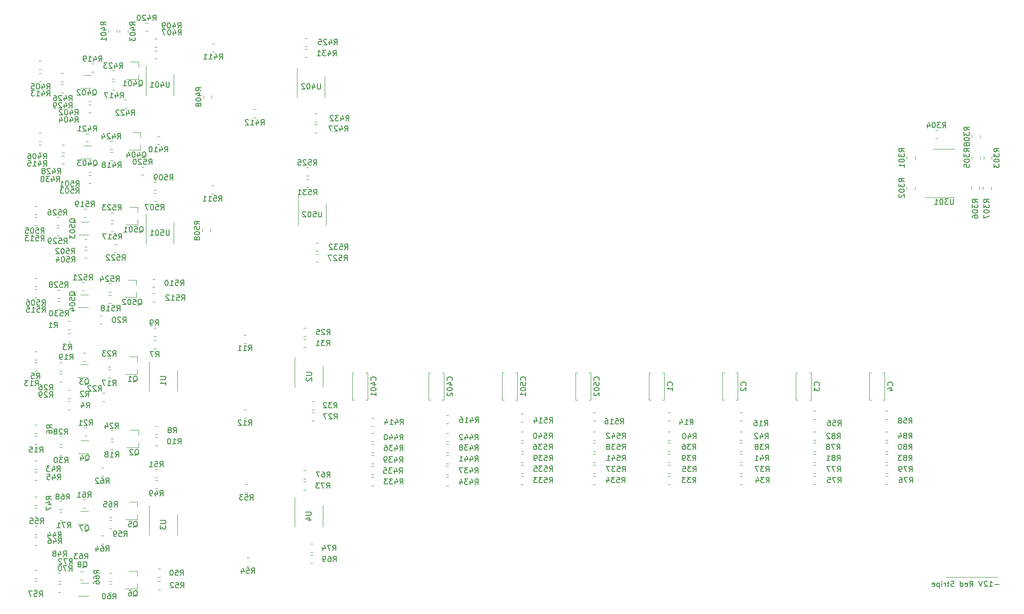
<source format=gbr>
%TF.GenerationSoftware,KiCad,Pcbnew,6.0.4-1.fc35*%
%TF.CreationDate,2022-05-28T16:25:33-04:00*%
%TF.ProjectId,kassuVCA,6b617373-7556-4434-912e-6b696361645f,rev?*%
%TF.SameCoordinates,Original*%
%TF.FileFunction,Legend,Bot*%
%TF.FilePolarity,Positive*%
%FSLAX46Y46*%
G04 Gerber Fmt 4.6, Leading zero omitted, Abs format (unit mm)*
G04 Created by KiCad (PCBNEW 6.0.4-1.fc35) date 2022-05-28 16:25:33*
%MOMM*%
%LPD*%
G01*
G04 APERTURE LIST*
%ADD10C,0.150000*%
%ADD11C,0.120000*%
G04 APERTURE END LIST*
D10*
X204469238Y-130627428D02*
X203707333Y-130627428D01*
X202707333Y-131008380D02*
X203278761Y-131008380D01*
X202993047Y-131008380D02*
X202993047Y-130008380D01*
X203088285Y-130151238D01*
X203183523Y-130246476D01*
X203278761Y-130294095D01*
X202326380Y-130103619D02*
X202278761Y-130056000D01*
X202183523Y-130008380D01*
X201945428Y-130008380D01*
X201850190Y-130056000D01*
X201802571Y-130103619D01*
X201754952Y-130198857D01*
X201754952Y-130294095D01*
X201802571Y-130436952D01*
X202374000Y-131008380D01*
X201754952Y-131008380D01*
X201469238Y-130008380D02*
X201135904Y-131008380D01*
X200802571Y-130008380D01*
X199135904Y-131008380D02*
X199469238Y-130532190D01*
X199707333Y-131008380D02*
X199707333Y-130008380D01*
X199326380Y-130008380D01*
X199231142Y-130056000D01*
X199183523Y-130103619D01*
X199135904Y-130198857D01*
X199135904Y-130341714D01*
X199183523Y-130436952D01*
X199231142Y-130484571D01*
X199326380Y-130532190D01*
X199707333Y-130532190D01*
X198326380Y-130960761D02*
X198421619Y-131008380D01*
X198612095Y-131008380D01*
X198707333Y-130960761D01*
X198754952Y-130865523D01*
X198754952Y-130484571D01*
X198707333Y-130389333D01*
X198612095Y-130341714D01*
X198421619Y-130341714D01*
X198326380Y-130389333D01*
X198278761Y-130484571D01*
X198278761Y-130579809D01*
X198754952Y-130675047D01*
X197421619Y-131008380D02*
X197421619Y-130008380D01*
X197421619Y-130960761D02*
X197516857Y-131008380D01*
X197707333Y-131008380D01*
X197802571Y-130960761D01*
X197850190Y-130913142D01*
X197897809Y-130817904D01*
X197897809Y-130532190D01*
X197850190Y-130436952D01*
X197802571Y-130389333D01*
X197707333Y-130341714D01*
X197516857Y-130341714D01*
X197421619Y-130389333D01*
X196231142Y-130960761D02*
X196088285Y-131008380D01*
X195850190Y-131008380D01*
X195754952Y-130960761D01*
X195707333Y-130913142D01*
X195659714Y-130817904D01*
X195659714Y-130722666D01*
X195707333Y-130627428D01*
X195754952Y-130579809D01*
X195850190Y-130532190D01*
X196040666Y-130484571D01*
X196135904Y-130436952D01*
X196183523Y-130389333D01*
X196231142Y-130294095D01*
X196231142Y-130198857D01*
X196183523Y-130103619D01*
X196135904Y-130056000D01*
X196040666Y-130008380D01*
X195802571Y-130008380D01*
X195659714Y-130056000D01*
X195374000Y-130341714D02*
X194993047Y-130341714D01*
X195231142Y-130008380D02*
X195231142Y-130865523D01*
X195183523Y-130960761D01*
X195088285Y-131008380D01*
X194993047Y-131008380D01*
X194659714Y-131008380D02*
X194659714Y-130341714D01*
X194659714Y-130532190D02*
X194612095Y-130436952D01*
X194564476Y-130389333D01*
X194469238Y-130341714D01*
X194374000Y-130341714D01*
X194040666Y-131008380D02*
X194040666Y-130341714D01*
X194040666Y-130008380D02*
X194088285Y-130056000D01*
X194040666Y-130103619D01*
X193993047Y-130056000D01*
X194040666Y-130008380D01*
X194040666Y-130103619D01*
X193564476Y-130341714D02*
X193564476Y-131341714D01*
X193564476Y-130389333D02*
X193469238Y-130341714D01*
X193278761Y-130341714D01*
X193183523Y-130389333D01*
X193135904Y-130436952D01*
X193088285Y-130532190D01*
X193088285Y-130817904D01*
X193135904Y-130913142D01*
X193183523Y-130960761D01*
X193278761Y-131008380D01*
X193469238Y-131008380D01*
X193564476Y-130960761D01*
X192278761Y-130960761D02*
X192374000Y-131008380D01*
X192564476Y-131008380D01*
X192659714Y-130960761D01*
X192707333Y-130865523D01*
X192707333Y-130484571D01*
X192659714Y-130389333D01*
X192564476Y-130341714D01*
X192374000Y-130341714D01*
X192278761Y-130389333D01*
X192231142Y-130484571D01*
X192231142Y-130579809D01*
X192707333Y-130675047D01*
D11*
X204216000Y-129286000D02*
X194818000Y-129286000D01*
D10*
%TO.C,R517*%
X43092547Y-67254380D02*
X43425880Y-66778190D01*
X43663976Y-67254380D02*
X43663976Y-66254380D01*
X43283023Y-66254380D01*
X43187785Y-66302000D01*
X43140166Y-66349619D01*
X43092547Y-66444857D01*
X43092547Y-66587714D01*
X43140166Y-66682952D01*
X43187785Y-66730571D01*
X43283023Y-66778190D01*
X43663976Y-66778190D01*
X42187785Y-66254380D02*
X42663976Y-66254380D01*
X42711595Y-66730571D01*
X42663976Y-66682952D01*
X42568738Y-66635333D01*
X42330642Y-66635333D01*
X42235404Y-66682952D01*
X42187785Y-66730571D01*
X42140166Y-66825809D01*
X42140166Y-67063904D01*
X42187785Y-67159142D01*
X42235404Y-67206761D01*
X42330642Y-67254380D01*
X42568738Y-67254380D01*
X42663976Y-67206761D01*
X42711595Y-67159142D01*
X41187785Y-67254380D02*
X41759214Y-67254380D01*
X41473500Y-67254380D02*
X41473500Y-66254380D01*
X41568738Y-66397238D01*
X41663976Y-66492476D01*
X41759214Y-66540095D01*
X40854452Y-66254380D02*
X40187785Y-66254380D01*
X40616357Y-67254380D01*
%TO.C,U502*%
X80327285Y-62190380D02*
X80327285Y-62999904D01*
X80279666Y-63095142D01*
X80232047Y-63142761D01*
X80136809Y-63190380D01*
X79946333Y-63190380D01*
X79851095Y-63142761D01*
X79803476Y-63095142D01*
X79755857Y-62999904D01*
X79755857Y-62190380D01*
X78803476Y-62190380D02*
X79279666Y-62190380D01*
X79327285Y-62666571D01*
X79279666Y-62618952D01*
X79184428Y-62571333D01*
X78946333Y-62571333D01*
X78851095Y-62618952D01*
X78803476Y-62666571D01*
X78755857Y-62761809D01*
X78755857Y-62999904D01*
X78803476Y-63095142D01*
X78851095Y-63142761D01*
X78946333Y-63190380D01*
X79184428Y-63190380D01*
X79279666Y-63142761D01*
X79327285Y-63095142D01*
X78136809Y-62190380D02*
X78041571Y-62190380D01*
X77946333Y-62238000D01*
X77898714Y-62285619D01*
X77851095Y-62380857D01*
X77803476Y-62571333D01*
X77803476Y-62809428D01*
X77851095Y-62999904D01*
X77898714Y-63095142D01*
X77946333Y-63142761D01*
X78041571Y-63190380D01*
X78136809Y-63190380D01*
X78232047Y-63142761D01*
X78279666Y-63095142D01*
X78327285Y-62999904D01*
X78374904Y-62809428D01*
X78374904Y-62571333D01*
X78327285Y-62380857D01*
X78279666Y-62285619D01*
X78232047Y-62238000D01*
X78136809Y-62190380D01*
X77422523Y-62285619D02*
X77374904Y-62238000D01*
X77279666Y-62190380D01*
X77041571Y-62190380D01*
X76946333Y-62238000D01*
X76898714Y-62285619D01*
X76851095Y-62380857D01*
X76851095Y-62476095D01*
X76898714Y-62618952D01*
X77470142Y-63190380D01*
X76851095Y-63190380D01*
%TO.C,U501*%
X52387285Y-65555880D02*
X52387285Y-66365404D01*
X52339666Y-66460642D01*
X52292047Y-66508261D01*
X52196809Y-66555880D01*
X52006333Y-66555880D01*
X51911095Y-66508261D01*
X51863476Y-66460642D01*
X51815857Y-66365404D01*
X51815857Y-65555880D01*
X50863476Y-65555880D02*
X51339666Y-65555880D01*
X51387285Y-66032071D01*
X51339666Y-65984452D01*
X51244428Y-65936833D01*
X51006333Y-65936833D01*
X50911095Y-65984452D01*
X50863476Y-66032071D01*
X50815857Y-66127309D01*
X50815857Y-66365404D01*
X50863476Y-66460642D01*
X50911095Y-66508261D01*
X51006333Y-66555880D01*
X51244428Y-66555880D01*
X51339666Y-66508261D01*
X51387285Y-66460642D01*
X50196809Y-65555880D02*
X50101571Y-65555880D01*
X50006333Y-65603500D01*
X49958714Y-65651119D01*
X49911095Y-65746357D01*
X49863476Y-65936833D01*
X49863476Y-66174928D01*
X49911095Y-66365404D01*
X49958714Y-66460642D01*
X50006333Y-66508261D01*
X50101571Y-66555880D01*
X50196809Y-66555880D01*
X50292047Y-66508261D01*
X50339666Y-66460642D01*
X50387285Y-66365404D01*
X50434904Y-66174928D01*
X50434904Y-65936833D01*
X50387285Y-65746357D01*
X50339666Y-65651119D01*
X50292047Y-65603500D01*
X50196809Y-65555880D01*
X48911095Y-66555880D02*
X49482523Y-66555880D01*
X49196809Y-66555880D02*
X49196809Y-65555880D01*
X49292047Y-65698738D01*
X49387285Y-65793976D01*
X49482523Y-65841595D01*
%TO.C,U402*%
X80136785Y-38695380D02*
X80136785Y-39504904D01*
X80089166Y-39600142D01*
X80041547Y-39647761D01*
X79946309Y-39695380D01*
X79755833Y-39695380D01*
X79660595Y-39647761D01*
X79612976Y-39600142D01*
X79565357Y-39504904D01*
X79565357Y-38695380D01*
X78660595Y-39028714D02*
X78660595Y-39695380D01*
X78898690Y-38647761D02*
X79136785Y-39362047D01*
X78517738Y-39362047D01*
X77946309Y-38695380D02*
X77851071Y-38695380D01*
X77755833Y-38743000D01*
X77708214Y-38790619D01*
X77660595Y-38885857D01*
X77612976Y-39076333D01*
X77612976Y-39314428D01*
X77660595Y-39504904D01*
X77708214Y-39600142D01*
X77755833Y-39647761D01*
X77851071Y-39695380D01*
X77946309Y-39695380D01*
X78041547Y-39647761D01*
X78089166Y-39600142D01*
X78136785Y-39504904D01*
X78184404Y-39314428D01*
X78184404Y-39076333D01*
X78136785Y-38885857D01*
X78089166Y-38790619D01*
X78041547Y-38743000D01*
X77946309Y-38695380D01*
X77232023Y-38790619D02*
X77184404Y-38743000D01*
X77089166Y-38695380D01*
X76851071Y-38695380D01*
X76755833Y-38743000D01*
X76708214Y-38790619D01*
X76660595Y-38885857D01*
X76660595Y-38981095D01*
X76708214Y-39123952D01*
X77279642Y-39695380D01*
X76660595Y-39695380D01*
%TO.C,U401*%
X52387285Y-38377880D02*
X52387285Y-39187404D01*
X52339666Y-39282642D01*
X52292047Y-39330261D01*
X52196809Y-39377880D01*
X52006333Y-39377880D01*
X51911095Y-39330261D01*
X51863476Y-39282642D01*
X51815857Y-39187404D01*
X51815857Y-38377880D01*
X50911095Y-38711214D02*
X50911095Y-39377880D01*
X51149190Y-38330261D02*
X51387285Y-39044547D01*
X50768238Y-39044547D01*
X50196809Y-38377880D02*
X50101571Y-38377880D01*
X50006333Y-38425500D01*
X49958714Y-38473119D01*
X49911095Y-38568357D01*
X49863476Y-38758833D01*
X49863476Y-38996928D01*
X49911095Y-39187404D01*
X49958714Y-39282642D01*
X50006333Y-39330261D01*
X50101571Y-39377880D01*
X50196809Y-39377880D01*
X50292047Y-39330261D01*
X50339666Y-39282642D01*
X50387285Y-39187404D01*
X50434904Y-38996928D01*
X50434904Y-38758833D01*
X50387285Y-38568357D01*
X50339666Y-38473119D01*
X50292047Y-38425500D01*
X50196809Y-38377880D01*
X48911095Y-39377880D02*
X49482523Y-39377880D01*
X49196809Y-39377880D02*
X49196809Y-38377880D01*
X49292047Y-38520738D01*
X49387285Y-38615976D01*
X49482523Y-38663595D01*
%TO.C,U301*%
X196162285Y-59892380D02*
X196162285Y-60701904D01*
X196114666Y-60797142D01*
X196067047Y-60844761D01*
X195971809Y-60892380D01*
X195781333Y-60892380D01*
X195686095Y-60844761D01*
X195638476Y-60797142D01*
X195590857Y-60701904D01*
X195590857Y-59892380D01*
X195209904Y-59892380D02*
X194590857Y-59892380D01*
X194924190Y-60273333D01*
X194781333Y-60273333D01*
X194686095Y-60320952D01*
X194638476Y-60368571D01*
X194590857Y-60463809D01*
X194590857Y-60701904D01*
X194638476Y-60797142D01*
X194686095Y-60844761D01*
X194781333Y-60892380D01*
X195067047Y-60892380D01*
X195162285Y-60844761D01*
X195209904Y-60797142D01*
X193971809Y-59892380D02*
X193876571Y-59892380D01*
X193781333Y-59940000D01*
X193733714Y-59987619D01*
X193686095Y-60082857D01*
X193638476Y-60273333D01*
X193638476Y-60511428D01*
X193686095Y-60701904D01*
X193733714Y-60797142D01*
X193781333Y-60844761D01*
X193876571Y-60892380D01*
X193971809Y-60892380D01*
X194067047Y-60844761D01*
X194114666Y-60797142D01*
X194162285Y-60701904D01*
X194209904Y-60511428D01*
X194209904Y-60273333D01*
X194162285Y-60082857D01*
X194114666Y-59987619D01*
X194067047Y-59940000D01*
X193971809Y-59892380D01*
X192686095Y-60892380D02*
X193257523Y-60892380D01*
X192971809Y-60892380D02*
X192971809Y-59892380D01*
X193067047Y-60035238D01*
X193162285Y-60130476D01*
X193257523Y-60178095D01*
%TO.C,U4*%
X77430380Y-117348095D02*
X78239904Y-117348095D01*
X78335142Y-117395714D01*
X78382761Y-117443333D01*
X78430380Y-117538571D01*
X78430380Y-117729047D01*
X78382761Y-117824285D01*
X78335142Y-117871904D01*
X78239904Y-117919523D01*
X77430380Y-117919523D01*
X77763714Y-118824285D02*
X78430380Y-118824285D01*
X77382761Y-118586190D02*
X78097047Y-118348095D01*
X78097047Y-118967142D01*
%TO.C,U3*%
X50760380Y-118872095D02*
X51569904Y-118872095D01*
X51665142Y-118919714D01*
X51712761Y-118967333D01*
X51760380Y-119062571D01*
X51760380Y-119253047D01*
X51712761Y-119348285D01*
X51665142Y-119395904D01*
X51569904Y-119443523D01*
X50760380Y-119443523D01*
X50760380Y-119824476D02*
X50760380Y-120443523D01*
X51141333Y-120110190D01*
X51141333Y-120253047D01*
X51188952Y-120348285D01*
X51236571Y-120395904D01*
X51331809Y-120443523D01*
X51569904Y-120443523D01*
X51665142Y-120395904D01*
X51712761Y-120348285D01*
X51760380Y-120253047D01*
X51760380Y-119967333D01*
X51712761Y-119872095D01*
X51665142Y-119824476D01*
%TO.C,U2*%
X77493880Y-91694095D02*
X78303404Y-91694095D01*
X78398642Y-91741714D01*
X78446261Y-91789333D01*
X78493880Y-91884571D01*
X78493880Y-92075047D01*
X78446261Y-92170285D01*
X78398642Y-92217904D01*
X78303404Y-92265523D01*
X77493880Y-92265523D01*
X77589119Y-92694095D02*
X77541500Y-92741714D01*
X77493880Y-92836952D01*
X77493880Y-93075047D01*
X77541500Y-93170285D01*
X77589119Y-93217904D01*
X77684357Y-93265523D01*
X77779595Y-93265523D01*
X77922452Y-93217904D01*
X78493880Y-92646476D01*
X78493880Y-93265523D01*
%TO.C,U1*%
X50760380Y-92456095D02*
X51569904Y-92456095D01*
X51665142Y-92503714D01*
X51712761Y-92551333D01*
X51760380Y-92646571D01*
X51760380Y-92837047D01*
X51712761Y-92932285D01*
X51665142Y-92979904D01*
X51569904Y-93027523D01*
X50760380Y-93027523D01*
X51760380Y-94027523D02*
X51760380Y-93456095D01*
X51760380Y-93741809D02*
X50760380Y-93741809D01*
X50903238Y-93646571D01*
X50998476Y-93551333D01*
X51046095Y-93456095D01*
%TO.C,R542*%
X135421547Y-103830380D02*
X135754880Y-103354190D01*
X135992976Y-103830380D02*
X135992976Y-102830380D01*
X135612023Y-102830380D01*
X135516785Y-102878000D01*
X135469166Y-102925619D01*
X135421547Y-103020857D01*
X135421547Y-103163714D01*
X135469166Y-103258952D01*
X135516785Y-103306571D01*
X135612023Y-103354190D01*
X135992976Y-103354190D01*
X134516785Y-102830380D02*
X134992976Y-102830380D01*
X135040595Y-103306571D01*
X134992976Y-103258952D01*
X134897738Y-103211333D01*
X134659642Y-103211333D01*
X134564404Y-103258952D01*
X134516785Y-103306571D01*
X134469166Y-103401809D01*
X134469166Y-103639904D01*
X134516785Y-103735142D01*
X134564404Y-103782761D01*
X134659642Y-103830380D01*
X134897738Y-103830380D01*
X134992976Y-103782761D01*
X135040595Y-103735142D01*
X133612023Y-103163714D02*
X133612023Y-103830380D01*
X133850119Y-102782761D02*
X134088214Y-103497047D01*
X133469166Y-103497047D01*
X133135833Y-102925619D02*
X133088214Y-102878000D01*
X132992976Y-102830380D01*
X132754880Y-102830380D01*
X132659642Y-102878000D01*
X132612023Y-102925619D01*
X132564404Y-103020857D01*
X132564404Y-103116095D01*
X132612023Y-103258952D01*
X133183452Y-103830380D01*
X132564404Y-103830380D01*
%TO.C,R541*%
X135421547Y-107894380D02*
X135754880Y-107418190D01*
X135992976Y-107894380D02*
X135992976Y-106894380D01*
X135612023Y-106894380D01*
X135516785Y-106942000D01*
X135469166Y-106989619D01*
X135421547Y-107084857D01*
X135421547Y-107227714D01*
X135469166Y-107322952D01*
X135516785Y-107370571D01*
X135612023Y-107418190D01*
X135992976Y-107418190D01*
X134516785Y-106894380D02*
X134992976Y-106894380D01*
X135040595Y-107370571D01*
X134992976Y-107322952D01*
X134897738Y-107275333D01*
X134659642Y-107275333D01*
X134564404Y-107322952D01*
X134516785Y-107370571D01*
X134469166Y-107465809D01*
X134469166Y-107703904D01*
X134516785Y-107799142D01*
X134564404Y-107846761D01*
X134659642Y-107894380D01*
X134897738Y-107894380D01*
X134992976Y-107846761D01*
X135040595Y-107799142D01*
X133612023Y-107227714D02*
X133612023Y-107894380D01*
X133850119Y-106846761D02*
X134088214Y-107561047D01*
X133469166Y-107561047D01*
X132564404Y-107894380D02*
X133135833Y-107894380D01*
X132850119Y-107894380D02*
X132850119Y-106894380D01*
X132945357Y-107037238D01*
X133040595Y-107132476D01*
X133135833Y-107180095D01*
%TO.C,R540*%
X122023047Y-103830380D02*
X122356380Y-103354190D01*
X122594476Y-103830380D02*
X122594476Y-102830380D01*
X122213523Y-102830380D01*
X122118285Y-102878000D01*
X122070666Y-102925619D01*
X122023047Y-103020857D01*
X122023047Y-103163714D01*
X122070666Y-103258952D01*
X122118285Y-103306571D01*
X122213523Y-103354190D01*
X122594476Y-103354190D01*
X121118285Y-102830380D02*
X121594476Y-102830380D01*
X121642095Y-103306571D01*
X121594476Y-103258952D01*
X121499238Y-103211333D01*
X121261142Y-103211333D01*
X121165904Y-103258952D01*
X121118285Y-103306571D01*
X121070666Y-103401809D01*
X121070666Y-103639904D01*
X121118285Y-103735142D01*
X121165904Y-103782761D01*
X121261142Y-103830380D01*
X121499238Y-103830380D01*
X121594476Y-103782761D01*
X121642095Y-103735142D01*
X120213523Y-103163714D02*
X120213523Y-103830380D01*
X120451619Y-102782761D02*
X120689714Y-103497047D01*
X120070666Y-103497047D01*
X119499238Y-102830380D02*
X119404000Y-102830380D01*
X119308761Y-102878000D01*
X119261142Y-102925619D01*
X119213523Y-103020857D01*
X119165904Y-103211333D01*
X119165904Y-103449428D01*
X119213523Y-103639904D01*
X119261142Y-103735142D01*
X119308761Y-103782761D01*
X119404000Y-103830380D01*
X119499238Y-103830380D01*
X119594476Y-103782761D01*
X119642095Y-103735142D01*
X119689714Y-103639904D01*
X119737333Y-103449428D01*
X119737333Y-103211333D01*
X119689714Y-103020857D01*
X119642095Y-102925619D01*
X119594476Y-102878000D01*
X119499238Y-102830380D01*
%TO.C,R539*%
X122086547Y-107894380D02*
X122419880Y-107418190D01*
X122657976Y-107894380D02*
X122657976Y-106894380D01*
X122277023Y-106894380D01*
X122181785Y-106942000D01*
X122134166Y-106989619D01*
X122086547Y-107084857D01*
X122086547Y-107227714D01*
X122134166Y-107322952D01*
X122181785Y-107370571D01*
X122277023Y-107418190D01*
X122657976Y-107418190D01*
X121181785Y-106894380D02*
X121657976Y-106894380D01*
X121705595Y-107370571D01*
X121657976Y-107322952D01*
X121562738Y-107275333D01*
X121324642Y-107275333D01*
X121229404Y-107322952D01*
X121181785Y-107370571D01*
X121134166Y-107465809D01*
X121134166Y-107703904D01*
X121181785Y-107799142D01*
X121229404Y-107846761D01*
X121324642Y-107894380D01*
X121562738Y-107894380D01*
X121657976Y-107846761D01*
X121705595Y-107799142D01*
X120800833Y-106894380D02*
X120181785Y-106894380D01*
X120515119Y-107275333D01*
X120372261Y-107275333D01*
X120277023Y-107322952D01*
X120229404Y-107370571D01*
X120181785Y-107465809D01*
X120181785Y-107703904D01*
X120229404Y-107799142D01*
X120277023Y-107846761D01*
X120372261Y-107894380D01*
X120657976Y-107894380D01*
X120753214Y-107846761D01*
X120800833Y-107799142D01*
X119705595Y-107894380D02*
X119515119Y-107894380D01*
X119419880Y-107846761D01*
X119372261Y-107799142D01*
X119277023Y-107656285D01*
X119229404Y-107465809D01*
X119229404Y-107084857D01*
X119277023Y-106989619D01*
X119324642Y-106942000D01*
X119419880Y-106894380D01*
X119610357Y-106894380D01*
X119705595Y-106942000D01*
X119753214Y-106989619D01*
X119800833Y-107084857D01*
X119800833Y-107322952D01*
X119753214Y-107418190D01*
X119705595Y-107465809D01*
X119610357Y-107513428D01*
X119419880Y-107513428D01*
X119324642Y-107465809D01*
X119277023Y-107418190D01*
X119229404Y-107322952D01*
%TO.C,R538*%
X135421547Y-105862380D02*
X135754880Y-105386190D01*
X135992976Y-105862380D02*
X135992976Y-104862380D01*
X135612023Y-104862380D01*
X135516785Y-104910000D01*
X135469166Y-104957619D01*
X135421547Y-105052857D01*
X135421547Y-105195714D01*
X135469166Y-105290952D01*
X135516785Y-105338571D01*
X135612023Y-105386190D01*
X135992976Y-105386190D01*
X134516785Y-104862380D02*
X134992976Y-104862380D01*
X135040595Y-105338571D01*
X134992976Y-105290952D01*
X134897738Y-105243333D01*
X134659642Y-105243333D01*
X134564404Y-105290952D01*
X134516785Y-105338571D01*
X134469166Y-105433809D01*
X134469166Y-105671904D01*
X134516785Y-105767142D01*
X134564404Y-105814761D01*
X134659642Y-105862380D01*
X134897738Y-105862380D01*
X134992976Y-105814761D01*
X135040595Y-105767142D01*
X134135833Y-104862380D02*
X133516785Y-104862380D01*
X133850119Y-105243333D01*
X133707261Y-105243333D01*
X133612023Y-105290952D01*
X133564404Y-105338571D01*
X133516785Y-105433809D01*
X133516785Y-105671904D01*
X133564404Y-105767142D01*
X133612023Y-105814761D01*
X133707261Y-105862380D01*
X133992976Y-105862380D01*
X134088214Y-105814761D01*
X134135833Y-105767142D01*
X132945357Y-105290952D02*
X133040595Y-105243333D01*
X133088214Y-105195714D01*
X133135833Y-105100476D01*
X133135833Y-105052857D01*
X133088214Y-104957619D01*
X133040595Y-104910000D01*
X132945357Y-104862380D01*
X132754880Y-104862380D01*
X132659642Y-104910000D01*
X132612023Y-104957619D01*
X132564404Y-105052857D01*
X132564404Y-105100476D01*
X132612023Y-105195714D01*
X132659642Y-105243333D01*
X132754880Y-105290952D01*
X132945357Y-105290952D01*
X133040595Y-105338571D01*
X133088214Y-105386190D01*
X133135833Y-105481428D01*
X133135833Y-105671904D01*
X133088214Y-105767142D01*
X133040595Y-105814761D01*
X132945357Y-105862380D01*
X132754880Y-105862380D01*
X132659642Y-105814761D01*
X132612023Y-105767142D01*
X132564404Y-105671904D01*
X132564404Y-105481428D01*
X132612023Y-105386190D01*
X132659642Y-105338571D01*
X132754880Y-105290952D01*
%TO.C,R537*%
X135421547Y-109926380D02*
X135754880Y-109450190D01*
X135992976Y-109926380D02*
X135992976Y-108926380D01*
X135612023Y-108926380D01*
X135516785Y-108974000D01*
X135469166Y-109021619D01*
X135421547Y-109116857D01*
X135421547Y-109259714D01*
X135469166Y-109354952D01*
X135516785Y-109402571D01*
X135612023Y-109450190D01*
X135992976Y-109450190D01*
X134516785Y-108926380D02*
X134992976Y-108926380D01*
X135040595Y-109402571D01*
X134992976Y-109354952D01*
X134897738Y-109307333D01*
X134659642Y-109307333D01*
X134564404Y-109354952D01*
X134516785Y-109402571D01*
X134469166Y-109497809D01*
X134469166Y-109735904D01*
X134516785Y-109831142D01*
X134564404Y-109878761D01*
X134659642Y-109926380D01*
X134897738Y-109926380D01*
X134992976Y-109878761D01*
X135040595Y-109831142D01*
X134135833Y-108926380D02*
X133516785Y-108926380D01*
X133850119Y-109307333D01*
X133707261Y-109307333D01*
X133612023Y-109354952D01*
X133564404Y-109402571D01*
X133516785Y-109497809D01*
X133516785Y-109735904D01*
X133564404Y-109831142D01*
X133612023Y-109878761D01*
X133707261Y-109926380D01*
X133992976Y-109926380D01*
X134088214Y-109878761D01*
X134135833Y-109831142D01*
X133183452Y-108926380D02*
X132516785Y-108926380D01*
X132945357Y-109926380D01*
%TO.C,R536*%
X122023047Y-105862380D02*
X122356380Y-105386190D01*
X122594476Y-105862380D02*
X122594476Y-104862380D01*
X122213523Y-104862380D01*
X122118285Y-104910000D01*
X122070666Y-104957619D01*
X122023047Y-105052857D01*
X122023047Y-105195714D01*
X122070666Y-105290952D01*
X122118285Y-105338571D01*
X122213523Y-105386190D01*
X122594476Y-105386190D01*
X121118285Y-104862380D02*
X121594476Y-104862380D01*
X121642095Y-105338571D01*
X121594476Y-105290952D01*
X121499238Y-105243333D01*
X121261142Y-105243333D01*
X121165904Y-105290952D01*
X121118285Y-105338571D01*
X121070666Y-105433809D01*
X121070666Y-105671904D01*
X121118285Y-105767142D01*
X121165904Y-105814761D01*
X121261142Y-105862380D01*
X121499238Y-105862380D01*
X121594476Y-105814761D01*
X121642095Y-105767142D01*
X120737333Y-104862380D02*
X120118285Y-104862380D01*
X120451619Y-105243333D01*
X120308761Y-105243333D01*
X120213523Y-105290952D01*
X120165904Y-105338571D01*
X120118285Y-105433809D01*
X120118285Y-105671904D01*
X120165904Y-105767142D01*
X120213523Y-105814761D01*
X120308761Y-105862380D01*
X120594476Y-105862380D01*
X120689714Y-105814761D01*
X120737333Y-105767142D01*
X119261142Y-104862380D02*
X119451619Y-104862380D01*
X119546857Y-104910000D01*
X119594476Y-104957619D01*
X119689714Y-105100476D01*
X119737333Y-105290952D01*
X119737333Y-105671904D01*
X119689714Y-105767142D01*
X119642095Y-105814761D01*
X119546857Y-105862380D01*
X119356380Y-105862380D01*
X119261142Y-105814761D01*
X119213523Y-105767142D01*
X119165904Y-105671904D01*
X119165904Y-105433809D01*
X119213523Y-105338571D01*
X119261142Y-105290952D01*
X119356380Y-105243333D01*
X119546857Y-105243333D01*
X119642095Y-105290952D01*
X119689714Y-105338571D01*
X119737333Y-105433809D01*
%TO.C,R535*%
X122086547Y-109862880D02*
X122419880Y-109386690D01*
X122657976Y-109862880D02*
X122657976Y-108862880D01*
X122277023Y-108862880D01*
X122181785Y-108910500D01*
X122134166Y-108958119D01*
X122086547Y-109053357D01*
X122086547Y-109196214D01*
X122134166Y-109291452D01*
X122181785Y-109339071D01*
X122277023Y-109386690D01*
X122657976Y-109386690D01*
X121181785Y-108862880D02*
X121657976Y-108862880D01*
X121705595Y-109339071D01*
X121657976Y-109291452D01*
X121562738Y-109243833D01*
X121324642Y-109243833D01*
X121229404Y-109291452D01*
X121181785Y-109339071D01*
X121134166Y-109434309D01*
X121134166Y-109672404D01*
X121181785Y-109767642D01*
X121229404Y-109815261D01*
X121324642Y-109862880D01*
X121562738Y-109862880D01*
X121657976Y-109815261D01*
X121705595Y-109767642D01*
X120800833Y-108862880D02*
X120181785Y-108862880D01*
X120515119Y-109243833D01*
X120372261Y-109243833D01*
X120277023Y-109291452D01*
X120229404Y-109339071D01*
X120181785Y-109434309D01*
X120181785Y-109672404D01*
X120229404Y-109767642D01*
X120277023Y-109815261D01*
X120372261Y-109862880D01*
X120657976Y-109862880D01*
X120753214Y-109815261D01*
X120800833Y-109767642D01*
X119277023Y-108862880D02*
X119753214Y-108862880D01*
X119800833Y-109339071D01*
X119753214Y-109291452D01*
X119657976Y-109243833D01*
X119419880Y-109243833D01*
X119324642Y-109291452D01*
X119277023Y-109339071D01*
X119229404Y-109434309D01*
X119229404Y-109672404D01*
X119277023Y-109767642D01*
X119324642Y-109815261D01*
X119419880Y-109862880D01*
X119657976Y-109862880D01*
X119753214Y-109815261D01*
X119800833Y-109767642D01*
%TO.C,R534*%
X135358047Y-111958380D02*
X135691380Y-111482190D01*
X135929476Y-111958380D02*
X135929476Y-110958380D01*
X135548523Y-110958380D01*
X135453285Y-111006000D01*
X135405666Y-111053619D01*
X135358047Y-111148857D01*
X135358047Y-111291714D01*
X135405666Y-111386952D01*
X135453285Y-111434571D01*
X135548523Y-111482190D01*
X135929476Y-111482190D01*
X134453285Y-110958380D02*
X134929476Y-110958380D01*
X134977095Y-111434571D01*
X134929476Y-111386952D01*
X134834238Y-111339333D01*
X134596142Y-111339333D01*
X134500904Y-111386952D01*
X134453285Y-111434571D01*
X134405666Y-111529809D01*
X134405666Y-111767904D01*
X134453285Y-111863142D01*
X134500904Y-111910761D01*
X134596142Y-111958380D01*
X134834238Y-111958380D01*
X134929476Y-111910761D01*
X134977095Y-111863142D01*
X134072333Y-110958380D02*
X133453285Y-110958380D01*
X133786619Y-111339333D01*
X133643761Y-111339333D01*
X133548523Y-111386952D01*
X133500904Y-111434571D01*
X133453285Y-111529809D01*
X133453285Y-111767904D01*
X133500904Y-111863142D01*
X133548523Y-111910761D01*
X133643761Y-111958380D01*
X133929476Y-111958380D01*
X134024714Y-111910761D01*
X134072333Y-111863142D01*
X132596142Y-111291714D02*
X132596142Y-111958380D01*
X132834238Y-110910761D02*
X133072333Y-111625047D01*
X132453285Y-111625047D01*
%TO.C,R533*%
X122086547Y-111958380D02*
X122419880Y-111482190D01*
X122657976Y-111958380D02*
X122657976Y-110958380D01*
X122277023Y-110958380D01*
X122181785Y-111006000D01*
X122134166Y-111053619D01*
X122086547Y-111148857D01*
X122086547Y-111291714D01*
X122134166Y-111386952D01*
X122181785Y-111434571D01*
X122277023Y-111482190D01*
X122657976Y-111482190D01*
X121181785Y-110958380D02*
X121657976Y-110958380D01*
X121705595Y-111434571D01*
X121657976Y-111386952D01*
X121562738Y-111339333D01*
X121324642Y-111339333D01*
X121229404Y-111386952D01*
X121181785Y-111434571D01*
X121134166Y-111529809D01*
X121134166Y-111767904D01*
X121181785Y-111863142D01*
X121229404Y-111910761D01*
X121324642Y-111958380D01*
X121562738Y-111958380D01*
X121657976Y-111910761D01*
X121705595Y-111863142D01*
X120800833Y-110958380D02*
X120181785Y-110958380D01*
X120515119Y-111339333D01*
X120372261Y-111339333D01*
X120277023Y-111386952D01*
X120229404Y-111434571D01*
X120181785Y-111529809D01*
X120181785Y-111767904D01*
X120229404Y-111863142D01*
X120277023Y-111910761D01*
X120372261Y-111958380D01*
X120657976Y-111958380D01*
X120753214Y-111910761D01*
X120800833Y-111863142D01*
X119848452Y-110958380D02*
X119229404Y-110958380D01*
X119562738Y-111339333D01*
X119419880Y-111339333D01*
X119324642Y-111386952D01*
X119277023Y-111434571D01*
X119229404Y-111529809D01*
X119229404Y-111767904D01*
X119277023Y-111863142D01*
X119324642Y-111910761D01*
X119419880Y-111958380D01*
X119705595Y-111958380D01*
X119800833Y-111910761D01*
X119848452Y-111863142D01*
%TO.C,R532*%
X84558047Y-69159380D02*
X84891380Y-68683190D01*
X85129476Y-69159380D02*
X85129476Y-68159380D01*
X84748523Y-68159380D01*
X84653285Y-68207000D01*
X84605666Y-68254619D01*
X84558047Y-68349857D01*
X84558047Y-68492714D01*
X84605666Y-68587952D01*
X84653285Y-68635571D01*
X84748523Y-68683190D01*
X85129476Y-68683190D01*
X83653285Y-68159380D02*
X84129476Y-68159380D01*
X84177095Y-68635571D01*
X84129476Y-68587952D01*
X84034238Y-68540333D01*
X83796142Y-68540333D01*
X83700904Y-68587952D01*
X83653285Y-68635571D01*
X83605666Y-68730809D01*
X83605666Y-68968904D01*
X83653285Y-69064142D01*
X83700904Y-69111761D01*
X83796142Y-69159380D01*
X84034238Y-69159380D01*
X84129476Y-69111761D01*
X84177095Y-69064142D01*
X83272333Y-68159380D02*
X82653285Y-68159380D01*
X82986619Y-68540333D01*
X82843761Y-68540333D01*
X82748523Y-68587952D01*
X82700904Y-68635571D01*
X82653285Y-68730809D01*
X82653285Y-68968904D01*
X82700904Y-69064142D01*
X82748523Y-69111761D01*
X82843761Y-69159380D01*
X83129476Y-69159380D01*
X83224714Y-69111761D01*
X83272333Y-69064142D01*
X82272333Y-68254619D02*
X82224714Y-68207000D01*
X82129476Y-68159380D01*
X81891380Y-68159380D01*
X81796142Y-68207000D01*
X81748523Y-68254619D01*
X81700904Y-68349857D01*
X81700904Y-68445095D01*
X81748523Y-68587952D01*
X82319952Y-69159380D01*
X81700904Y-69159380D01*
%TO.C,R531*%
X78843047Y-59125380D02*
X79176380Y-58649190D01*
X79414476Y-59125380D02*
X79414476Y-58125380D01*
X79033523Y-58125380D01*
X78938285Y-58173000D01*
X78890666Y-58220619D01*
X78843047Y-58315857D01*
X78843047Y-58458714D01*
X78890666Y-58553952D01*
X78938285Y-58601571D01*
X79033523Y-58649190D01*
X79414476Y-58649190D01*
X77938285Y-58125380D02*
X78414476Y-58125380D01*
X78462095Y-58601571D01*
X78414476Y-58553952D01*
X78319238Y-58506333D01*
X78081142Y-58506333D01*
X77985904Y-58553952D01*
X77938285Y-58601571D01*
X77890666Y-58696809D01*
X77890666Y-58934904D01*
X77938285Y-59030142D01*
X77985904Y-59077761D01*
X78081142Y-59125380D01*
X78319238Y-59125380D01*
X78414476Y-59077761D01*
X78462095Y-59030142D01*
X77557333Y-58125380D02*
X76938285Y-58125380D01*
X77271619Y-58506333D01*
X77128761Y-58506333D01*
X77033523Y-58553952D01*
X76985904Y-58601571D01*
X76938285Y-58696809D01*
X76938285Y-58934904D01*
X76985904Y-59030142D01*
X77033523Y-59077761D01*
X77128761Y-59125380D01*
X77414476Y-59125380D01*
X77509714Y-59077761D01*
X77557333Y-59030142D01*
X75985904Y-59125380D02*
X76557333Y-59125380D01*
X76271619Y-59125380D02*
X76271619Y-58125380D01*
X76366857Y-58268238D01*
X76462095Y-58363476D01*
X76557333Y-58411095D01*
%TO.C,R530*%
X33313547Y-81351380D02*
X33646880Y-80875190D01*
X33884976Y-81351380D02*
X33884976Y-80351380D01*
X33504023Y-80351380D01*
X33408785Y-80399000D01*
X33361166Y-80446619D01*
X33313547Y-80541857D01*
X33313547Y-80684714D01*
X33361166Y-80779952D01*
X33408785Y-80827571D01*
X33504023Y-80875190D01*
X33884976Y-80875190D01*
X32408785Y-80351380D02*
X32884976Y-80351380D01*
X32932595Y-80827571D01*
X32884976Y-80779952D01*
X32789738Y-80732333D01*
X32551642Y-80732333D01*
X32456404Y-80779952D01*
X32408785Y-80827571D01*
X32361166Y-80922809D01*
X32361166Y-81160904D01*
X32408785Y-81256142D01*
X32456404Y-81303761D01*
X32551642Y-81351380D01*
X32789738Y-81351380D01*
X32884976Y-81303761D01*
X32932595Y-81256142D01*
X32027833Y-80351380D02*
X31408785Y-80351380D01*
X31742119Y-80732333D01*
X31599261Y-80732333D01*
X31504023Y-80779952D01*
X31456404Y-80827571D01*
X31408785Y-80922809D01*
X31408785Y-81160904D01*
X31456404Y-81256142D01*
X31504023Y-81303761D01*
X31599261Y-81351380D01*
X31884976Y-81351380D01*
X31980214Y-81303761D01*
X32027833Y-81256142D01*
X30789738Y-80351380D02*
X30694500Y-80351380D01*
X30599261Y-80399000D01*
X30551642Y-80446619D01*
X30504023Y-80541857D01*
X30456404Y-80732333D01*
X30456404Y-80970428D01*
X30504023Y-81160904D01*
X30551642Y-81256142D01*
X30599261Y-81303761D01*
X30694500Y-81351380D01*
X30789738Y-81351380D01*
X30884976Y-81303761D01*
X30932595Y-81256142D01*
X30980214Y-81160904D01*
X31027833Y-80970428D01*
X31027833Y-80732333D01*
X30980214Y-80541857D01*
X30932595Y-80446619D01*
X30884976Y-80399000D01*
X30789738Y-80351380D01*
%TO.C,R529*%
X33059547Y-68079880D02*
X33392880Y-67603690D01*
X33630976Y-68079880D02*
X33630976Y-67079880D01*
X33250023Y-67079880D01*
X33154785Y-67127500D01*
X33107166Y-67175119D01*
X33059547Y-67270357D01*
X33059547Y-67413214D01*
X33107166Y-67508452D01*
X33154785Y-67556071D01*
X33250023Y-67603690D01*
X33630976Y-67603690D01*
X32154785Y-67079880D02*
X32630976Y-67079880D01*
X32678595Y-67556071D01*
X32630976Y-67508452D01*
X32535738Y-67460833D01*
X32297642Y-67460833D01*
X32202404Y-67508452D01*
X32154785Y-67556071D01*
X32107166Y-67651309D01*
X32107166Y-67889404D01*
X32154785Y-67984642D01*
X32202404Y-68032261D01*
X32297642Y-68079880D01*
X32535738Y-68079880D01*
X32630976Y-68032261D01*
X32678595Y-67984642D01*
X31726214Y-67175119D02*
X31678595Y-67127500D01*
X31583357Y-67079880D01*
X31345261Y-67079880D01*
X31250023Y-67127500D01*
X31202404Y-67175119D01*
X31154785Y-67270357D01*
X31154785Y-67365595D01*
X31202404Y-67508452D01*
X31773833Y-68079880D01*
X31154785Y-68079880D01*
X30678595Y-68079880D02*
X30488119Y-68079880D01*
X30392880Y-68032261D01*
X30345261Y-67984642D01*
X30250023Y-67841785D01*
X30202404Y-67651309D01*
X30202404Y-67270357D01*
X30250023Y-67175119D01*
X30297642Y-67127500D01*
X30392880Y-67079880D01*
X30583357Y-67079880D01*
X30678595Y-67127500D01*
X30726214Y-67175119D01*
X30773833Y-67270357D01*
X30773833Y-67508452D01*
X30726214Y-67603690D01*
X30678595Y-67651309D01*
X30583357Y-67698928D01*
X30392880Y-67698928D01*
X30297642Y-67651309D01*
X30250023Y-67603690D01*
X30202404Y-67508452D01*
%TO.C,R528*%
X33250047Y-76080880D02*
X33583380Y-75604690D01*
X33821476Y-76080880D02*
X33821476Y-75080880D01*
X33440523Y-75080880D01*
X33345285Y-75128500D01*
X33297666Y-75176119D01*
X33250047Y-75271357D01*
X33250047Y-75414214D01*
X33297666Y-75509452D01*
X33345285Y-75557071D01*
X33440523Y-75604690D01*
X33821476Y-75604690D01*
X32345285Y-75080880D02*
X32821476Y-75080880D01*
X32869095Y-75557071D01*
X32821476Y-75509452D01*
X32726238Y-75461833D01*
X32488142Y-75461833D01*
X32392904Y-75509452D01*
X32345285Y-75557071D01*
X32297666Y-75652309D01*
X32297666Y-75890404D01*
X32345285Y-75985642D01*
X32392904Y-76033261D01*
X32488142Y-76080880D01*
X32726238Y-76080880D01*
X32821476Y-76033261D01*
X32869095Y-75985642D01*
X31916714Y-75176119D02*
X31869095Y-75128500D01*
X31773857Y-75080880D01*
X31535761Y-75080880D01*
X31440523Y-75128500D01*
X31392904Y-75176119D01*
X31345285Y-75271357D01*
X31345285Y-75366595D01*
X31392904Y-75509452D01*
X31964333Y-76080880D01*
X31345285Y-76080880D01*
X30773857Y-75509452D02*
X30869095Y-75461833D01*
X30916714Y-75414214D01*
X30964333Y-75318976D01*
X30964333Y-75271357D01*
X30916714Y-75176119D01*
X30869095Y-75128500D01*
X30773857Y-75080880D01*
X30583380Y-75080880D01*
X30488142Y-75128500D01*
X30440523Y-75176119D01*
X30392904Y-75271357D01*
X30392904Y-75318976D01*
X30440523Y-75414214D01*
X30488142Y-75461833D01*
X30583380Y-75509452D01*
X30773857Y-75509452D01*
X30869095Y-75557071D01*
X30916714Y-75604690D01*
X30964333Y-75699928D01*
X30964333Y-75890404D01*
X30916714Y-75985642D01*
X30869095Y-76033261D01*
X30773857Y-76080880D01*
X30583380Y-76080880D01*
X30488142Y-76033261D01*
X30440523Y-75985642D01*
X30392904Y-75890404D01*
X30392904Y-75699928D01*
X30440523Y-75604690D01*
X30488142Y-75557071D01*
X30583380Y-75509452D01*
%TO.C,R527*%
X84431047Y-71191380D02*
X84764380Y-70715190D01*
X85002476Y-71191380D02*
X85002476Y-70191380D01*
X84621523Y-70191380D01*
X84526285Y-70239000D01*
X84478666Y-70286619D01*
X84431047Y-70381857D01*
X84431047Y-70524714D01*
X84478666Y-70619952D01*
X84526285Y-70667571D01*
X84621523Y-70715190D01*
X85002476Y-70715190D01*
X83526285Y-70191380D02*
X84002476Y-70191380D01*
X84050095Y-70667571D01*
X84002476Y-70619952D01*
X83907238Y-70572333D01*
X83669142Y-70572333D01*
X83573904Y-70619952D01*
X83526285Y-70667571D01*
X83478666Y-70762809D01*
X83478666Y-71000904D01*
X83526285Y-71096142D01*
X83573904Y-71143761D01*
X83669142Y-71191380D01*
X83907238Y-71191380D01*
X84002476Y-71143761D01*
X84050095Y-71096142D01*
X83097714Y-70286619D02*
X83050095Y-70239000D01*
X82954857Y-70191380D01*
X82716761Y-70191380D01*
X82621523Y-70239000D01*
X82573904Y-70286619D01*
X82526285Y-70381857D01*
X82526285Y-70477095D01*
X82573904Y-70619952D01*
X83145333Y-71191380D01*
X82526285Y-71191380D01*
X82192952Y-70191380D02*
X81526285Y-70191380D01*
X81954857Y-71191380D01*
%TO.C,R526*%
X32996047Y-62809380D02*
X33329380Y-62333190D01*
X33567476Y-62809380D02*
X33567476Y-61809380D01*
X33186523Y-61809380D01*
X33091285Y-61857000D01*
X33043666Y-61904619D01*
X32996047Y-61999857D01*
X32996047Y-62142714D01*
X33043666Y-62237952D01*
X33091285Y-62285571D01*
X33186523Y-62333190D01*
X33567476Y-62333190D01*
X32091285Y-61809380D02*
X32567476Y-61809380D01*
X32615095Y-62285571D01*
X32567476Y-62237952D01*
X32472238Y-62190333D01*
X32234142Y-62190333D01*
X32138904Y-62237952D01*
X32091285Y-62285571D01*
X32043666Y-62380809D01*
X32043666Y-62618904D01*
X32091285Y-62714142D01*
X32138904Y-62761761D01*
X32234142Y-62809380D01*
X32472238Y-62809380D01*
X32567476Y-62761761D01*
X32615095Y-62714142D01*
X31662714Y-61904619D02*
X31615095Y-61857000D01*
X31519857Y-61809380D01*
X31281761Y-61809380D01*
X31186523Y-61857000D01*
X31138904Y-61904619D01*
X31091285Y-61999857D01*
X31091285Y-62095095D01*
X31138904Y-62237952D01*
X31710333Y-62809380D01*
X31091285Y-62809380D01*
X30234142Y-61809380D02*
X30424619Y-61809380D01*
X30519857Y-61857000D01*
X30567476Y-61904619D01*
X30662714Y-62047476D01*
X30710333Y-62237952D01*
X30710333Y-62618904D01*
X30662714Y-62714142D01*
X30615095Y-62761761D01*
X30519857Y-62809380D01*
X30329380Y-62809380D01*
X30234142Y-62761761D01*
X30186523Y-62714142D01*
X30138904Y-62618904D01*
X30138904Y-62380809D01*
X30186523Y-62285571D01*
X30234142Y-62237952D01*
X30329380Y-62190333D01*
X30519857Y-62190333D01*
X30615095Y-62237952D01*
X30662714Y-62285571D01*
X30710333Y-62380809D01*
%TO.C,R525*%
X78827047Y-53666380D02*
X79160380Y-53190190D01*
X79398476Y-53666380D02*
X79398476Y-52666380D01*
X79017523Y-52666380D01*
X78922285Y-52714000D01*
X78874666Y-52761619D01*
X78827047Y-52856857D01*
X78827047Y-52999714D01*
X78874666Y-53094952D01*
X78922285Y-53142571D01*
X79017523Y-53190190D01*
X79398476Y-53190190D01*
X77922285Y-52666380D02*
X78398476Y-52666380D01*
X78446095Y-53142571D01*
X78398476Y-53094952D01*
X78303238Y-53047333D01*
X78065142Y-53047333D01*
X77969904Y-53094952D01*
X77922285Y-53142571D01*
X77874666Y-53237809D01*
X77874666Y-53475904D01*
X77922285Y-53571142D01*
X77969904Y-53618761D01*
X78065142Y-53666380D01*
X78303238Y-53666380D01*
X78398476Y-53618761D01*
X78446095Y-53571142D01*
X77493714Y-52761619D02*
X77446095Y-52714000D01*
X77350857Y-52666380D01*
X77112761Y-52666380D01*
X77017523Y-52714000D01*
X76969904Y-52761619D01*
X76922285Y-52856857D01*
X76922285Y-52952095D01*
X76969904Y-53094952D01*
X77541333Y-53666380D01*
X76922285Y-53666380D01*
X76017523Y-52666380D02*
X76493714Y-52666380D01*
X76541333Y-53142571D01*
X76493714Y-53094952D01*
X76398476Y-53047333D01*
X76160380Y-53047333D01*
X76065142Y-53094952D01*
X76017523Y-53142571D01*
X75969904Y-53237809D01*
X75969904Y-53475904D01*
X76017523Y-53571142D01*
X76065142Y-53618761D01*
X76160380Y-53666380D01*
X76398476Y-53666380D01*
X76493714Y-53618761D01*
X76541333Y-53571142D01*
%TO.C,R524*%
X42632047Y-75002380D02*
X42965380Y-74526190D01*
X43203476Y-75002380D02*
X43203476Y-74002380D01*
X42822523Y-74002380D01*
X42727285Y-74050000D01*
X42679666Y-74097619D01*
X42632047Y-74192857D01*
X42632047Y-74335714D01*
X42679666Y-74430952D01*
X42727285Y-74478571D01*
X42822523Y-74526190D01*
X43203476Y-74526190D01*
X41727285Y-74002380D02*
X42203476Y-74002380D01*
X42251095Y-74478571D01*
X42203476Y-74430952D01*
X42108238Y-74383333D01*
X41870142Y-74383333D01*
X41774904Y-74430952D01*
X41727285Y-74478571D01*
X41679666Y-74573809D01*
X41679666Y-74811904D01*
X41727285Y-74907142D01*
X41774904Y-74954761D01*
X41870142Y-75002380D01*
X42108238Y-75002380D01*
X42203476Y-74954761D01*
X42251095Y-74907142D01*
X41298714Y-74097619D02*
X41251095Y-74050000D01*
X41155857Y-74002380D01*
X40917761Y-74002380D01*
X40822523Y-74050000D01*
X40774904Y-74097619D01*
X40727285Y-74192857D01*
X40727285Y-74288095D01*
X40774904Y-74430952D01*
X41346333Y-75002380D01*
X40727285Y-75002380D01*
X39870142Y-74335714D02*
X39870142Y-75002380D01*
X40108238Y-73954761D02*
X40346333Y-74669047D01*
X39727285Y-74669047D01*
%TO.C,R523*%
X43013047Y-61921380D02*
X43346380Y-61445190D01*
X43584476Y-61921380D02*
X43584476Y-60921380D01*
X43203523Y-60921380D01*
X43108285Y-60969000D01*
X43060666Y-61016619D01*
X43013047Y-61111857D01*
X43013047Y-61254714D01*
X43060666Y-61349952D01*
X43108285Y-61397571D01*
X43203523Y-61445190D01*
X43584476Y-61445190D01*
X42108285Y-60921380D02*
X42584476Y-60921380D01*
X42632095Y-61397571D01*
X42584476Y-61349952D01*
X42489238Y-61302333D01*
X42251142Y-61302333D01*
X42155904Y-61349952D01*
X42108285Y-61397571D01*
X42060666Y-61492809D01*
X42060666Y-61730904D01*
X42108285Y-61826142D01*
X42155904Y-61873761D01*
X42251142Y-61921380D01*
X42489238Y-61921380D01*
X42584476Y-61873761D01*
X42632095Y-61826142D01*
X41679714Y-61016619D02*
X41632095Y-60969000D01*
X41536857Y-60921380D01*
X41298761Y-60921380D01*
X41203523Y-60969000D01*
X41155904Y-61016619D01*
X41108285Y-61111857D01*
X41108285Y-61207095D01*
X41155904Y-61349952D01*
X41727333Y-61921380D01*
X41108285Y-61921380D01*
X40774952Y-60921380D02*
X40155904Y-60921380D01*
X40489238Y-61302333D01*
X40346380Y-61302333D01*
X40251142Y-61349952D01*
X40203523Y-61397571D01*
X40155904Y-61492809D01*
X40155904Y-61730904D01*
X40203523Y-61826142D01*
X40251142Y-61873761D01*
X40346380Y-61921380D01*
X40632095Y-61921380D01*
X40727333Y-61873761D01*
X40774952Y-61826142D01*
%TO.C,R522*%
X43727547Y-71127880D02*
X44060880Y-70651690D01*
X44298976Y-71127880D02*
X44298976Y-70127880D01*
X43918023Y-70127880D01*
X43822785Y-70175500D01*
X43775166Y-70223119D01*
X43727547Y-70318357D01*
X43727547Y-70461214D01*
X43775166Y-70556452D01*
X43822785Y-70604071D01*
X43918023Y-70651690D01*
X44298976Y-70651690D01*
X42822785Y-70127880D02*
X43298976Y-70127880D01*
X43346595Y-70604071D01*
X43298976Y-70556452D01*
X43203738Y-70508833D01*
X42965642Y-70508833D01*
X42870404Y-70556452D01*
X42822785Y-70604071D01*
X42775166Y-70699309D01*
X42775166Y-70937404D01*
X42822785Y-71032642D01*
X42870404Y-71080261D01*
X42965642Y-71127880D01*
X43203738Y-71127880D01*
X43298976Y-71080261D01*
X43346595Y-71032642D01*
X42394214Y-70223119D02*
X42346595Y-70175500D01*
X42251357Y-70127880D01*
X42013261Y-70127880D01*
X41918023Y-70175500D01*
X41870404Y-70223119D01*
X41822785Y-70318357D01*
X41822785Y-70413595D01*
X41870404Y-70556452D01*
X42441833Y-71127880D01*
X41822785Y-71127880D01*
X41441833Y-70223119D02*
X41394214Y-70175500D01*
X41298976Y-70127880D01*
X41060880Y-70127880D01*
X40965642Y-70175500D01*
X40918023Y-70223119D01*
X40870404Y-70318357D01*
X40870404Y-70413595D01*
X40918023Y-70556452D01*
X41489452Y-71127880D01*
X40870404Y-71127880D01*
%TO.C,R521*%
X37695047Y-74748380D02*
X38028380Y-74272190D01*
X38266476Y-74748380D02*
X38266476Y-73748380D01*
X37885523Y-73748380D01*
X37790285Y-73796000D01*
X37742666Y-73843619D01*
X37695047Y-73938857D01*
X37695047Y-74081714D01*
X37742666Y-74176952D01*
X37790285Y-74224571D01*
X37885523Y-74272190D01*
X38266476Y-74272190D01*
X36790285Y-73748380D02*
X37266476Y-73748380D01*
X37314095Y-74224571D01*
X37266476Y-74176952D01*
X37171238Y-74129333D01*
X36933142Y-74129333D01*
X36837904Y-74176952D01*
X36790285Y-74224571D01*
X36742666Y-74319809D01*
X36742666Y-74557904D01*
X36790285Y-74653142D01*
X36837904Y-74700761D01*
X36933142Y-74748380D01*
X37171238Y-74748380D01*
X37266476Y-74700761D01*
X37314095Y-74653142D01*
X36361714Y-73843619D02*
X36314095Y-73796000D01*
X36218857Y-73748380D01*
X35980761Y-73748380D01*
X35885523Y-73796000D01*
X35837904Y-73843619D01*
X35790285Y-73938857D01*
X35790285Y-74034095D01*
X35837904Y-74176952D01*
X36409333Y-74748380D01*
X35790285Y-74748380D01*
X34837904Y-74748380D02*
X35409333Y-74748380D01*
X35123619Y-74748380D02*
X35123619Y-73748380D01*
X35218857Y-73891238D01*
X35314095Y-73986476D01*
X35409333Y-74034095D01*
%TO.C,R520*%
X48617047Y-53539380D02*
X48950380Y-53063190D01*
X49188476Y-53539380D02*
X49188476Y-52539380D01*
X48807523Y-52539380D01*
X48712285Y-52587000D01*
X48664666Y-52634619D01*
X48617047Y-52729857D01*
X48617047Y-52872714D01*
X48664666Y-52967952D01*
X48712285Y-53015571D01*
X48807523Y-53063190D01*
X49188476Y-53063190D01*
X47712285Y-52539380D02*
X48188476Y-52539380D01*
X48236095Y-53015571D01*
X48188476Y-52967952D01*
X48093238Y-52920333D01*
X47855142Y-52920333D01*
X47759904Y-52967952D01*
X47712285Y-53015571D01*
X47664666Y-53110809D01*
X47664666Y-53348904D01*
X47712285Y-53444142D01*
X47759904Y-53491761D01*
X47855142Y-53539380D01*
X48093238Y-53539380D01*
X48188476Y-53491761D01*
X48236095Y-53444142D01*
X47283714Y-52634619D02*
X47236095Y-52587000D01*
X47140857Y-52539380D01*
X46902761Y-52539380D01*
X46807523Y-52587000D01*
X46759904Y-52634619D01*
X46712285Y-52729857D01*
X46712285Y-52825095D01*
X46759904Y-52967952D01*
X47331333Y-53539380D01*
X46712285Y-53539380D01*
X46093238Y-52539380D02*
X45998000Y-52539380D01*
X45902761Y-52587000D01*
X45855142Y-52634619D01*
X45807523Y-52729857D01*
X45759904Y-52920333D01*
X45759904Y-53158428D01*
X45807523Y-53348904D01*
X45855142Y-53444142D01*
X45902761Y-53491761D01*
X45998000Y-53539380D01*
X46093238Y-53539380D01*
X46188476Y-53491761D01*
X46236095Y-53444142D01*
X46283714Y-53348904D01*
X46331333Y-53158428D01*
X46331333Y-52920333D01*
X46283714Y-52729857D01*
X46236095Y-52634619D01*
X46188476Y-52587000D01*
X46093238Y-52539380D01*
%TO.C,R519*%
X38060047Y-61286380D02*
X38393380Y-60810190D01*
X38631476Y-61286380D02*
X38631476Y-60286380D01*
X38250523Y-60286380D01*
X38155285Y-60334000D01*
X38107666Y-60381619D01*
X38060047Y-60476857D01*
X38060047Y-60619714D01*
X38107666Y-60714952D01*
X38155285Y-60762571D01*
X38250523Y-60810190D01*
X38631476Y-60810190D01*
X37155285Y-60286380D02*
X37631476Y-60286380D01*
X37679095Y-60762571D01*
X37631476Y-60714952D01*
X37536238Y-60667333D01*
X37298142Y-60667333D01*
X37202904Y-60714952D01*
X37155285Y-60762571D01*
X37107666Y-60857809D01*
X37107666Y-61095904D01*
X37155285Y-61191142D01*
X37202904Y-61238761D01*
X37298142Y-61286380D01*
X37536238Y-61286380D01*
X37631476Y-61238761D01*
X37679095Y-61191142D01*
X36155285Y-61286380D02*
X36726714Y-61286380D01*
X36441000Y-61286380D02*
X36441000Y-60286380D01*
X36536238Y-60429238D01*
X36631476Y-60524476D01*
X36726714Y-60572095D01*
X35679095Y-61286380D02*
X35488619Y-61286380D01*
X35393380Y-61238761D01*
X35345761Y-61191142D01*
X35250523Y-61048285D01*
X35202904Y-60857809D01*
X35202904Y-60476857D01*
X35250523Y-60381619D01*
X35298142Y-60334000D01*
X35393380Y-60286380D01*
X35583857Y-60286380D01*
X35679095Y-60334000D01*
X35726714Y-60381619D01*
X35774333Y-60476857D01*
X35774333Y-60714952D01*
X35726714Y-60810190D01*
X35679095Y-60857809D01*
X35583857Y-60905428D01*
X35393380Y-60905428D01*
X35298142Y-60857809D01*
X35250523Y-60810190D01*
X35202904Y-60714952D01*
%TO.C,R518*%
X42775047Y-80398880D02*
X43108380Y-79922690D01*
X43346476Y-80398880D02*
X43346476Y-79398880D01*
X42965523Y-79398880D01*
X42870285Y-79446500D01*
X42822666Y-79494119D01*
X42775047Y-79589357D01*
X42775047Y-79732214D01*
X42822666Y-79827452D01*
X42870285Y-79875071D01*
X42965523Y-79922690D01*
X43346476Y-79922690D01*
X41870285Y-79398880D02*
X42346476Y-79398880D01*
X42394095Y-79875071D01*
X42346476Y-79827452D01*
X42251238Y-79779833D01*
X42013142Y-79779833D01*
X41917904Y-79827452D01*
X41870285Y-79875071D01*
X41822666Y-79970309D01*
X41822666Y-80208404D01*
X41870285Y-80303642D01*
X41917904Y-80351261D01*
X42013142Y-80398880D01*
X42251238Y-80398880D01*
X42346476Y-80351261D01*
X42394095Y-80303642D01*
X40870285Y-80398880D02*
X41441714Y-80398880D01*
X41156000Y-80398880D02*
X41156000Y-79398880D01*
X41251238Y-79541738D01*
X41346476Y-79636976D01*
X41441714Y-79684595D01*
X40298857Y-79827452D02*
X40394095Y-79779833D01*
X40441714Y-79732214D01*
X40489333Y-79636976D01*
X40489333Y-79589357D01*
X40441714Y-79494119D01*
X40394095Y-79446500D01*
X40298857Y-79398880D01*
X40108380Y-79398880D01*
X40013142Y-79446500D01*
X39965523Y-79494119D01*
X39917904Y-79589357D01*
X39917904Y-79636976D01*
X39965523Y-79732214D01*
X40013142Y-79779833D01*
X40108380Y-79827452D01*
X40298857Y-79827452D01*
X40394095Y-79875071D01*
X40441714Y-79922690D01*
X40489333Y-80017928D01*
X40489333Y-80208404D01*
X40441714Y-80303642D01*
X40394095Y-80351261D01*
X40298857Y-80398880D01*
X40108380Y-80398880D01*
X40013142Y-80351261D01*
X39965523Y-80303642D01*
X39917904Y-80208404D01*
X39917904Y-80017928D01*
X39965523Y-79922690D01*
X40013142Y-79875071D01*
X40108380Y-79827452D01*
%TO.C,R516*%
X135104047Y-101163380D02*
X135437380Y-100687190D01*
X135675476Y-101163380D02*
X135675476Y-100163380D01*
X135294523Y-100163380D01*
X135199285Y-100211000D01*
X135151666Y-100258619D01*
X135104047Y-100353857D01*
X135104047Y-100496714D01*
X135151666Y-100591952D01*
X135199285Y-100639571D01*
X135294523Y-100687190D01*
X135675476Y-100687190D01*
X134199285Y-100163380D02*
X134675476Y-100163380D01*
X134723095Y-100639571D01*
X134675476Y-100591952D01*
X134580238Y-100544333D01*
X134342142Y-100544333D01*
X134246904Y-100591952D01*
X134199285Y-100639571D01*
X134151666Y-100734809D01*
X134151666Y-100972904D01*
X134199285Y-101068142D01*
X134246904Y-101115761D01*
X134342142Y-101163380D01*
X134580238Y-101163380D01*
X134675476Y-101115761D01*
X134723095Y-101068142D01*
X133199285Y-101163380D02*
X133770714Y-101163380D01*
X133485000Y-101163380D02*
X133485000Y-100163380D01*
X133580238Y-100306238D01*
X133675476Y-100401476D01*
X133770714Y-100449095D01*
X132342142Y-100163380D02*
X132532619Y-100163380D01*
X132627857Y-100211000D01*
X132675476Y-100258619D01*
X132770714Y-100401476D01*
X132818333Y-100591952D01*
X132818333Y-100972904D01*
X132770714Y-101068142D01*
X132723095Y-101115761D01*
X132627857Y-101163380D01*
X132437380Y-101163380D01*
X132342142Y-101115761D01*
X132294523Y-101068142D01*
X132246904Y-100972904D01*
X132246904Y-100734809D01*
X132294523Y-100639571D01*
X132342142Y-100591952D01*
X132437380Y-100544333D01*
X132627857Y-100544333D01*
X132723095Y-100591952D01*
X132770714Y-100639571D01*
X132818333Y-100734809D01*
%TO.C,R515*%
X29059047Y-80652880D02*
X29392380Y-80176690D01*
X29630476Y-80652880D02*
X29630476Y-79652880D01*
X29249523Y-79652880D01*
X29154285Y-79700500D01*
X29106666Y-79748119D01*
X29059047Y-79843357D01*
X29059047Y-79986214D01*
X29106666Y-80081452D01*
X29154285Y-80129071D01*
X29249523Y-80176690D01*
X29630476Y-80176690D01*
X28154285Y-79652880D02*
X28630476Y-79652880D01*
X28678095Y-80129071D01*
X28630476Y-80081452D01*
X28535238Y-80033833D01*
X28297142Y-80033833D01*
X28201904Y-80081452D01*
X28154285Y-80129071D01*
X28106666Y-80224309D01*
X28106666Y-80462404D01*
X28154285Y-80557642D01*
X28201904Y-80605261D01*
X28297142Y-80652880D01*
X28535238Y-80652880D01*
X28630476Y-80605261D01*
X28678095Y-80557642D01*
X27154285Y-80652880D02*
X27725714Y-80652880D01*
X27440000Y-80652880D02*
X27440000Y-79652880D01*
X27535238Y-79795738D01*
X27630476Y-79890976D01*
X27725714Y-79938595D01*
X26249523Y-79652880D02*
X26725714Y-79652880D01*
X26773333Y-80129071D01*
X26725714Y-80081452D01*
X26630476Y-80033833D01*
X26392380Y-80033833D01*
X26297142Y-80081452D01*
X26249523Y-80129071D01*
X26201904Y-80224309D01*
X26201904Y-80462404D01*
X26249523Y-80557642D01*
X26297142Y-80605261D01*
X26392380Y-80652880D01*
X26630476Y-80652880D01*
X26725714Y-80605261D01*
X26773333Y-80557642D01*
%TO.C,R514*%
X122086547Y-100972880D02*
X122419880Y-100496690D01*
X122657976Y-100972880D02*
X122657976Y-99972880D01*
X122277023Y-99972880D01*
X122181785Y-100020500D01*
X122134166Y-100068119D01*
X122086547Y-100163357D01*
X122086547Y-100306214D01*
X122134166Y-100401452D01*
X122181785Y-100449071D01*
X122277023Y-100496690D01*
X122657976Y-100496690D01*
X121181785Y-99972880D02*
X121657976Y-99972880D01*
X121705595Y-100449071D01*
X121657976Y-100401452D01*
X121562738Y-100353833D01*
X121324642Y-100353833D01*
X121229404Y-100401452D01*
X121181785Y-100449071D01*
X121134166Y-100544309D01*
X121134166Y-100782404D01*
X121181785Y-100877642D01*
X121229404Y-100925261D01*
X121324642Y-100972880D01*
X121562738Y-100972880D01*
X121657976Y-100925261D01*
X121705595Y-100877642D01*
X120181785Y-100972880D02*
X120753214Y-100972880D01*
X120467500Y-100972880D02*
X120467500Y-99972880D01*
X120562738Y-100115738D01*
X120657976Y-100210976D01*
X120753214Y-100258595D01*
X119324642Y-100306214D02*
X119324642Y-100972880D01*
X119562738Y-99925261D02*
X119800833Y-100639547D01*
X119181785Y-100639547D01*
%TO.C,R513*%
X28868547Y-67571880D02*
X29201880Y-67095690D01*
X29439976Y-67571880D02*
X29439976Y-66571880D01*
X29059023Y-66571880D01*
X28963785Y-66619500D01*
X28916166Y-66667119D01*
X28868547Y-66762357D01*
X28868547Y-66905214D01*
X28916166Y-67000452D01*
X28963785Y-67048071D01*
X29059023Y-67095690D01*
X29439976Y-67095690D01*
X27963785Y-66571880D02*
X28439976Y-66571880D01*
X28487595Y-67048071D01*
X28439976Y-67000452D01*
X28344738Y-66952833D01*
X28106642Y-66952833D01*
X28011404Y-67000452D01*
X27963785Y-67048071D01*
X27916166Y-67143309D01*
X27916166Y-67381404D01*
X27963785Y-67476642D01*
X28011404Y-67524261D01*
X28106642Y-67571880D01*
X28344738Y-67571880D01*
X28439976Y-67524261D01*
X28487595Y-67476642D01*
X26963785Y-67571880D02*
X27535214Y-67571880D01*
X27249500Y-67571880D02*
X27249500Y-66571880D01*
X27344738Y-66714738D01*
X27439976Y-66809976D01*
X27535214Y-66857595D01*
X26630452Y-66571880D02*
X26011404Y-66571880D01*
X26344738Y-66952833D01*
X26201880Y-66952833D01*
X26106642Y-67000452D01*
X26059023Y-67048071D01*
X26011404Y-67143309D01*
X26011404Y-67381404D01*
X26059023Y-67476642D01*
X26106642Y-67524261D01*
X26201880Y-67571880D01*
X26487595Y-67571880D01*
X26582833Y-67524261D01*
X26630452Y-67476642D01*
%TO.C,R512*%
X54649547Y-78493880D02*
X54982880Y-78017690D01*
X55220976Y-78493880D02*
X55220976Y-77493880D01*
X54840023Y-77493880D01*
X54744785Y-77541500D01*
X54697166Y-77589119D01*
X54649547Y-77684357D01*
X54649547Y-77827214D01*
X54697166Y-77922452D01*
X54744785Y-77970071D01*
X54840023Y-78017690D01*
X55220976Y-78017690D01*
X53744785Y-77493880D02*
X54220976Y-77493880D01*
X54268595Y-77970071D01*
X54220976Y-77922452D01*
X54125738Y-77874833D01*
X53887642Y-77874833D01*
X53792404Y-77922452D01*
X53744785Y-77970071D01*
X53697166Y-78065309D01*
X53697166Y-78303404D01*
X53744785Y-78398642D01*
X53792404Y-78446261D01*
X53887642Y-78493880D01*
X54125738Y-78493880D01*
X54220976Y-78446261D01*
X54268595Y-78398642D01*
X52744785Y-78493880D02*
X53316214Y-78493880D01*
X53030500Y-78493880D02*
X53030500Y-77493880D01*
X53125738Y-77636738D01*
X53220976Y-77731976D01*
X53316214Y-77779595D01*
X52363833Y-77589119D02*
X52316214Y-77541500D01*
X52220976Y-77493880D01*
X51982880Y-77493880D01*
X51887642Y-77541500D01*
X51840023Y-77589119D01*
X51792404Y-77684357D01*
X51792404Y-77779595D01*
X51840023Y-77922452D01*
X52411452Y-78493880D01*
X51792404Y-78493880D01*
%TO.C,R511*%
X61460047Y-60268380D02*
X61793380Y-59792190D01*
X62031476Y-60268380D02*
X62031476Y-59268380D01*
X61650523Y-59268380D01*
X61555285Y-59316000D01*
X61507666Y-59363619D01*
X61460047Y-59458857D01*
X61460047Y-59601714D01*
X61507666Y-59696952D01*
X61555285Y-59744571D01*
X61650523Y-59792190D01*
X62031476Y-59792190D01*
X60555285Y-59268380D02*
X61031476Y-59268380D01*
X61079095Y-59744571D01*
X61031476Y-59696952D01*
X60936238Y-59649333D01*
X60698142Y-59649333D01*
X60602904Y-59696952D01*
X60555285Y-59744571D01*
X60507666Y-59839809D01*
X60507666Y-60077904D01*
X60555285Y-60173142D01*
X60602904Y-60220761D01*
X60698142Y-60268380D01*
X60936238Y-60268380D01*
X61031476Y-60220761D01*
X61079095Y-60173142D01*
X59555285Y-60268380D02*
X60126714Y-60268380D01*
X59841000Y-60268380D02*
X59841000Y-59268380D01*
X59936238Y-59411238D01*
X60031476Y-59506476D01*
X60126714Y-59554095D01*
X58602904Y-60268380D02*
X59174333Y-60268380D01*
X58888619Y-60268380D02*
X58888619Y-59268380D01*
X58983857Y-59411238D01*
X59079095Y-59506476D01*
X59174333Y-59554095D01*
%TO.C,R510*%
X54459047Y-75763380D02*
X54792380Y-75287190D01*
X55030476Y-75763380D02*
X55030476Y-74763380D01*
X54649523Y-74763380D01*
X54554285Y-74811000D01*
X54506666Y-74858619D01*
X54459047Y-74953857D01*
X54459047Y-75096714D01*
X54506666Y-75191952D01*
X54554285Y-75239571D01*
X54649523Y-75287190D01*
X55030476Y-75287190D01*
X53554285Y-74763380D02*
X54030476Y-74763380D01*
X54078095Y-75239571D01*
X54030476Y-75191952D01*
X53935238Y-75144333D01*
X53697142Y-75144333D01*
X53601904Y-75191952D01*
X53554285Y-75239571D01*
X53506666Y-75334809D01*
X53506666Y-75572904D01*
X53554285Y-75668142D01*
X53601904Y-75715761D01*
X53697142Y-75763380D01*
X53935238Y-75763380D01*
X54030476Y-75715761D01*
X54078095Y-75668142D01*
X52554285Y-75763380D02*
X53125714Y-75763380D01*
X52840000Y-75763380D02*
X52840000Y-74763380D01*
X52935238Y-74906238D01*
X53030476Y-75001476D01*
X53125714Y-75049095D01*
X51935238Y-74763380D02*
X51840000Y-74763380D01*
X51744761Y-74811000D01*
X51697142Y-74858619D01*
X51649523Y-74953857D01*
X51601904Y-75144333D01*
X51601904Y-75382428D01*
X51649523Y-75572904D01*
X51697142Y-75668142D01*
X51744761Y-75715761D01*
X51840000Y-75763380D01*
X51935238Y-75763380D01*
X52030476Y-75715761D01*
X52078095Y-75668142D01*
X52125714Y-75572904D01*
X52173333Y-75382428D01*
X52173333Y-75144333D01*
X52125714Y-74953857D01*
X52078095Y-74858619D01*
X52030476Y-74811000D01*
X51935238Y-74763380D01*
%TO.C,R509*%
X52490547Y-56395880D02*
X52823880Y-55919690D01*
X53061976Y-56395880D02*
X53061976Y-55395880D01*
X52681023Y-55395880D01*
X52585785Y-55443500D01*
X52538166Y-55491119D01*
X52490547Y-55586357D01*
X52490547Y-55729214D01*
X52538166Y-55824452D01*
X52585785Y-55872071D01*
X52681023Y-55919690D01*
X53061976Y-55919690D01*
X51585785Y-55395880D02*
X52061976Y-55395880D01*
X52109595Y-55872071D01*
X52061976Y-55824452D01*
X51966738Y-55776833D01*
X51728642Y-55776833D01*
X51633404Y-55824452D01*
X51585785Y-55872071D01*
X51538166Y-55967309D01*
X51538166Y-56205404D01*
X51585785Y-56300642D01*
X51633404Y-56348261D01*
X51728642Y-56395880D01*
X51966738Y-56395880D01*
X52061976Y-56348261D01*
X52109595Y-56300642D01*
X50919119Y-55395880D02*
X50823880Y-55395880D01*
X50728642Y-55443500D01*
X50681023Y-55491119D01*
X50633404Y-55586357D01*
X50585785Y-55776833D01*
X50585785Y-56014928D01*
X50633404Y-56205404D01*
X50681023Y-56300642D01*
X50728642Y-56348261D01*
X50823880Y-56395880D01*
X50919119Y-56395880D01*
X51014357Y-56348261D01*
X51061976Y-56300642D01*
X51109595Y-56205404D01*
X51157214Y-56014928D01*
X51157214Y-55776833D01*
X51109595Y-55586357D01*
X51061976Y-55491119D01*
X51014357Y-55443500D01*
X50919119Y-55395880D01*
X50109595Y-56395880D02*
X49919119Y-56395880D01*
X49823880Y-56348261D01*
X49776261Y-56300642D01*
X49681023Y-56157785D01*
X49633404Y-55967309D01*
X49633404Y-55586357D01*
X49681023Y-55491119D01*
X49728642Y-55443500D01*
X49823880Y-55395880D01*
X50014357Y-55395880D01*
X50109595Y-55443500D01*
X50157214Y-55491119D01*
X50204833Y-55586357D01*
X50204833Y-55824452D01*
X50157214Y-55919690D01*
X50109595Y-55967309D01*
X50014357Y-56014928D01*
X49823880Y-56014928D01*
X49728642Y-55967309D01*
X49681023Y-55919690D01*
X49633404Y-55824452D01*
%TO.C,R508*%
X57984380Y-64539952D02*
X57508190Y-64206619D01*
X57984380Y-63968523D02*
X56984380Y-63968523D01*
X56984380Y-64349476D01*
X57032000Y-64444714D01*
X57079619Y-64492333D01*
X57174857Y-64539952D01*
X57317714Y-64539952D01*
X57412952Y-64492333D01*
X57460571Y-64444714D01*
X57508190Y-64349476D01*
X57508190Y-63968523D01*
X56984380Y-65444714D02*
X56984380Y-64968523D01*
X57460571Y-64920904D01*
X57412952Y-64968523D01*
X57365333Y-65063761D01*
X57365333Y-65301857D01*
X57412952Y-65397095D01*
X57460571Y-65444714D01*
X57555809Y-65492333D01*
X57793904Y-65492333D01*
X57889142Y-65444714D01*
X57936761Y-65397095D01*
X57984380Y-65301857D01*
X57984380Y-65063761D01*
X57936761Y-64968523D01*
X57889142Y-64920904D01*
X56984380Y-66111380D02*
X56984380Y-66206619D01*
X57032000Y-66301857D01*
X57079619Y-66349476D01*
X57174857Y-66397095D01*
X57365333Y-66444714D01*
X57603428Y-66444714D01*
X57793904Y-66397095D01*
X57889142Y-66349476D01*
X57936761Y-66301857D01*
X57984380Y-66206619D01*
X57984380Y-66111380D01*
X57936761Y-66016142D01*
X57889142Y-65968523D01*
X57793904Y-65920904D01*
X57603428Y-65873285D01*
X57365333Y-65873285D01*
X57174857Y-65920904D01*
X57079619Y-65968523D01*
X57032000Y-66016142D01*
X56984380Y-66111380D01*
X57412952Y-67016142D02*
X57365333Y-66920904D01*
X57317714Y-66873285D01*
X57222476Y-66825666D01*
X57174857Y-66825666D01*
X57079619Y-66873285D01*
X57032000Y-66920904D01*
X56984380Y-67016142D01*
X56984380Y-67206619D01*
X57032000Y-67301857D01*
X57079619Y-67349476D01*
X57174857Y-67397095D01*
X57222476Y-67397095D01*
X57317714Y-67349476D01*
X57365333Y-67301857D01*
X57412952Y-67206619D01*
X57412952Y-67016142D01*
X57460571Y-66920904D01*
X57508190Y-66873285D01*
X57603428Y-66825666D01*
X57793904Y-66825666D01*
X57889142Y-66873285D01*
X57936761Y-66920904D01*
X57984380Y-67016142D01*
X57984380Y-67206619D01*
X57936761Y-67301857D01*
X57889142Y-67349476D01*
X57793904Y-67397095D01*
X57603428Y-67397095D01*
X57508190Y-67349476D01*
X57460571Y-67301857D01*
X57412952Y-67206619D01*
%TO.C,R507*%
X50839547Y-61856880D02*
X51172880Y-61380690D01*
X51410976Y-61856880D02*
X51410976Y-60856880D01*
X51030023Y-60856880D01*
X50934785Y-60904500D01*
X50887166Y-60952119D01*
X50839547Y-61047357D01*
X50839547Y-61190214D01*
X50887166Y-61285452D01*
X50934785Y-61333071D01*
X51030023Y-61380690D01*
X51410976Y-61380690D01*
X49934785Y-60856880D02*
X50410976Y-60856880D01*
X50458595Y-61333071D01*
X50410976Y-61285452D01*
X50315738Y-61237833D01*
X50077642Y-61237833D01*
X49982404Y-61285452D01*
X49934785Y-61333071D01*
X49887166Y-61428309D01*
X49887166Y-61666404D01*
X49934785Y-61761642D01*
X49982404Y-61809261D01*
X50077642Y-61856880D01*
X50315738Y-61856880D01*
X50410976Y-61809261D01*
X50458595Y-61761642D01*
X49268119Y-60856880D02*
X49172880Y-60856880D01*
X49077642Y-60904500D01*
X49030023Y-60952119D01*
X48982404Y-61047357D01*
X48934785Y-61237833D01*
X48934785Y-61475928D01*
X48982404Y-61666404D01*
X49030023Y-61761642D01*
X49077642Y-61809261D01*
X49172880Y-61856880D01*
X49268119Y-61856880D01*
X49363357Y-61809261D01*
X49410976Y-61761642D01*
X49458595Y-61666404D01*
X49506214Y-61475928D01*
X49506214Y-61237833D01*
X49458595Y-61047357D01*
X49410976Y-60952119D01*
X49363357Y-60904500D01*
X49268119Y-60856880D01*
X48601452Y-60856880D02*
X47934785Y-60856880D01*
X48363357Y-61856880D01*
%TO.C,R506*%
X29059047Y-79382880D02*
X29392380Y-78906690D01*
X29630476Y-79382880D02*
X29630476Y-78382880D01*
X29249523Y-78382880D01*
X29154285Y-78430500D01*
X29106666Y-78478119D01*
X29059047Y-78573357D01*
X29059047Y-78716214D01*
X29106666Y-78811452D01*
X29154285Y-78859071D01*
X29249523Y-78906690D01*
X29630476Y-78906690D01*
X28154285Y-78382880D02*
X28630476Y-78382880D01*
X28678095Y-78859071D01*
X28630476Y-78811452D01*
X28535238Y-78763833D01*
X28297142Y-78763833D01*
X28201904Y-78811452D01*
X28154285Y-78859071D01*
X28106666Y-78954309D01*
X28106666Y-79192404D01*
X28154285Y-79287642D01*
X28201904Y-79335261D01*
X28297142Y-79382880D01*
X28535238Y-79382880D01*
X28630476Y-79335261D01*
X28678095Y-79287642D01*
X27487619Y-78382880D02*
X27392380Y-78382880D01*
X27297142Y-78430500D01*
X27249523Y-78478119D01*
X27201904Y-78573357D01*
X27154285Y-78763833D01*
X27154285Y-79001928D01*
X27201904Y-79192404D01*
X27249523Y-79287642D01*
X27297142Y-79335261D01*
X27392380Y-79382880D01*
X27487619Y-79382880D01*
X27582857Y-79335261D01*
X27630476Y-79287642D01*
X27678095Y-79192404D01*
X27725714Y-79001928D01*
X27725714Y-78763833D01*
X27678095Y-78573357D01*
X27630476Y-78478119D01*
X27582857Y-78430500D01*
X27487619Y-78382880D01*
X26297142Y-78382880D02*
X26487619Y-78382880D01*
X26582857Y-78430500D01*
X26630476Y-78478119D01*
X26725714Y-78620976D01*
X26773333Y-78811452D01*
X26773333Y-79192404D01*
X26725714Y-79287642D01*
X26678095Y-79335261D01*
X26582857Y-79382880D01*
X26392380Y-79382880D01*
X26297142Y-79335261D01*
X26249523Y-79287642D01*
X26201904Y-79192404D01*
X26201904Y-78954309D01*
X26249523Y-78859071D01*
X26297142Y-78811452D01*
X26392380Y-78763833D01*
X26582857Y-78763833D01*
X26678095Y-78811452D01*
X26725714Y-78859071D01*
X26773333Y-78954309D01*
%TO.C,R505*%
X28868547Y-66174880D02*
X29201880Y-65698690D01*
X29439976Y-66174880D02*
X29439976Y-65174880D01*
X29059023Y-65174880D01*
X28963785Y-65222500D01*
X28916166Y-65270119D01*
X28868547Y-65365357D01*
X28868547Y-65508214D01*
X28916166Y-65603452D01*
X28963785Y-65651071D01*
X29059023Y-65698690D01*
X29439976Y-65698690D01*
X27963785Y-65174880D02*
X28439976Y-65174880D01*
X28487595Y-65651071D01*
X28439976Y-65603452D01*
X28344738Y-65555833D01*
X28106642Y-65555833D01*
X28011404Y-65603452D01*
X27963785Y-65651071D01*
X27916166Y-65746309D01*
X27916166Y-65984404D01*
X27963785Y-66079642D01*
X28011404Y-66127261D01*
X28106642Y-66174880D01*
X28344738Y-66174880D01*
X28439976Y-66127261D01*
X28487595Y-66079642D01*
X27297119Y-65174880D02*
X27201880Y-65174880D01*
X27106642Y-65222500D01*
X27059023Y-65270119D01*
X27011404Y-65365357D01*
X26963785Y-65555833D01*
X26963785Y-65793928D01*
X27011404Y-65984404D01*
X27059023Y-66079642D01*
X27106642Y-66127261D01*
X27201880Y-66174880D01*
X27297119Y-66174880D01*
X27392357Y-66127261D01*
X27439976Y-66079642D01*
X27487595Y-65984404D01*
X27535214Y-65793928D01*
X27535214Y-65555833D01*
X27487595Y-65365357D01*
X27439976Y-65270119D01*
X27392357Y-65222500D01*
X27297119Y-65174880D01*
X26059023Y-65174880D02*
X26535214Y-65174880D01*
X26582833Y-65651071D01*
X26535214Y-65603452D01*
X26439976Y-65555833D01*
X26201880Y-65555833D01*
X26106642Y-65603452D01*
X26059023Y-65651071D01*
X26011404Y-65746309D01*
X26011404Y-65984404D01*
X26059023Y-66079642D01*
X26106642Y-66127261D01*
X26201880Y-66174880D01*
X26439976Y-66174880D01*
X26535214Y-66127261D01*
X26582833Y-66079642D01*
%TO.C,R504*%
X34520047Y-71445380D02*
X34853380Y-70969190D01*
X35091476Y-71445380D02*
X35091476Y-70445380D01*
X34710523Y-70445380D01*
X34615285Y-70493000D01*
X34567666Y-70540619D01*
X34520047Y-70635857D01*
X34520047Y-70778714D01*
X34567666Y-70873952D01*
X34615285Y-70921571D01*
X34710523Y-70969190D01*
X35091476Y-70969190D01*
X33615285Y-70445380D02*
X34091476Y-70445380D01*
X34139095Y-70921571D01*
X34091476Y-70873952D01*
X33996238Y-70826333D01*
X33758142Y-70826333D01*
X33662904Y-70873952D01*
X33615285Y-70921571D01*
X33567666Y-71016809D01*
X33567666Y-71254904D01*
X33615285Y-71350142D01*
X33662904Y-71397761D01*
X33758142Y-71445380D01*
X33996238Y-71445380D01*
X34091476Y-71397761D01*
X34139095Y-71350142D01*
X32948619Y-70445380D02*
X32853380Y-70445380D01*
X32758142Y-70493000D01*
X32710523Y-70540619D01*
X32662904Y-70635857D01*
X32615285Y-70826333D01*
X32615285Y-71064428D01*
X32662904Y-71254904D01*
X32710523Y-71350142D01*
X32758142Y-71397761D01*
X32853380Y-71445380D01*
X32948619Y-71445380D01*
X33043857Y-71397761D01*
X33091476Y-71350142D01*
X33139095Y-71254904D01*
X33186714Y-71064428D01*
X33186714Y-70826333D01*
X33139095Y-70635857D01*
X33091476Y-70540619D01*
X33043857Y-70493000D01*
X32948619Y-70445380D01*
X31758142Y-70778714D02*
X31758142Y-71445380D01*
X31996238Y-70397761D02*
X32234333Y-71112047D01*
X31615285Y-71112047D01*
%TO.C,R503*%
X35282047Y-58808880D02*
X35615380Y-58332690D01*
X35853476Y-58808880D02*
X35853476Y-57808880D01*
X35472523Y-57808880D01*
X35377285Y-57856500D01*
X35329666Y-57904119D01*
X35282047Y-57999357D01*
X35282047Y-58142214D01*
X35329666Y-58237452D01*
X35377285Y-58285071D01*
X35472523Y-58332690D01*
X35853476Y-58332690D01*
X34377285Y-57808880D02*
X34853476Y-57808880D01*
X34901095Y-58285071D01*
X34853476Y-58237452D01*
X34758238Y-58189833D01*
X34520142Y-58189833D01*
X34424904Y-58237452D01*
X34377285Y-58285071D01*
X34329666Y-58380309D01*
X34329666Y-58618404D01*
X34377285Y-58713642D01*
X34424904Y-58761261D01*
X34520142Y-58808880D01*
X34758238Y-58808880D01*
X34853476Y-58761261D01*
X34901095Y-58713642D01*
X33710619Y-57808880D02*
X33615380Y-57808880D01*
X33520142Y-57856500D01*
X33472523Y-57904119D01*
X33424904Y-57999357D01*
X33377285Y-58189833D01*
X33377285Y-58427928D01*
X33424904Y-58618404D01*
X33472523Y-58713642D01*
X33520142Y-58761261D01*
X33615380Y-58808880D01*
X33710619Y-58808880D01*
X33805857Y-58761261D01*
X33853476Y-58713642D01*
X33901095Y-58618404D01*
X33948714Y-58427928D01*
X33948714Y-58189833D01*
X33901095Y-57999357D01*
X33853476Y-57904119D01*
X33805857Y-57856500D01*
X33710619Y-57808880D01*
X33043952Y-57808880D02*
X32424904Y-57808880D01*
X32758238Y-58189833D01*
X32615380Y-58189833D01*
X32520142Y-58237452D01*
X32472523Y-58285071D01*
X32424904Y-58380309D01*
X32424904Y-58618404D01*
X32472523Y-58713642D01*
X32520142Y-58761261D01*
X32615380Y-58808880D01*
X32901095Y-58808880D01*
X32996333Y-58761261D01*
X33043952Y-58713642D01*
%TO.C,R502*%
X34456547Y-69921380D02*
X34789880Y-69445190D01*
X35027976Y-69921380D02*
X35027976Y-68921380D01*
X34647023Y-68921380D01*
X34551785Y-68969000D01*
X34504166Y-69016619D01*
X34456547Y-69111857D01*
X34456547Y-69254714D01*
X34504166Y-69349952D01*
X34551785Y-69397571D01*
X34647023Y-69445190D01*
X35027976Y-69445190D01*
X33551785Y-68921380D02*
X34027976Y-68921380D01*
X34075595Y-69397571D01*
X34027976Y-69349952D01*
X33932738Y-69302333D01*
X33694642Y-69302333D01*
X33599404Y-69349952D01*
X33551785Y-69397571D01*
X33504166Y-69492809D01*
X33504166Y-69730904D01*
X33551785Y-69826142D01*
X33599404Y-69873761D01*
X33694642Y-69921380D01*
X33932738Y-69921380D01*
X34027976Y-69873761D01*
X34075595Y-69826142D01*
X32885119Y-68921380D02*
X32789880Y-68921380D01*
X32694642Y-68969000D01*
X32647023Y-69016619D01*
X32599404Y-69111857D01*
X32551785Y-69302333D01*
X32551785Y-69540428D01*
X32599404Y-69730904D01*
X32647023Y-69826142D01*
X32694642Y-69873761D01*
X32789880Y-69921380D01*
X32885119Y-69921380D01*
X32980357Y-69873761D01*
X33027976Y-69826142D01*
X33075595Y-69730904D01*
X33123214Y-69540428D01*
X33123214Y-69302333D01*
X33075595Y-69111857D01*
X33027976Y-69016619D01*
X32980357Y-68969000D01*
X32885119Y-68921380D01*
X32170833Y-69016619D02*
X32123214Y-68969000D01*
X32027976Y-68921380D01*
X31789880Y-68921380D01*
X31694642Y-68969000D01*
X31647023Y-69016619D01*
X31599404Y-69111857D01*
X31599404Y-69207095D01*
X31647023Y-69349952D01*
X32218452Y-69921380D01*
X31599404Y-69921380D01*
%TO.C,R501*%
X35282047Y-57538880D02*
X35615380Y-57062690D01*
X35853476Y-57538880D02*
X35853476Y-56538880D01*
X35472523Y-56538880D01*
X35377285Y-56586500D01*
X35329666Y-56634119D01*
X35282047Y-56729357D01*
X35282047Y-56872214D01*
X35329666Y-56967452D01*
X35377285Y-57015071D01*
X35472523Y-57062690D01*
X35853476Y-57062690D01*
X34377285Y-56538880D02*
X34853476Y-56538880D01*
X34901095Y-57015071D01*
X34853476Y-56967452D01*
X34758238Y-56919833D01*
X34520142Y-56919833D01*
X34424904Y-56967452D01*
X34377285Y-57015071D01*
X34329666Y-57110309D01*
X34329666Y-57348404D01*
X34377285Y-57443642D01*
X34424904Y-57491261D01*
X34520142Y-57538880D01*
X34758238Y-57538880D01*
X34853476Y-57491261D01*
X34901095Y-57443642D01*
X33710619Y-56538880D02*
X33615380Y-56538880D01*
X33520142Y-56586500D01*
X33472523Y-56634119D01*
X33424904Y-56729357D01*
X33377285Y-56919833D01*
X33377285Y-57157928D01*
X33424904Y-57348404D01*
X33472523Y-57443642D01*
X33520142Y-57491261D01*
X33615380Y-57538880D01*
X33710619Y-57538880D01*
X33805857Y-57491261D01*
X33853476Y-57443642D01*
X33901095Y-57348404D01*
X33948714Y-57157928D01*
X33948714Y-56919833D01*
X33901095Y-56729357D01*
X33853476Y-56634119D01*
X33805857Y-56586500D01*
X33710619Y-56538880D01*
X32424904Y-57538880D02*
X32996333Y-57538880D01*
X32710619Y-57538880D02*
X32710619Y-56538880D01*
X32805857Y-56681738D01*
X32901095Y-56776976D01*
X32996333Y-56824595D01*
%TO.C,R442*%
X108434047Y-104084380D02*
X108767380Y-103608190D01*
X109005476Y-104084380D02*
X109005476Y-103084380D01*
X108624523Y-103084380D01*
X108529285Y-103132000D01*
X108481666Y-103179619D01*
X108434047Y-103274857D01*
X108434047Y-103417714D01*
X108481666Y-103512952D01*
X108529285Y-103560571D01*
X108624523Y-103608190D01*
X109005476Y-103608190D01*
X107576904Y-103417714D02*
X107576904Y-104084380D01*
X107815000Y-103036761D02*
X108053095Y-103751047D01*
X107434047Y-103751047D01*
X106624523Y-103417714D02*
X106624523Y-104084380D01*
X106862619Y-103036761D02*
X107100714Y-103751047D01*
X106481666Y-103751047D01*
X106148333Y-103179619D02*
X106100714Y-103132000D01*
X106005476Y-103084380D01*
X105767380Y-103084380D01*
X105672142Y-103132000D01*
X105624523Y-103179619D01*
X105576904Y-103274857D01*
X105576904Y-103370095D01*
X105624523Y-103512952D01*
X106195952Y-104084380D01*
X105576904Y-104084380D01*
%TO.C,R441*%
X108434047Y-108021380D02*
X108767380Y-107545190D01*
X109005476Y-108021380D02*
X109005476Y-107021380D01*
X108624523Y-107021380D01*
X108529285Y-107069000D01*
X108481666Y-107116619D01*
X108434047Y-107211857D01*
X108434047Y-107354714D01*
X108481666Y-107449952D01*
X108529285Y-107497571D01*
X108624523Y-107545190D01*
X109005476Y-107545190D01*
X107576904Y-107354714D02*
X107576904Y-108021380D01*
X107815000Y-106973761D02*
X108053095Y-107688047D01*
X107434047Y-107688047D01*
X106624523Y-107354714D02*
X106624523Y-108021380D01*
X106862619Y-106973761D02*
X107100714Y-107688047D01*
X106481666Y-107688047D01*
X105576904Y-108021380D02*
X106148333Y-108021380D01*
X105862619Y-108021380D02*
X105862619Y-107021380D01*
X105957857Y-107164238D01*
X106053095Y-107259476D01*
X106148333Y-107307095D01*
%TO.C,R440*%
X94654547Y-104084380D02*
X94987880Y-103608190D01*
X95225976Y-104084380D02*
X95225976Y-103084380D01*
X94845023Y-103084380D01*
X94749785Y-103132000D01*
X94702166Y-103179619D01*
X94654547Y-103274857D01*
X94654547Y-103417714D01*
X94702166Y-103512952D01*
X94749785Y-103560571D01*
X94845023Y-103608190D01*
X95225976Y-103608190D01*
X93797404Y-103417714D02*
X93797404Y-104084380D01*
X94035500Y-103036761D02*
X94273595Y-103751047D01*
X93654547Y-103751047D01*
X92845023Y-103417714D02*
X92845023Y-104084380D01*
X93083119Y-103036761D02*
X93321214Y-103751047D01*
X92702166Y-103751047D01*
X92130738Y-103084380D02*
X92035500Y-103084380D01*
X91940261Y-103132000D01*
X91892642Y-103179619D01*
X91845023Y-103274857D01*
X91797404Y-103465333D01*
X91797404Y-103703428D01*
X91845023Y-103893904D01*
X91892642Y-103989142D01*
X91940261Y-104036761D01*
X92035500Y-104084380D01*
X92130738Y-104084380D01*
X92225976Y-104036761D01*
X92273595Y-103989142D01*
X92321214Y-103893904D01*
X92368833Y-103703428D01*
X92368833Y-103465333D01*
X92321214Y-103274857D01*
X92273595Y-103179619D01*
X92225976Y-103132000D01*
X92130738Y-103084380D01*
%TO.C,R439*%
X94591047Y-108211880D02*
X94924380Y-107735690D01*
X95162476Y-108211880D02*
X95162476Y-107211880D01*
X94781523Y-107211880D01*
X94686285Y-107259500D01*
X94638666Y-107307119D01*
X94591047Y-107402357D01*
X94591047Y-107545214D01*
X94638666Y-107640452D01*
X94686285Y-107688071D01*
X94781523Y-107735690D01*
X95162476Y-107735690D01*
X93733904Y-107545214D02*
X93733904Y-108211880D01*
X93972000Y-107164261D02*
X94210095Y-107878547D01*
X93591047Y-107878547D01*
X93305333Y-107211880D02*
X92686285Y-107211880D01*
X93019619Y-107592833D01*
X92876761Y-107592833D01*
X92781523Y-107640452D01*
X92733904Y-107688071D01*
X92686285Y-107783309D01*
X92686285Y-108021404D01*
X92733904Y-108116642D01*
X92781523Y-108164261D01*
X92876761Y-108211880D01*
X93162476Y-108211880D01*
X93257714Y-108164261D01*
X93305333Y-108116642D01*
X92210095Y-108211880D02*
X92019619Y-108211880D01*
X91924380Y-108164261D01*
X91876761Y-108116642D01*
X91781523Y-107973785D01*
X91733904Y-107783309D01*
X91733904Y-107402357D01*
X91781523Y-107307119D01*
X91829142Y-107259500D01*
X91924380Y-107211880D01*
X92114857Y-107211880D01*
X92210095Y-107259500D01*
X92257714Y-107307119D01*
X92305333Y-107402357D01*
X92305333Y-107640452D01*
X92257714Y-107735690D01*
X92210095Y-107783309D01*
X92114857Y-107830928D01*
X91924380Y-107830928D01*
X91829142Y-107783309D01*
X91781523Y-107735690D01*
X91733904Y-107640452D01*
%TO.C,R438*%
X108434047Y-105989380D02*
X108767380Y-105513190D01*
X109005476Y-105989380D02*
X109005476Y-104989380D01*
X108624523Y-104989380D01*
X108529285Y-105037000D01*
X108481666Y-105084619D01*
X108434047Y-105179857D01*
X108434047Y-105322714D01*
X108481666Y-105417952D01*
X108529285Y-105465571D01*
X108624523Y-105513190D01*
X109005476Y-105513190D01*
X107576904Y-105322714D02*
X107576904Y-105989380D01*
X107815000Y-104941761D02*
X108053095Y-105656047D01*
X107434047Y-105656047D01*
X107148333Y-104989380D02*
X106529285Y-104989380D01*
X106862619Y-105370333D01*
X106719761Y-105370333D01*
X106624523Y-105417952D01*
X106576904Y-105465571D01*
X106529285Y-105560809D01*
X106529285Y-105798904D01*
X106576904Y-105894142D01*
X106624523Y-105941761D01*
X106719761Y-105989380D01*
X107005476Y-105989380D01*
X107100714Y-105941761D01*
X107148333Y-105894142D01*
X105957857Y-105417952D02*
X106053095Y-105370333D01*
X106100714Y-105322714D01*
X106148333Y-105227476D01*
X106148333Y-105179857D01*
X106100714Y-105084619D01*
X106053095Y-105037000D01*
X105957857Y-104989380D01*
X105767380Y-104989380D01*
X105672142Y-105037000D01*
X105624523Y-105084619D01*
X105576904Y-105179857D01*
X105576904Y-105227476D01*
X105624523Y-105322714D01*
X105672142Y-105370333D01*
X105767380Y-105417952D01*
X105957857Y-105417952D01*
X106053095Y-105465571D01*
X106100714Y-105513190D01*
X106148333Y-105608428D01*
X106148333Y-105798904D01*
X106100714Y-105894142D01*
X106053095Y-105941761D01*
X105957857Y-105989380D01*
X105767380Y-105989380D01*
X105672142Y-105941761D01*
X105624523Y-105894142D01*
X105576904Y-105798904D01*
X105576904Y-105608428D01*
X105624523Y-105513190D01*
X105672142Y-105465571D01*
X105767380Y-105417952D01*
%TO.C,R437*%
X108434047Y-110180380D02*
X108767380Y-109704190D01*
X109005476Y-110180380D02*
X109005476Y-109180380D01*
X108624523Y-109180380D01*
X108529285Y-109228000D01*
X108481666Y-109275619D01*
X108434047Y-109370857D01*
X108434047Y-109513714D01*
X108481666Y-109608952D01*
X108529285Y-109656571D01*
X108624523Y-109704190D01*
X109005476Y-109704190D01*
X107576904Y-109513714D02*
X107576904Y-110180380D01*
X107815000Y-109132761D02*
X108053095Y-109847047D01*
X107434047Y-109847047D01*
X107148333Y-109180380D02*
X106529285Y-109180380D01*
X106862619Y-109561333D01*
X106719761Y-109561333D01*
X106624523Y-109608952D01*
X106576904Y-109656571D01*
X106529285Y-109751809D01*
X106529285Y-109989904D01*
X106576904Y-110085142D01*
X106624523Y-110132761D01*
X106719761Y-110180380D01*
X107005476Y-110180380D01*
X107100714Y-110132761D01*
X107148333Y-110085142D01*
X106195952Y-109180380D02*
X105529285Y-109180380D01*
X105957857Y-110180380D01*
%TO.C,R436*%
X94654547Y-106052880D02*
X94987880Y-105576690D01*
X95225976Y-106052880D02*
X95225976Y-105052880D01*
X94845023Y-105052880D01*
X94749785Y-105100500D01*
X94702166Y-105148119D01*
X94654547Y-105243357D01*
X94654547Y-105386214D01*
X94702166Y-105481452D01*
X94749785Y-105529071D01*
X94845023Y-105576690D01*
X95225976Y-105576690D01*
X93797404Y-105386214D02*
X93797404Y-106052880D01*
X94035500Y-105005261D02*
X94273595Y-105719547D01*
X93654547Y-105719547D01*
X93368833Y-105052880D02*
X92749785Y-105052880D01*
X93083119Y-105433833D01*
X92940261Y-105433833D01*
X92845023Y-105481452D01*
X92797404Y-105529071D01*
X92749785Y-105624309D01*
X92749785Y-105862404D01*
X92797404Y-105957642D01*
X92845023Y-106005261D01*
X92940261Y-106052880D01*
X93225976Y-106052880D01*
X93321214Y-106005261D01*
X93368833Y-105957642D01*
X91892642Y-105052880D02*
X92083119Y-105052880D01*
X92178357Y-105100500D01*
X92225976Y-105148119D01*
X92321214Y-105290976D01*
X92368833Y-105481452D01*
X92368833Y-105862404D01*
X92321214Y-105957642D01*
X92273595Y-106005261D01*
X92178357Y-106052880D01*
X91987880Y-106052880D01*
X91892642Y-106005261D01*
X91845023Y-105957642D01*
X91797404Y-105862404D01*
X91797404Y-105624309D01*
X91845023Y-105529071D01*
X91892642Y-105481452D01*
X91987880Y-105433833D01*
X92178357Y-105433833D01*
X92273595Y-105481452D01*
X92321214Y-105529071D01*
X92368833Y-105624309D01*
%TO.C,R435*%
X94527547Y-110243880D02*
X94860880Y-109767690D01*
X95098976Y-110243880D02*
X95098976Y-109243880D01*
X94718023Y-109243880D01*
X94622785Y-109291500D01*
X94575166Y-109339119D01*
X94527547Y-109434357D01*
X94527547Y-109577214D01*
X94575166Y-109672452D01*
X94622785Y-109720071D01*
X94718023Y-109767690D01*
X95098976Y-109767690D01*
X93670404Y-109577214D02*
X93670404Y-110243880D01*
X93908500Y-109196261D02*
X94146595Y-109910547D01*
X93527547Y-109910547D01*
X93241833Y-109243880D02*
X92622785Y-109243880D01*
X92956119Y-109624833D01*
X92813261Y-109624833D01*
X92718023Y-109672452D01*
X92670404Y-109720071D01*
X92622785Y-109815309D01*
X92622785Y-110053404D01*
X92670404Y-110148642D01*
X92718023Y-110196261D01*
X92813261Y-110243880D01*
X93098976Y-110243880D01*
X93194214Y-110196261D01*
X93241833Y-110148642D01*
X91718023Y-109243880D02*
X92194214Y-109243880D01*
X92241833Y-109720071D01*
X92194214Y-109672452D01*
X92098976Y-109624833D01*
X91860880Y-109624833D01*
X91765642Y-109672452D01*
X91718023Y-109720071D01*
X91670404Y-109815309D01*
X91670404Y-110053404D01*
X91718023Y-110148642D01*
X91765642Y-110196261D01*
X91860880Y-110243880D01*
X92098976Y-110243880D01*
X92194214Y-110196261D01*
X92241833Y-110148642D01*
%TO.C,R434*%
X108434047Y-112275880D02*
X108767380Y-111799690D01*
X109005476Y-112275880D02*
X109005476Y-111275880D01*
X108624523Y-111275880D01*
X108529285Y-111323500D01*
X108481666Y-111371119D01*
X108434047Y-111466357D01*
X108434047Y-111609214D01*
X108481666Y-111704452D01*
X108529285Y-111752071D01*
X108624523Y-111799690D01*
X109005476Y-111799690D01*
X107576904Y-111609214D02*
X107576904Y-112275880D01*
X107815000Y-111228261D02*
X108053095Y-111942547D01*
X107434047Y-111942547D01*
X107148333Y-111275880D02*
X106529285Y-111275880D01*
X106862619Y-111656833D01*
X106719761Y-111656833D01*
X106624523Y-111704452D01*
X106576904Y-111752071D01*
X106529285Y-111847309D01*
X106529285Y-112085404D01*
X106576904Y-112180642D01*
X106624523Y-112228261D01*
X106719761Y-112275880D01*
X107005476Y-112275880D01*
X107100714Y-112228261D01*
X107148333Y-112180642D01*
X105672142Y-111609214D02*
X105672142Y-112275880D01*
X105910238Y-111228261D02*
X106148333Y-111942547D01*
X105529285Y-111942547D01*
%TO.C,R433*%
X94654547Y-112212380D02*
X94987880Y-111736190D01*
X95225976Y-112212380D02*
X95225976Y-111212380D01*
X94845023Y-111212380D01*
X94749785Y-111260000D01*
X94702166Y-111307619D01*
X94654547Y-111402857D01*
X94654547Y-111545714D01*
X94702166Y-111640952D01*
X94749785Y-111688571D01*
X94845023Y-111736190D01*
X95225976Y-111736190D01*
X93797404Y-111545714D02*
X93797404Y-112212380D01*
X94035500Y-111164761D02*
X94273595Y-111879047D01*
X93654547Y-111879047D01*
X93368833Y-111212380D02*
X92749785Y-111212380D01*
X93083119Y-111593333D01*
X92940261Y-111593333D01*
X92845023Y-111640952D01*
X92797404Y-111688571D01*
X92749785Y-111783809D01*
X92749785Y-112021904D01*
X92797404Y-112117142D01*
X92845023Y-112164761D01*
X92940261Y-112212380D01*
X93225976Y-112212380D01*
X93321214Y-112164761D01*
X93368833Y-112117142D01*
X92416452Y-111212380D02*
X91797404Y-111212380D01*
X92130738Y-111593333D01*
X91987880Y-111593333D01*
X91892642Y-111640952D01*
X91845023Y-111688571D01*
X91797404Y-111783809D01*
X91797404Y-112021904D01*
X91845023Y-112117142D01*
X91892642Y-112164761D01*
X91987880Y-112212380D01*
X92273595Y-112212380D01*
X92368833Y-112164761D01*
X92416452Y-112117142D01*
%TO.C,R432*%
X84748547Y-45537380D02*
X85081880Y-45061190D01*
X85319976Y-45537380D02*
X85319976Y-44537380D01*
X84939023Y-44537380D01*
X84843785Y-44585000D01*
X84796166Y-44632619D01*
X84748547Y-44727857D01*
X84748547Y-44870714D01*
X84796166Y-44965952D01*
X84843785Y-45013571D01*
X84939023Y-45061190D01*
X85319976Y-45061190D01*
X83891404Y-44870714D02*
X83891404Y-45537380D01*
X84129500Y-44489761D02*
X84367595Y-45204047D01*
X83748547Y-45204047D01*
X83462833Y-44537380D02*
X82843785Y-44537380D01*
X83177119Y-44918333D01*
X83034261Y-44918333D01*
X82939023Y-44965952D01*
X82891404Y-45013571D01*
X82843785Y-45108809D01*
X82843785Y-45346904D01*
X82891404Y-45442142D01*
X82939023Y-45489761D01*
X83034261Y-45537380D01*
X83319976Y-45537380D01*
X83415214Y-45489761D01*
X83462833Y-45442142D01*
X82462833Y-44632619D02*
X82415214Y-44585000D01*
X82319976Y-44537380D01*
X82081880Y-44537380D01*
X81986642Y-44585000D01*
X81939023Y-44632619D01*
X81891404Y-44727857D01*
X81891404Y-44823095D01*
X81939023Y-44965952D01*
X82510452Y-45537380D01*
X81891404Y-45537380D01*
%TO.C,R431*%
X82399047Y-33599380D02*
X82732380Y-33123190D01*
X82970476Y-33599380D02*
X82970476Y-32599380D01*
X82589523Y-32599380D01*
X82494285Y-32647000D01*
X82446666Y-32694619D01*
X82399047Y-32789857D01*
X82399047Y-32932714D01*
X82446666Y-33027952D01*
X82494285Y-33075571D01*
X82589523Y-33123190D01*
X82970476Y-33123190D01*
X81541904Y-32932714D02*
X81541904Y-33599380D01*
X81780000Y-32551761D02*
X82018095Y-33266047D01*
X81399047Y-33266047D01*
X81113333Y-32599380D02*
X80494285Y-32599380D01*
X80827619Y-32980333D01*
X80684761Y-32980333D01*
X80589523Y-33027952D01*
X80541904Y-33075571D01*
X80494285Y-33170809D01*
X80494285Y-33408904D01*
X80541904Y-33504142D01*
X80589523Y-33551761D01*
X80684761Y-33599380D01*
X80970476Y-33599380D01*
X81065714Y-33551761D01*
X81113333Y-33504142D01*
X79541904Y-33599380D02*
X80113333Y-33599380D01*
X79827619Y-33599380D02*
X79827619Y-32599380D01*
X79922857Y-32742238D01*
X80018095Y-32837476D01*
X80113333Y-32885095D01*
%TO.C,R430*%
X31726047Y-56713380D02*
X32059380Y-56237190D01*
X32297476Y-56713380D02*
X32297476Y-55713380D01*
X31916523Y-55713380D01*
X31821285Y-55761000D01*
X31773666Y-55808619D01*
X31726047Y-55903857D01*
X31726047Y-56046714D01*
X31773666Y-56141952D01*
X31821285Y-56189571D01*
X31916523Y-56237190D01*
X32297476Y-56237190D01*
X30868904Y-56046714D02*
X30868904Y-56713380D01*
X31107000Y-55665761D02*
X31345095Y-56380047D01*
X30726047Y-56380047D01*
X30440333Y-55713380D02*
X29821285Y-55713380D01*
X30154619Y-56094333D01*
X30011761Y-56094333D01*
X29916523Y-56141952D01*
X29868904Y-56189571D01*
X29821285Y-56284809D01*
X29821285Y-56522904D01*
X29868904Y-56618142D01*
X29916523Y-56665761D01*
X30011761Y-56713380D01*
X30297476Y-56713380D01*
X30392714Y-56665761D01*
X30440333Y-56618142D01*
X29202238Y-55713380D02*
X29107000Y-55713380D01*
X29011761Y-55761000D01*
X28964142Y-55808619D01*
X28916523Y-55903857D01*
X28868904Y-56094333D01*
X28868904Y-56332428D01*
X28916523Y-56522904D01*
X28964142Y-56618142D01*
X29011761Y-56665761D01*
X29107000Y-56713380D01*
X29202238Y-56713380D01*
X29297476Y-56665761D01*
X29345095Y-56618142D01*
X29392714Y-56522904D01*
X29440333Y-56332428D01*
X29440333Y-56094333D01*
X29392714Y-55903857D01*
X29345095Y-55808619D01*
X29297476Y-55761000D01*
X29202238Y-55713380D01*
%TO.C,R429*%
X34012047Y-43187880D02*
X34345380Y-42711690D01*
X34583476Y-43187880D02*
X34583476Y-42187880D01*
X34202523Y-42187880D01*
X34107285Y-42235500D01*
X34059666Y-42283119D01*
X34012047Y-42378357D01*
X34012047Y-42521214D01*
X34059666Y-42616452D01*
X34107285Y-42664071D01*
X34202523Y-42711690D01*
X34583476Y-42711690D01*
X33154904Y-42521214D02*
X33154904Y-43187880D01*
X33393000Y-42140261D02*
X33631095Y-42854547D01*
X33012047Y-42854547D01*
X32678714Y-42283119D02*
X32631095Y-42235500D01*
X32535857Y-42187880D01*
X32297761Y-42187880D01*
X32202523Y-42235500D01*
X32154904Y-42283119D01*
X32107285Y-42378357D01*
X32107285Y-42473595D01*
X32154904Y-42616452D01*
X32726333Y-43187880D01*
X32107285Y-43187880D01*
X31631095Y-43187880D02*
X31440619Y-43187880D01*
X31345380Y-43140261D01*
X31297761Y-43092642D01*
X31202523Y-42949785D01*
X31154904Y-42759309D01*
X31154904Y-42378357D01*
X31202523Y-42283119D01*
X31250142Y-42235500D01*
X31345380Y-42187880D01*
X31535857Y-42187880D01*
X31631095Y-42235500D01*
X31678714Y-42283119D01*
X31726333Y-42378357D01*
X31726333Y-42616452D01*
X31678714Y-42711690D01*
X31631095Y-42759309D01*
X31535857Y-42806928D01*
X31345380Y-42806928D01*
X31250142Y-42759309D01*
X31202523Y-42711690D01*
X31154904Y-42616452D01*
%TO.C,R428*%
X31916547Y-55252880D02*
X32249880Y-54776690D01*
X32487976Y-55252880D02*
X32487976Y-54252880D01*
X32107023Y-54252880D01*
X32011785Y-54300500D01*
X31964166Y-54348119D01*
X31916547Y-54443357D01*
X31916547Y-54586214D01*
X31964166Y-54681452D01*
X32011785Y-54729071D01*
X32107023Y-54776690D01*
X32487976Y-54776690D01*
X31059404Y-54586214D02*
X31059404Y-55252880D01*
X31297500Y-54205261D02*
X31535595Y-54919547D01*
X30916547Y-54919547D01*
X30583214Y-54348119D02*
X30535595Y-54300500D01*
X30440357Y-54252880D01*
X30202261Y-54252880D01*
X30107023Y-54300500D01*
X30059404Y-54348119D01*
X30011785Y-54443357D01*
X30011785Y-54538595D01*
X30059404Y-54681452D01*
X30630833Y-55252880D01*
X30011785Y-55252880D01*
X29440357Y-54681452D02*
X29535595Y-54633833D01*
X29583214Y-54586214D01*
X29630833Y-54490976D01*
X29630833Y-54443357D01*
X29583214Y-54348119D01*
X29535595Y-54300500D01*
X29440357Y-54252880D01*
X29249880Y-54252880D01*
X29154642Y-54300500D01*
X29107023Y-54348119D01*
X29059404Y-54443357D01*
X29059404Y-54490976D01*
X29107023Y-54586214D01*
X29154642Y-54633833D01*
X29249880Y-54681452D01*
X29440357Y-54681452D01*
X29535595Y-54729071D01*
X29583214Y-54776690D01*
X29630833Y-54871928D01*
X29630833Y-55062404D01*
X29583214Y-55157642D01*
X29535595Y-55205261D01*
X29440357Y-55252880D01*
X29249880Y-55252880D01*
X29154642Y-55205261D01*
X29107023Y-55157642D01*
X29059404Y-55062404D01*
X29059404Y-54871928D01*
X29107023Y-54776690D01*
X29154642Y-54729071D01*
X29249880Y-54681452D01*
%TO.C,R427*%
X84558047Y-47442380D02*
X84891380Y-46966190D01*
X85129476Y-47442380D02*
X85129476Y-46442380D01*
X84748523Y-46442380D01*
X84653285Y-46490000D01*
X84605666Y-46537619D01*
X84558047Y-46632857D01*
X84558047Y-46775714D01*
X84605666Y-46870952D01*
X84653285Y-46918571D01*
X84748523Y-46966190D01*
X85129476Y-46966190D01*
X83700904Y-46775714D02*
X83700904Y-47442380D01*
X83939000Y-46394761D02*
X84177095Y-47109047D01*
X83558047Y-47109047D01*
X83224714Y-46537619D02*
X83177095Y-46490000D01*
X83081857Y-46442380D01*
X82843761Y-46442380D01*
X82748523Y-46490000D01*
X82700904Y-46537619D01*
X82653285Y-46632857D01*
X82653285Y-46728095D01*
X82700904Y-46870952D01*
X83272333Y-47442380D01*
X82653285Y-47442380D01*
X82319952Y-46442380D02*
X81653285Y-46442380D01*
X82081857Y-47442380D01*
%TO.C,R426*%
X34012047Y-41854380D02*
X34345380Y-41378190D01*
X34583476Y-41854380D02*
X34583476Y-40854380D01*
X34202523Y-40854380D01*
X34107285Y-40902000D01*
X34059666Y-40949619D01*
X34012047Y-41044857D01*
X34012047Y-41187714D01*
X34059666Y-41282952D01*
X34107285Y-41330571D01*
X34202523Y-41378190D01*
X34583476Y-41378190D01*
X33154904Y-41187714D02*
X33154904Y-41854380D01*
X33393000Y-40806761D02*
X33631095Y-41521047D01*
X33012047Y-41521047D01*
X32678714Y-40949619D02*
X32631095Y-40902000D01*
X32535857Y-40854380D01*
X32297761Y-40854380D01*
X32202523Y-40902000D01*
X32154904Y-40949619D01*
X32107285Y-41044857D01*
X32107285Y-41140095D01*
X32154904Y-41282952D01*
X32726333Y-41854380D01*
X32107285Y-41854380D01*
X31250142Y-40854380D02*
X31440619Y-40854380D01*
X31535857Y-40902000D01*
X31583476Y-40949619D01*
X31678714Y-41092476D01*
X31726333Y-41282952D01*
X31726333Y-41663904D01*
X31678714Y-41759142D01*
X31631095Y-41806761D01*
X31535857Y-41854380D01*
X31345380Y-41854380D01*
X31250142Y-41806761D01*
X31202523Y-41759142D01*
X31154904Y-41663904D01*
X31154904Y-41425809D01*
X31202523Y-41330571D01*
X31250142Y-41282952D01*
X31345380Y-41235333D01*
X31535857Y-41235333D01*
X31631095Y-41282952D01*
X31678714Y-41330571D01*
X31726333Y-41425809D01*
%TO.C,R425*%
X82589547Y-31567380D02*
X82922880Y-31091190D01*
X83160976Y-31567380D02*
X83160976Y-30567380D01*
X82780023Y-30567380D01*
X82684785Y-30615000D01*
X82637166Y-30662619D01*
X82589547Y-30757857D01*
X82589547Y-30900714D01*
X82637166Y-30995952D01*
X82684785Y-31043571D01*
X82780023Y-31091190D01*
X83160976Y-31091190D01*
X81732404Y-30900714D02*
X81732404Y-31567380D01*
X81970500Y-30519761D02*
X82208595Y-31234047D01*
X81589547Y-31234047D01*
X81256214Y-30662619D02*
X81208595Y-30615000D01*
X81113357Y-30567380D01*
X80875261Y-30567380D01*
X80780023Y-30615000D01*
X80732404Y-30662619D01*
X80684785Y-30757857D01*
X80684785Y-30853095D01*
X80732404Y-30995952D01*
X81303833Y-31567380D01*
X80684785Y-31567380D01*
X79780023Y-30567380D02*
X80256214Y-30567380D01*
X80303833Y-31043571D01*
X80256214Y-30995952D01*
X80160976Y-30948333D01*
X79922880Y-30948333D01*
X79827642Y-30995952D01*
X79780023Y-31043571D01*
X79732404Y-31138809D01*
X79732404Y-31376904D01*
X79780023Y-31472142D01*
X79827642Y-31519761D01*
X79922880Y-31567380D01*
X80160976Y-31567380D01*
X80256214Y-31519761D01*
X80303833Y-31472142D01*
%TO.C,R424*%
X42886047Y-48840380D02*
X43219380Y-48364190D01*
X43457476Y-48840380D02*
X43457476Y-47840380D01*
X43076523Y-47840380D01*
X42981285Y-47888000D01*
X42933666Y-47935619D01*
X42886047Y-48030857D01*
X42886047Y-48173714D01*
X42933666Y-48268952D01*
X42981285Y-48316571D01*
X43076523Y-48364190D01*
X43457476Y-48364190D01*
X42028904Y-48173714D02*
X42028904Y-48840380D01*
X42267000Y-47792761D02*
X42505095Y-48507047D01*
X41886047Y-48507047D01*
X41552714Y-47935619D02*
X41505095Y-47888000D01*
X41409857Y-47840380D01*
X41171761Y-47840380D01*
X41076523Y-47888000D01*
X41028904Y-47935619D01*
X40981285Y-48030857D01*
X40981285Y-48126095D01*
X41028904Y-48268952D01*
X41600333Y-48840380D01*
X40981285Y-48840380D01*
X40124142Y-48173714D02*
X40124142Y-48840380D01*
X40362238Y-47792761D02*
X40600333Y-48507047D01*
X39981285Y-48507047D01*
%TO.C,R423*%
X43267047Y-35886380D02*
X43600380Y-35410190D01*
X43838476Y-35886380D02*
X43838476Y-34886380D01*
X43457523Y-34886380D01*
X43362285Y-34934000D01*
X43314666Y-34981619D01*
X43267047Y-35076857D01*
X43267047Y-35219714D01*
X43314666Y-35314952D01*
X43362285Y-35362571D01*
X43457523Y-35410190D01*
X43838476Y-35410190D01*
X42409904Y-35219714D02*
X42409904Y-35886380D01*
X42648000Y-34838761D02*
X42886095Y-35553047D01*
X42267047Y-35553047D01*
X41933714Y-34981619D02*
X41886095Y-34934000D01*
X41790857Y-34886380D01*
X41552761Y-34886380D01*
X41457523Y-34934000D01*
X41409904Y-34981619D01*
X41362285Y-35076857D01*
X41362285Y-35172095D01*
X41409904Y-35314952D01*
X41981333Y-35886380D01*
X41362285Y-35886380D01*
X41028952Y-34886380D02*
X40409904Y-34886380D01*
X40743238Y-35267333D01*
X40600380Y-35267333D01*
X40505142Y-35314952D01*
X40457523Y-35362571D01*
X40409904Y-35457809D01*
X40409904Y-35695904D01*
X40457523Y-35791142D01*
X40505142Y-35838761D01*
X40600380Y-35886380D01*
X40886095Y-35886380D01*
X40981333Y-35838761D01*
X41028952Y-35791142D01*
%TO.C,R422*%
X45458047Y-44520380D02*
X45791380Y-44044190D01*
X46029476Y-44520380D02*
X46029476Y-43520380D01*
X45648523Y-43520380D01*
X45553285Y-43568000D01*
X45505666Y-43615619D01*
X45458047Y-43710857D01*
X45458047Y-43853714D01*
X45505666Y-43948952D01*
X45553285Y-43996571D01*
X45648523Y-44044190D01*
X46029476Y-44044190D01*
X44600904Y-43853714D02*
X44600904Y-44520380D01*
X44839000Y-43472761D02*
X45077095Y-44187047D01*
X44458047Y-44187047D01*
X44124714Y-43615619D02*
X44077095Y-43568000D01*
X43981857Y-43520380D01*
X43743761Y-43520380D01*
X43648523Y-43568000D01*
X43600904Y-43615619D01*
X43553285Y-43710857D01*
X43553285Y-43806095D01*
X43600904Y-43948952D01*
X44172333Y-44520380D01*
X43553285Y-44520380D01*
X43172333Y-43615619D02*
X43124714Y-43568000D01*
X43029476Y-43520380D01*
X42791380Y-43520380D01*
X42696142Y-43568000D01*
X42648523Y-43615619D01*
X42600904Y-43710857D01*
X42600904Y-43806095D01*
X42648523Y-43948952D01*
X43219952Y-44520380D01*
X42600904Y-44520380D01*
%TO.C,R421*%
X38473047Y-47443380D02*
X38806380Y-46967190D01*
X39044476Y-47443380D02*
X39044476Y-46443380D01*
X38663523Y-46443380D01*
X38568285Y-46491000D01*
X38520666Y-46538619D01*
X38473047Y-46633857D01*
X38473047Y-46776714D01*
X38520666Y-46871952D01*
X38568285Y-46919571D01*
X38663523Y-46967190D01*
X39044476Y-46967190D01*
X37615904Y-46776714D02*
X37615904Y-47443380D01*
X37854000Y-46395761D02*
X38092095Y-47110047D01*
X37473047Y-47110047D01*
X37139714Y-46538619D02*
X37092095Y-46491000D01*
X36996857Y-46443380D01*
X36758761Y-46443380D01*
X36663523Y-46491000D01*
X36615904Y-46538619D01*
X36568285Y-46633857D01*
X36568285Y-46729095D01*
X36615904Y-46871952D01*
X37187333Y-47443380D01*
X36568285Y-47443380D01*
X35615904Y-47443380D02*
X36187333Y-47443380D01*
X35901619Y-47443380D02*
X35901619Y-46443380D01*
X35996857Y-46586238D01*
X36092095Y-46681476D01*
X36187333Y-46729095D01*
%TO.C,R420*%
X49379047Y-27123380D02*
X49712380Y-26647190D01*
X49950476Y-27123380D02*
X49950476Y-26123380D01*
X49569523Y-26123380D01*
X49474285Y-26171000D01*
X49426666Y-26218619D01*
X49379047Y-26313857D01*
X49379047Y-26456714D01*
X49426666Y-26551952D01*
X49474285Y-26599571D01*
X49569523Y-26647190D01*
X49950476Y-26647190D01*
X48521904Y-26456714D02*
X48521904Y-27123380D01*
X48760000Y-26075761D02*
X48998095Y-26790047D01*
X48379047Y-26790047D01*
X48045714Y-26218619D02*
X47998095Y-26171000D01*
X47902857Y-26123380D01*
X47664761Y-26123380D01*
X47569523Y-26171000D01*
X47521904Y-26218619D01*
X47474285Y-26313857D01*
X47474285Y-26409095D01*
X47521904Y-26551952D01*
X48093333Y-27123380D01*
X47474285Y-27123380D01*
X46855238Y-26123380D02*
X46760000Y-26123380D01*
X46664761Y-26171000D01*
X46617142Y-26218619D01*
X46569523Y-26313857D01*
X46521904Y-26504333D01*
X46521904Y-26742428D01*
X46569523Y-26932904D01*
X46617142Y-27028142D01*
X46664761Y-27075761D01*
X46760000Y-27123380D01*
X46855238Y-27123380D01*
X46950476Y-27075761D01*
X46998095Y-27028142D01*
X47045714Y-26932904D01*
X47093333Y-26742428D01*
X47093333Y-26504333D01*
X47045714Y-26313857D01*
X46998095Y-26218619D01*
X46950476Y-26171000D01*
X46855238Y-26123380D01*
%TO.C,R419*%
X39457047Y-34616380D02*
X39790380Y-34140190D01*
X40028476Y-34616380D02*
X40028476Y-33616380D01*
X39647523Y-33616380D01*
X39552285Y-33664000D01*
X39504666Y-33711619D01*
X39457047Y-33806857D01*
X39457047Y-33949714D01*
X39504666Y-34044952D01*
X39552285Y-34092571D01*
X39647523Y-34140190D01*
X40028476Y-34140190D01*
X38599904Y-33949714D02*
X38599904Y-34616380D01*
X38838000Y-33568761D02*
X39076095Y-34283047D01*
X38457047Y-34283047D01*
X37552285Y-34616380D02*
X38123714Y-34616380D01*
X37838000Y-34616380D02*
X37838000Y-33616380D01*
X37933238Y-33759238D01*
X38028476Y-33854476D01*
X38123714Y-33902095D01*
X37076095Y-34616380D02*
X36885619Y-34616380D01*
X36790380Y-34568761D01*
X36742761Y-34521142D01*
X36647523Y-34378285D01*
X36599904Y-34187809D01*
X36599904Y-33806857D01*
X36647523Y-33711619D01*
X36695142Y-33664000D01*
X36790380Y-33616380D01*
X36980857Y-33616380D01*
X37076095Y-33664000D01*
X37123714Y-33711619D01*
X37171333Y-33806857D01*
X37171333Y-34044952D01*
X37123714Y-34140190D01*
X37076095Y-34187809D01*
X36980857Y-34235428D01*
X36790380Y-34235428D01*
X36695142Y-34187809D01*
X36647523Y-34140190D01*
X36599904Y-34044952D01*
%TO.C,R418*%
X42965547Y-54109880D02*
X43298880Y-53633690D01*
X43536976Y-54109880D02*
X43536976Y-53109880D01*
X43156023Y-53109880D01*
X43060785Y-53157500D01*
X43013166Y-53205119D01*
X42965547Y-53300357D01*
X42965547Y-53443214D01*
X43013166Y-53538452D01*
X43060785Y-53586071D01*
X43156023Y-53633690D01*
X43536976Y-53633690D01*
X42108404Y-53443214D02*
X42108404Y-54109880D01*
X42346500Y-53062261D02*
X42584595Y-53776547D01*
X41965547Y-53776547D01*
X41060785Y-54109880D02*
X41632214Y-54109880D01*
X41346500Y-54109880D02*
X41346500Y-53109880D01*
X41441738Y-53252738D01*
X41536976Y-53347976D01*
X41632214Y-53395595D01*
X40489357Y-53538452D02*
X40584595Y-53490833D01*
X40632214Y-53443214D01*
X40679833Y-53347976D01*
X40679833Y-53300357D01*
X40632214Y-53205119D01*
X40584595Y-53157500D01*
X40489357Y-53109880D01*
X40298880Y-53109880D01*
X40203642Y-53157500D01*
X40156023Y-53205119D01*
X40108404Y-53300357D01*
X40108404Y-53347976D01*
X40156023Y-53443214D01*
X40203642Y-53490833D01*
X40298880Y-53538452D01*
X40489357Y-53538452D01*
X40584595Y-53586071D01*
X40632214Y-53633690D01*
X40679833Y-53728928D01*
X40679833Y-53919404D01*
X40632214Y-54014642D01*
X40584595Y-54062261D01*
X40489357Y-54109880D01*
X40298880Y-54109880D01*
X40203642Y-54062261D01*
X40156023Y-54014642D01*
X40108404Y-53919404D01*
X40108404Y-53728928D01*
X40156023Y-53633690D01*
X40203642Y-53586071D01*
X40298880Y-53538452D01*
%TO.C,R417*%
X43410047Y-41346380D02*
X43743380Y-40870190D01*
X43981476Y-41346380D02*
X43981476Y-40346380D01*
X43600523Y-40346380D01*
X43505285Y-40394000D01*
X43457666Y-40441619D01*
X43410047Y-40536857D01*
X43410047Y-40679714D01*
X43457666Y-40774952D01*
X43505285Y-40822571D01*
X43600523Y-40870190D01*
X43981476Y-40870190D01*
X42552904Y-40679714D02*
X42552904Y-41346380D01*
X42791000Y-40298761D02*
X43029095Y-41013047D01*
X42410047Y-41013047D01*
X41505285Y-41346380D02*
X42076714Y-41346380D01*
X41791000Y-41346380D02*
X41791000Y-40346380D01*
X41886238Y-40489238D01*
X41981476Y-40584476D01*
X42076714Y-40632095D01*
X41171952Y-40346380D02*
X40505285Y-40346380D01*
X40933857Y-41346380D01*
%TO.C,R416*%
X108497547Y-100909380D02*
X108830880Y-100433190D01*
X109068976Y-100909380D02*
X109068976Y-99909380D01*
X108688023Y-99909380D01*
X108592785Y-99957000D01*
X108545166Y-100004619D01*
X108497547Y-100099857D01*
X108497547Y-100242714D01*
X108545166Y-100337952D01*
X108592785Y-100385571D01*
X108688023Y-100433190D01*
X109068976Y-100433190D01*
X107640404Y-100242714D02*
X107640404Y-100909380D01*
X107878500Y-99861761D02*
X108116595Y-100576047D01*
X107497547Y-100576047D01*
X106592785Y-100909380D02*
X107164214Y-100909380D01*
X106878500Y-100909380D02*
X106878500Y-99909380D01*
X106973738Y-100052238D01*
X107068976Y-100147476D01*
X107164214Y-100195095D01*
X105735642Y-99909380D02*
X105926119Y-99909380D01*
X106021357Y-99957000D01*
X106068976Y-100004619D01*
X106164214Y-100147476D01*
X106211833Y-100337952D01*
X106211833Y-100718904D01*
X106164214Y-100814142D01*
X106116595Y-100861761D01*
X106021357Y-100909380D01*
X105830880Y-100909380D01*
X105735642Y-100861761D01*
X105688023Y-100814142D01*
X105640404Y-100718904D01*
X105640404Y-100480809D01*
X105688023Y-100385571D01*
X105735642Y-100337952D01*
X105830880Y-100290333D01*
X106021357Y-100290333D01*
X106116595Y-100337952D01*
X106164214Y-100385571D01*
X106211833Y-100480809D01*
%TO.C,R415*%
X29313047Y-53855880D02*
X29646380Y-53379690D01*
X29884476Y-53855880D02*
X29884476Y-52855880D01*
X29503523Y-52855880D01*
X29408285Y-52903500D01*
X29360666Y-52951119D01*
X29313047Y-53046357D01*
X29313047Y-53189214D01*
X29360666Y-53284452D01*
X29408285Y-53332071D01*
X29503523Y-53379690D01*
X29884476Y-53379690D01*
X28455904Y-53189214D02*
X28455904Y-53855880D01*
X28694000Y-52808261D02*
X28932095Y-53522547D01*
X28313047Y-53522547D01*
X27408285Y-53855880D02*
X27979714Y-53855880D01*
X27694000Y-53855880D02*
X27694000Y-52855880D01*
X27789238Y-52998738D01*
X27884476Y-53093976D01*
X27979714Y-53141595D01*
X26503523Y-52855880D02*
X26979714Y-52855880D01*
X27027333Y-53332071D01*
X26979714Y-53284452D01*
X26884476Y-53236833D01*
X26646380Y-53236833D01*
X26551142Y-53284452D01*
X26503523Y-53332071D01*
X26455904Y-53427309D01*
X26455904Y-53665404D01*
X26503523Y-53760642D01*
X26551142Y-53808261D01*
X26646380Y-53855880D01*
X26884476Y-53855880D01*
X26979714Y-53808261D01*
X27027333Y-53760642D01*
%TO.C,R414*%
X94718047Y-101290380D02*
X95051380Y-100814190D01*
X95289476Y-101290380D02*
X95289476Y-100290380D01*
X94908523Y-100290380D01*
X94813285Y-100338000D01*
X94765666Y-100385619D01*
X94718047Y-100480857D01*
X94718047Y-100623714D01*
X94765666Y-100718952D01*
X94813285Y-100766571D01*
X94908523Y-100814190D01*
X95289476Y-100814190D01*
X93860904Y-100623714D02*
X93860904Y-101290380D01*
X94099000Y-100242761D02*
X94337095Y-100957047D01*
X93718047Y-100957047D01*
X92813285Y-101290380D02*
X93384714Y-101290380D01*
X93099000Y-101290380D02*
X93099000Y-100290380D01*
X93194238Y-100433238D01*
X93289476Y-100528476D01*
X93384714Y-100576095D01*
X91956142Y-100623714D02*
X91956142Y-101290380D01*
X92194238Y-100242761D02*
X92432333Y-100957047D01*
X91813285Y-100957047D01*
%TO.C,R413*%
X29948047Y-40965380D02*
X30281380Y-40489190D01*
X30519476Y-40965380D02*
X30519476Y-39965380D01*
X30138523Y-39965380D01*
X30043285Y-40013000D01*
X29995666Y-40060619D01*
X29948047Y-40155857D01*
X29948047Y-40298714D01*
X29995666Y-40393952D01*
X30043285Y-40441571D01*
X30138523Y-40489190D01*
X30519476Y-40489190D01*
X29090904Y-40298714D02*
X29090904Y-40965380D01*
X29329000Y-39917761D02*
X29567095Y-40632047D01*
X28948047Y-40632047D01*
X28043285Y-40965380D02*
X28614714Y-40965380D01*
X28329000Y-40965380D02*
X28329000Y-39965380D01*
X28424238Y-40108238D01*
X28519476Y-40203476D01*
X28614714Y-40251095D01*
X27709952Y-39965380D02*
X27090904Y-39965380D01*
X27424238Y-40346333D01*
X27281380Y-40346333D01*
X27186142Y-40393952D01*
X27138523Y-40441571D01*
X27090904Y-40536809D01*
X27090904Y-40774904D01*
X27138523Y-40870142D01*
X27186142Y-40917761D01*
X27281380Y-40965380D01*
X27567095Y-40965380D01*
X27662333Y-40917761D01*
X27709952Y-40870142D01*
%TO.C,R412*%
X69191047Y-46298380D02*
X69524380Y-45822190D01*
X69762476Y-46298380D02*
X69762476Y-45298380D01*
X69381523Y-45298380D01*
X69286285Y-45346000D01*
X69238666Y-45393619D01*
X69191047Y-45488857D01*
X69191047Y-45631714D01*
X69238666Y-45726952D01*
X69286285Y-45774571D01*
X69381523Y-45822190D01*
X69762476Y-45822190D01*
X68333904Y-45631714D02*
X68333904Y-46298380D01*
X68572000Y-45250761D02*
X68810095Y-45965047D01*
X68191047Y-45965047D01*
X67286285Y-46298380D02*
X67857714Y-46298380D01*
X67572000Y-46298380D02*
X67572000Y-45298380D01*
X67667238Y-45441238D01*
X67762476Y-45536476D01*
X67857714Y-45584095D01*
X66905333Y-45393619D02*
X66857714Y-45346000D01*
X66762476Y-45298380D01*
X66524380Y-45298380D01*
X66429142Y-45346000D01*
X66381523Y-45393619D01*
X66333904Y-45488857D01*
X66333904Y-45584095D01*
X66381523Y-45726952D01*
X66952952Y-46298380D01*
X66333904Y-46298380D01*
%TO.C,R411*%
X61571047Y-34233380D02*
X61904380Y-33757190D01*
X62142476Y-34233380D02*
X62142476Y-33233380D01*
X61761523Y-33233380D01*
X61666285Y-33281000D01*
X61618666Y-33328619D01*
X61571047Y-33423857D01*
X61571047Y-33566714D01*
X61618666Y-33661952D01*
X61666285Y-33709571D01*
X61761523Y-33757190D01*
X62142476Y-33757190D01*
X60713904Y-33566714D02*
X60713904Y-34233380D01*
X60952000Y-33185761D02*
X61190095Y-33900047D01*
X60571047Y-33900047D01*
X59666285Y-34233380D02*
X60237714Y-34233380D01*
X59952000Y-34233380D02*
X59952000Y-33233380D01*
X60047238Y-33376238D01*
X60142476Y-33471476D01*
X60237714Y-33519095D01*
X58713904Y-34233380D02*
X59285333Y-34233380D01*
X58999619Y-34233380D02*
X58999619Y-33233380D01*
X59094857Y-33376238D01*
X59190095Y-33471476D01*
X59285333Y-33519095D01*
%TO.C,R410*%
X51538047Y-51251380D02*
X51871380Y-50775190D01*
X52109476Y-51251380D02*
X52109476Y-50251380D01*
X51728523Y-50251380D01*
X51633285Y-50299000D01*
X51585666Y-50346619D01*
X51538047Y-50441857D01*
X51538047Y-50584714D01*
X51585666Y-50679952D01*
X51633285Y-50727571D01*
X51728523Y-50775190D01*
X52109476Y-50775190D01*
X50680904Y-50584714D02*
X50680904Y-51251380D01*
X50919000Y-50203761D02*
X51157095Y-50918047D01*
X50538047Y-50918047D01*
X49633285Y-51251380D02*
X50204714Y-51251380D01*
X49919000Y-51251380D02*
X49919000Y-50251380D01*
X50014238Y-50394238D01*
X50109476Y-50489476D01*
X50204714Y-50537095D01*
X49014238Y-50251380D02*
X48919000Y-50251380D01*
X48823761Y-50299000D01*
X48776142Y-50346619D01*
X48728523Y-50441857D01*
X48680904Y-50632333D01*
X48680904Y-50870428D01*
X48728523Y-51060904D01*
X48776142Y-51156142D01*
X48823761Y-51203761D01*
X48919000Y-51251380D01*
X49014238Y-51251380D01*
X49109476Y-51203761D01*
X49157095Y-51156142D01*
X49204714Y-51060904D01*
X49252333Y-50870428D01*
X49252333Y-50632333D01*
X49204714Y-50441857D01*
X49157095Y-50346619D01*
X49109476Y-50299000D01*
X49014238Y-50251380D01*
%TO.C,R409*%
X53951047Y-28519380D02*
X54284380Y-28043190D01*
X54522476Y-28519380D02*
X54522476Y-27519380D01*
X54141523Y-27519380D01*
X54046285Y-27567000D01*
X53998666Y-27614619D01*
X53951047Y-27709857D01*
X53951047Y-27852714D01*
X53998666Y-27947952D01*
X54046285Y-27995571D01*
X54141523Y-28043190D01*
X54522476Y-28043190D01*
X53093904Y-27852714D02*
X53093904Y-28519380D01*
X53332000Y-27471761D02*
X53570095Y-28186047D01*
X52951047Y-28186047D01*
X52379619Y-27519380D02*
X52284380Y-27519380D01*
X52189142Y-27567000D01*
X52141523Y-27614619D01*
X52093904Y-27709857D01*
X52046285Y-27900333D01*
X52046285Y-28138428D01*
X52093904Y-28328904D01*
X52141523Y-28424142D01*
X52189142Y-28471761D01*
X52284380Y-28519380D01*
X52379619Y-28519380D01*
X52474857Y-28471761D01*
X52522476Y-28424142D01*
X52570095Y-28328904D01*
X52617714Y-28138428D01*
X52617714Y-27900333D01*
X52570095Y-27709857D01*
X52522476Y-27614619D01*
X52474857Y-27567000D01*
X52379619Y-27519380D01*
X51570095Y-28519380D02*
X51379619Y-28519380D01*
X51284380Y-28471761D01*
X51236761Y-28424142D01*
X51141523Y-28281285D01*
X51093904Y-28090809D01*
X51093904Y-27709857D01*
X51141523Y-27614619D01*
X51189142Y-27567000D01*
X51284380Y-27519380D01*
X51474857Y-27519380D01*
X51570095Y-27567000D01*
X51617714Y-27614619D01*
X51665333Y-27709857D01*
X51665333Y-27947952D01*
X51617714Y-28043190D01*
X51570095Y-28090809D01*
X51474857Y-28138428D01*
X51284380Y-28138428D01*
X51189142Y-28090809D01*
X51141523Y-28043190D01*
X51093904Y-27947952D01*
%TO.C,R408*%
X58238380Y-40012952D02*
X57762190Y-39679619D01*
X58238380Y-39441523D02*
X57238380Y-39441523D01*
X57238380Y-39822476D01*
X57286000Y-39917714D01*
X57333619Y-39965333D01*
X57428857Y-40012952D01*
X57571714Y-40012952D01*
X57666952Y-39965333D01*
X57714571Y-39917714D01*
X57762190Y-39822476D01*
X57762190Y-39441523D01*
X57571714Y-40870095D02*
X58238380Y-40870095D01*
X57190761Y-40632000D02*
X57905047Y-40393904D01*
X57905047Y-41012952D01*
X57238380Y-41584380D02*
X57238380Y-41679619D01*
X57286000Y-41774857D01*
X57333619Y-41822476D01*
X57428857Y-41870095D01*
X57619333Y-41917714D01*
X57857428Y-41917714D01*
X58047904Y-41870095D01*
X58143142Y-41822476D01*
X58190761Y-41774857D01*
X58238380Y-41679619D01*
X58238380Y-41584380D01*
X58190761Y-41489142D01*
X58143142Y-41441523D01*
X58047904Y-41393904D01*
X57857428Y-41346285D01*
X57619333Y-41346285D01*
X57428857Y-41393904D01*
X57333619Y-41441523D01*
X57286000Y-41489142D01*
X57238380Y-41584380D01*
X57666952Y-42489142D02*
X57619333Y-42393904D01*
X57571714Y-42346285D01*
X57476476Y-42298666D01*
X57428857Y-42298666D01*
X57333619Y-42346285D01*
X57286000Y-42393904D01*
X57238380Y-42489142D01*
X57238380Y-42679619D01*
X57286000Y-42774857D01*
X57333619Y-42822476D01*
X57428857Y-42870095D01*
X57476476Y-42870095D01*
X57571714Y-42822476D01*
X57619333Y-42774857D01*
X57666952Y-42679619D01*
X57666952Y-42489142D01*
X57714571Y-42393904D01*
X57762190Y-42346285D01*
X57857428Y-42298666D01*
X58047904Y-42298666D01*
X58143142Y-42346285D01*
X58190761Y-42393904D01*
X58238380Y-42489142D01*
X58238380Y-42679619D01*
X58190761Y-42774857D01*
X58143142Y-42822476D01*
X58047904Y-42870095D01*
X57857428Y-42870095D01*
X57762190Y-42822476D01*
X57714571Y-42774857D01*
X57666952Y-42679619D01*
%TO.C,R407*%
X54014547Y-29789380D02*
X54347880Y-29313190D01*
X54585976Y-29789380D02*
X54585976Y-28789380D01*
X54205023Y-28789380D01*
X54109785Y-28837000D01*
X54062166Y-28884619D01*
X54014547Y-28979857D01*
X54014547Y-29122714D01*
X54062166Y-29217952D01*
X54109785Y-29265571D01*
X54205023Y-29313190D01*
X54585976Y-29313190D01*
X53157404Y-29122714D02*
X53157404Y-29789380D01*
X53395500Y-28741761D02*
X53633595Y-29456047D01*
X53014547Y-29456047D01*
X52443119Y-28789380D02*
X52347880Y-28789380D01*
X52252642Y-28837000D01*
X52205023Y-28884619D01*
X52157404Y-28979857D01*
X52109785Y-29170333D01*
X52109785Y-29408428D01*
X52157404Y-29598904D01*
X52205023Y-29694142D01*
X52252642Y-29741761D01*
X52347880Y-29789380D01*
X52443119Y-29789380D01*
X52538357Y-29741761D01*
X52585976Y-29694142D01*
X52633595Y-29598904D01*
X52681214Y-29408428D01*
X52681214Y-29170333D01*
X52633595Y-28979857D01*
X52585976Y-28884619D01*
X52538357Y-28837000D01*
X52443119Y-28789380D01*
X51776452Y-28789380D02*
X51109785Y-28789380D01*
X51538357Y-29789380D01*
%TO.C,R406*%
X29313047Y-52522380D02*
X29646380Y-52046190D01*
X29884476Y-52522380D02*
X29884476Y-51522380D01*
X29503523Y-51522380D01*
X29408285Y-51570000D01*
X29360666Y-51617619D01*
X29313047Y-51712857D01*
X29313047Y-51855714D01*
X29360666Y-51950952D01*
X29408285Y-51998571D01*
X29503523Y-52046190D01*
X29884476Y-52046190D01*
X28455904Y-51855714D02*
X28455904Y-52522380D01*
X28694000Y-51474761D02*
X28932095Y-52189047D01*
X28313047Y-52189047D01*
X27741619Y-51522380D02*
X27646380Y-51522380D01*
X27551142Y-51570000D01*
X27503523Y-51617619D01*
X27455904Y-51712857D01*
X27408285Y-51903333D01*
X27408285Y-52141428D01*
X27455904Y-52331904D01*
X27503523Y-52427142D01*
X27551142Y-52474761D01*
X27646380Y-52522380D01*
X27741619Y-52522380D01*
X27836857Y-52474761D01*
X27884476Y-52427142D01*
X27932095Y-52331904D01*
X27979714Y-52141428D01*
X27979714Y-51903333D01*
X27932095Y-51712857D01*
X27884476Y-51617619D01*
X27836857Y-51570000D01*
X27741619Y-51522380D01*
X26551142Y-51522380D02*
X26741619Y-51522380D01*
X26836857Y-51570000D01*
X26884476Y-51617619D01*
X26979714Y-51760476D01*
X27027333Y-51950952D01*
X27027333Y-52331904D01*
X26979714Y-52427142D01*
X26932095Y-52474761D01*
X26836857Y-52522380D01*
X26646380Y-52522380D01*
X26551142Y-52474761D01*
X26503523Y-52427142D01*
X26455904Y-52331904D01*
X26455904Y-52093809D01*
X26503523Y-51998571D01*
X26551142Y-51950952D01*
X26646380Y-51903333D01*
X26836857Y-51903333D01*
X26932095Y-51950952D01*
X26979714Y-51998571D01*
X27027333Y-52093809D01*
%TO.C,R405*%
X29948047Y-39695380D02*
X30281380Y-39219190D01*
X30519476Y-39695380D02*
X30519476Y-38695380D01*
X30138523Y-38695380D01*
X30043285Y-38743000D01*
X29995666Y-38790619D01*
X29948047Y-38885857D01*
X29948047Y-39028714D01*
X29995666Y-39123952D01*
X30043285Y-39171571D01*
X30138523Y-39219190D01*
X30519476Y-39219190D01*
X29090904Y-39028714D02*
X29090904Y-39695380D01*
X29329000Y-38647761D02*
X29567095Y-39362047D01*
X28948047Y-39362047D01*
X28376619Y-38695380D02*
X28281380Y-38695380D01*
X28186142Y-38743000D01*
X28138523Y-38790619D01*
X28090904Y-38885857D01*
X28043285Y-39076333D01*
X28043285Y-39314428D01*
X28090904Y-39504904D01*
X28138523Y-39600142D01*
X28186142Y-39647761D01*
X28281380Y-39695380D01*
X28376619Y-39695380D01*
X28471857Y-39647761D01*
X28519476Y-39600142D01*
X28567095Y-39504904D01*
X28614714Y-39314428D01*
X28614714Y-39076333D01*
X28567095Y-38885857D01*
X28519476Y-38790619D01*
X28471857Y-38743000D01*
X28376619Y-38695380D01*
X27138523Y-38695380D02*
X27614714Y-38695380D01*
X27662333Y-39171571D01*
X27614714Y-39123952D01*
X27519476Y-39076333D01*
X27281380Y-39076333D01*
X27186142Y-39123952D01*
X27138523Y-39171571D01*
X27090904Y-39266809D01*
X27090904Y-39504904D01*
X27138523Y-39600142D01*
X27186142Y-39647761D01*
X27281380Y-39695380D01*
X27519476Y-39695380D01*
X27614714Y-39647761D01*
X27662333Y-39600142D01*
%TO.C,R404*%
X35091547Y-45791380D02*
X35424880Y-45315190D01*
X35662976Y-45791380D02*
X35662976Y-44791380D01*
X35282023Y-44791380D01*
X35186785Y-44839000D01*
X35139166Y-44886619D01*
X35091547Y-44981857D01*
X35091547Y-45124714D01*
X35139166Y-45219952D01*
X35186785Y-45267571D01*
X35282023Y-45315190D01*
X35662976Y-45315190D01*
X34234404Y-45124714D02*
X34234404Y-45791380D01*
X34472500Y-44743761D02*
X34710595Y-45458047D01*
X34091547Y-45458047D01*
X33520119Y-44791380D02*
X33424880Y-44791380D01*
X33329642Y-44839000D01*
X33282023Y-44886619D01*
X33234404Y-44981857D01*
X33186785Y-45172333D01*
X33186785Y-45410428D01*
X33234404Y-45600904D01*
X33282023Y-45696142D01*
X33329642Y-45743761D01*
X33424880Y-45791380D01*
X33520119Y-45791380D01*
X33615357Y-45743761D01*
X33662976Y-45696142D01*
X33710595Y-45600904D01*
X33758214Y-45410428D01*
X33758214Y-45172333D01*
X33710595Y-44981857D01*
X33662976Y-44886619D01*
X33615357Y-44839000D01*
X33520119Y-44791380D01*
X32329642Y-45124714D02*
X32329642Y-45791380D01*
X32567738Y-44743761D02*
X32805833Y-45458047D01*
X32186785Y-45458047D01*
%TO.C,R403*%
X46171380Y-27979952D02*
X45695190Y-27646619D01*
X46171380Y-27408523D02*
X45171380Y-27408523D01*
X45171380Y-27789476D01*
X45219000Y-27884714D01*
X45266619Y-27932333D01*
X45361857Y-27979952D01*
X45504714Y-27979952D01*
X45599952Y-27932333D01*
X45647571Y-27884714D01*
X45695190Y-27789476D01*
X45695190Y-27408523D01*
X45504714Y-28837095D02*
X46171380Y-28837095D01*
X45123761Y-28599000D02*
X45838047Y-28360904D01*
X45838047Y-28979952D01*
X45171380Y-29551380D02*
X45171380Y-29646619D01*
X45219000Y-29741857D01*
X45266619Y-29789476D01*
X45361857Y-29837095D01*
X45552333Y-29884714D01*
X45790428Y-29884714D01*
X45980904Y-29837095D01*
X46076142Y-29789476D01*
X46123761Y-29741857D01*
X46171380Y-29646619D01*
X46171380Y-29551380D01*
X46123761Y-29456142D01*
X46076142Y-29408523D01*
X45980904Y-29360904D01*
X45790428Y-29313285D01*
X45552333Y-29313285D01*
X45361857Y-29360904D01*
X45266619Y-29408523D01*
X45219000Y-29456142D01*
X45171380Y-29551380D01*
X45171380Y-30218047D02*
X45171380Y-30837095D01*
X45552333Y-30503761D01*
X45552333Y-30646619D01*
X45599952Y-30741857D01*
X45647571Y-30789476D01*
X45742809Y-30837095D01*
X45980904Y-30837095D01*
X46076142Y-30789476D01*
X46123761Y-30741857D01*
X46171380Y-30646619D01*
X46171380Y-30360904D01*
X46123761Y-30265666D01*
X46076142Y-30218047D01*
%TO.C,R402*%
X35091547Y-44457880D02*
X35424880Y-43981690D01*
X35662976Y-44457880D02*
X35662976Y-43457880D01*
X35282023Y-43457880D01*
X35186785Y-43505500D01*
X35139166Y-43553119D01*
X35091547Y-43648357D01*
X35091547Y-43791214D01*
X35139166Y-43886452D01*
X35186785Y-43934071D01*
X35282023Y-43981690D01*
X35662976Y-43981690D01*
X34234404Y-43791214D02*
X34234404Y-44457880D01*
X34472500Y-43410261D02*
X34710595Y-44124547D01*
X34091547Y-44124547D01*
X33520119Y-43457880D02*
X33424880Y-43457880D01*
X33329642Y-43505500D01*
X33282023Y-43553119D01*
X33234404Y-43648357D01*
X33186785Y-43838833D01*
X33186785Y-44076928D01*
X33234404Y-44267404D01*
X33282023Y-44362642D01*
X33329642Y-44410261D01*
X33424880Y-44457880D01*
X33520119Y-44457880D01*
X33615357Y-44410261D01*
X33662976Y-44362642D01*
X33710595Y-44267404D01*
X33758214Y-44076928D01*
X33758214Y-43838833D01*
X33710595Y-43648357D01*
X33662976Y-43553119D01*
X33615357Y-43505500D01*
X33520119Y-43457880D01*
X32805833Y-43553119D02*
X32758214Y-43505500D01*
X32662976Y-43457880D01*
X32424880Y-43457880D01*
X32329642Y-43505500D01*
X32282023Y-43553119D01*
X32234404Y-43648357D01*
X32234404Y-43743595D01*
X32282023Y-43886452D01*
X32853452Y-44457880D01*
X32234404Y-44457880D01*
%TO.C,R401*%
X40839380Y-27973352D02*
X40363190Y-27640019D01*
X40839380Y-27401923D02*
X39839380Y-27401923D01*
X39839380Y-27782876D01*
X39887000Y-27878114D01*
X39934619Y-27925733D01*
X40029857Y-27973352D01*
X40172714Y-27973352D01*
X40267952Y-27925733D01*
X40315571Y-27878114D01*
X40363190Y-27782876D01*
X40363190Y-27401923D01*
X40172714Y-28830495D02*
X40839380Y-28830495D01*
X39791761Y-28592400D02*
X40506047Y-28354304D01*
X40506047Y-28973352D01*
X39839380Y-29544780D02*
X39839380Y-29640019D01*
X39887000Y-29735257D01*
X39934619Y-29782876D01*
X40029857Y-29830495D01*
X40220333Y-29878114D01*
X40458428Y-29878114D01*
X40648904Y-29830495D01*
X40744142Y-29782876D01*
X40791761Y-29735257D01*
X40839380Y-29640019D01*
X40839380Y-29544780D01*
X40791761Y-29449542D01*
X40744142Y-29401923D01*
X40648904Y-29354304D01*
X40458428Y-29306685D01*
X40220333Y-29306685D01*
X40029857Y-29354304D01*
X39934619Y-29401923D01*
X39887000Y-29449542D01*
X39839380Y-29544780D01*
X40839380Y-30830495D02*
X40839380Y-30259066D01*
X40839380Y-30544780D02*
X39839380Y-30544780D01*
X39982238Y-30449542D01*
X40077476Y-30354304D01*
X40125095Y-30259066D01*
%TO.C,R308*%
X199081380Y-47267952D02*
X198605190Y-46934619D01*
X199081380Y-46696523D02*
X198081380Y-46696523D01*
X198081380Y-47077476D01*
X198129000Y-47172714D01*
X198176619Y-47220333D01*
X198271857Y-47267952D01*
X198414714Y-47267952D01*
X198509952Y-47220333D01*
X198557571Y-47172714D01*
X198605190Y-47077476D01*
X198605190Y-46696523D01*
X198081380Y-47601285D02*
X198081380Y-48220333D01*
X198462333Y-47887000D01*
X198462333Y-48029857D01*
X198509952Y-48125095D01*
X198557571Y-48172714D01*
X198652809Y-48220333D01*
X198890904Y-48220333D01*
X198986142Y-48172714D01*
X199033761Y-48125095D01*
X199081380Y-48029857D01*
X199081380Y-47744142D01*
X199033761Y-47648904D01*
X198986142Y-47601285D01*
X198081380Y-48839380D02*
X198081380Y-48934619D01*
X198129000Y-49029857D01*
X198176619Y-49077476D01*
X198271857Y-49125095D01*
X198462333Y-49172714D01*
X198700428Y-49172714D01*
X198890904Y-49125095D01*
X198986142Y-49077476D01*
X199033761Y-49029857D01*
X199081380Y-48934619D01*
X199081380Y-48839380D01*
X199033761Y-48744142D01*
X198986142Y-48696523D01*
X198890904Y-48648904D01*
X198700428Y-48601285D01*
X198462333Y-48601285D01*
X198271857Y-48648904D01*
X198176619Y-48696523D01*
X198129000Y-48744142D01*
X198081380Y-48839380D01*
X198509952Y-49744142D02*
X198462333Y-49648904D01*
X198414714Y-49601285D01*
X198319476Y-49553666D01*
X198271857Y-49553666D01*
X198176619Y-49601285D01*
X198129000Y-49648904D01*
X198081380Y-49744142D01*
X198081380Y-49934619D01*
X198129000Y-50029857D01*
X198176619Y-50077476D01*
X198271857Y-50125095D01*
X198319476Y-50125095D01*
X198414714Y-50077476D01*
X198462333Y-50029857D01*
X198509952Y-49934619D01*
X198509952Y-49744142D01*
X198557571Y-49648904D01*
X198605190Y-49601285D01*
X198700428Y-49553666D01*
X198890904Y-49553666D01*
X198986142Y-49601285D01*
X199033761Y-49648904D01*
X199081380Y-49744142D01*
X199081380Y-49934619D01*
X199033761Y-50029857D01*
X198986142Y-50077476D01*
X198890904Y-50125095D01*
X198700428Y-50125095D01*
X198605190Y-50077476D01*
X198557571Y-50029857D01*
X198509952Y-49934619D01*
%TO.C,R307*%
X202699880Y-60539452D02*
X202223690Y-60206119D01*
X202699880Y-59968023D02*
X201699880Y-59968023D01*
X201699880Y-60348976D01*
X201747500Y-60444214D01*
X201795119Y-60491833D01*
X201890357Y-60539452D01*
X202033214Y-60539452D01*
X202128452Y-60491833D01*
X202176071Y-60444214D01*
X202223690Y-60348976D01*
X202223690Y-59968023D01*
X201699880Y-60872785D02*
X201699880Y-61491833D01*
X202080833Y-61158500D01*
X202080833Y-61301357D01*
X202128452Y-61396595D01*
X202176071Y-61444214D01*
X202271309Y-61491833D01*
X202509404Y-61491833D01*
X202604642Y-61444214D01*
X202652261Y-61396595D01*
X202699880Y-61301357D01*
X202699880Y-61015642D01*
X202652261Y-60920404D01*
X202604642Y-60872785D01*
X201699880Y-62110880D02*
X201699880Y-62206119D01*
X201747500Y-62301357D01*
X201795119Y-62348976D01*
X201890357Y-62396595D01*
X202080833Y-62444214D01*
X202318928Y-62444214D01*
X202509404Y-62396595D01*
X202604642Y-62348976D01*
X202652261Y-62301357D01*
X202699880Y-62206119D01*
X202699880Y-62110880D01*
X202652261Y-62015642D01*
X202604642Y-61968023D01*
X202509404Y-61920404D01*
X202318928Y-61872785D01*
X202080833Y-61872785D01*
X201890357Y-61920404D01*
X201795119Y-61968023D01*
X201747500Y-62015642D01*
X201699880Y-62110880D01*
X201699880Y-62777547D02*
X201699880Y-63444214D01*
X202699880Y-63015642D01*
%TO.C,R306*%
X200604380Y-60539452D02*
X200128190Y-60206119D01*
X200604380Y-59968023D02*
X199604380Y-59968023D01*
X199604380Y-60348976D01*
X199652000Y-60444214D01*
X199699619Y-60491833D01*
X199794857Y-60539452D01*
X199937714Y-60539452D01*
X200032952Y-60491833D01*
X200080571Y-60444214D01*
X200128190Y-60348976D01*
X200128190Y-59968023D01*
X199604380Y-60872785D02*
X199604380Y-61491833D01*
X199985333Y-61158500D01*
X199985333Y-61301357D01*
X200032952Y-61396595D01*
X200080571Y-61444214D01*
X200175809Y-61491833D01*
X200413904Y-61491833D01*
X200509142Y-61444214D01*
X200556761Y-61396595D01*
X200604380Y-61301357D01*
X200604380Y-61015642D01*
X200556761Y-60920404D01*
X200509142Y-60872785D01*
X199604380Y-62110880D02*
X199604380Y-62206119D01*
X199652000Y-62301357D01*
X199699619Y-62348976D01*
X199794857Y-62396595D01*
X199985333Y-62444214D01*
X200223428Y-62444214D01*
X200413904Y-62396595D01*
X200509142Y-62348976D01*
X200556761Y-62301357D01*
X200604380Y-62206119D01*
X200604380Y-62110880D01*
X200556761Y-62015642D01*
X200509142Y-61968023D01*
X200413904Y-61920404D01*
X200223428Y-61872785D01*
X199985333Y-61872785D01*
X199794857Y-61920404D01*
X199699619Y-61968023D01*
X199652000Y-62015642D01*
X199604380Y-62110880D01*
X199604380Y-63301357D02*
X199604380Y-63110880D01*
X199652000Y-63015642D01*
X199699619Y-62968023D01*
X199842476Y-62872785D01*
X200032952Y-62825166D01*
X200413904Y-62825166D01*
X200509142Y-62872785D01*
X200556761Y-62920404D01*
X200604380Y-63015642D01*
X200604380Y-63206119D01*
X200556761Y-63301357D01*
X200509142Y-63348976D01*
X200413904Y-63396595D01*
X200175809Y-63396595D01*
X200080571Y-63348976D01*
X200032952Y-63301357D01*
X199985333Y-63206119D01*
X199985333Y-63015642D01*
X200032952Y-62920404D01*
X200080571Y-62872785D01*
X200175809Y-62825166D01*
%TO.C,R305*%
X199081380Y-51220952D02*
X198605190Y-50887619D01*
X199081380Y-50649523D02*
X198081380Y-50649523D01*
X198081380Y-51030476D01*
X198129000Y-51125714D01*
X198176619Y-51173333D01*
X198271857Y-51220952D01*
X198414714Y-51220952D01*
X198509952Y-51173333D01*
X198557571Y-51125714D01*
X198605190Y-51030476D01*
X198605190Y-50649523D01*
X198081380Y-51554285D02*
X198081380Y-52173333D01*
X198462333Y-51840000D01*
X198462333Y-51982857D01*
X198509952Y-52078095D01*
X198557571Y-52125714D01*
X198652809Y-52173333D01*
X198890904Y-52173333D01*
X198986142Y-52125714D01*
X199033761Y-52078095D01*
X199081380Y-51982857D01*
X199081380Y-51697142D01*
X199033761Y-51601904D01*
X198986142Y-51554285D01*
X198081380Y-52792380D02*
X198081380Y-52887619D01*
X198129000Y-52982857D01*
X198176619Y-53030476D01*
X198271857Y-53078095D01*
X198462333Y-53125714D01*
X198700428Y-53125714D01*
X198890904Y-53078095D01*
X198986142Y-53030476D01*
X199033761Y-52982857D01*
X199081380Y-52887619D01*
X199081380Y-52792380D01*
X199033761Y-52697142D01*
X198986142Y-52649523D01*
X198890904Y-52601904D01*
X198700428Y-52554285D01*
X198462333Y-52554285D01*
X198271857Y-52601904D01*
X198176619Y-52649523D01*
X198129000Y-52697142D01*
X198081380Y-52792380D01*
X198081380Y-54030476D02*
X198081380Y-53554285D01*
X198557571Y-53506666D01*
X198509952Y-53554285D01*
X198462333Y-53649523D01*
X198462333Y-53887619D01*
X198509952Y-53982857D01*
X198557571Y-54030476D01*
X198652809Y-54078095D01*
X198890904Y-54078095D01*
X198986142Y-54030476D01*
X199033761Y-53982857D01*
X199081380Y-53887619D01*
X199081380Y-53649523D01*
X199033761Y-53554285D01*
X198986142Y-53506666D01*
%TO.C,R304*%
X194143047Y-46808380D02*
X194476380Y-46332190D01*
X194714476Y-46808380D02*
X194714476Y-45808380D01*
X194333523Y-45808380D01*
X194238285Y-45856000D01*
X194190666Y-45903619D01*
X194143047Y-45998857D01*
X194143047Y-46141714D01*
X194190666Y-46236952D01*
X194238285Y-46284571D01*
X194333523Y-46332190D01*
X194714476Y-46332190D01*
X193809714Y-45808380D02*
X193190666Y-45808380D01*
X193524000Y-46189333D01*
X193381142Y-46189333D01*
X193285904Y-46236952D01*
X193238285Y-46284571D01*
X193190666Y-46379809D01*
X193190666Y-46617904D01*
X193238285Y-46713142D01*
X193285904Y-46760761D01*
X193381142Y-46808380D01*
X193666857Y-46808380D01*
X193762095Y-46760761D01*
X193809714Y-46713142D01*
X192571619Y-45808380D02*
X192476380Y-45808380D01*
X192381142Y-45856000D01*
X192333523Y-45903619D01*
X192285904Y-45998857D01*
X192238285Y-46189333D01*
X192238285Y-46427428D01*
X192285904Y-46617904D01*
X192333523Y-46713142D01*
X192381142Y-46760761D01*
X192476380Y-46808380D01*
X192571619Y-46808380D01*
X192666857Y-46760761D01*
X192714476Y-46713142D01*
X192762095Y-46617904D01*
X192809714Y-46427428D01*
X192809714Y-46189333D01*
X192762095Y-45998857D01*
X192714476Y-45903619D01*
X192666857Y-45856000D01*
X192571619Y-45808380D01*
X191381142Y-46141714D02*
X191381142Y-46808380D01*
X191619238Y-45760761D02*
X191857333Y-46475047D01*
X191238285Y-46475047D01*
%TO.C,R303*%
X204540380Y-51204952D02*
X204064190Y-50871619D01*
X204540380Y-50633523D02*
X203540380Y-50633523D01*
X203540380Y-51014476D01*
X203588000Y-51109714D01*
X203635619Y-51157333D01*
X203730857Y-51204952D01*
X203873714Y-51204952D01*
X203968952Y-51157333D01*
X204016571Y-51109714D01*
X204064190Y-51014476D01*
X204064190Y-50633523D01*
X203540380Y-51538285D02*
X203540380Y-52157333D01*
X203921333Y-51824000D01*
X203921333Y-51966857D01*
X203968952Y-52062095D01*
X204016571Y-52109714D01*
X204111809Y-52157333D01*
X204349904Y-52157333D01*
X204445142Y-52109714D01*
X204492761Y-52062095D01*
X204540380Y-51966857D01*
X204540380Y-51681142D01*
X204492761Y-51585904D01*
X204445142Y-51538285D01*
X203540380Y-52776380D02*
X203540380Y-52871619D01*
X203588000Y-52966857D01*
X203635619Y-53014476D01*
X203730857Y-53062095D01*
X203921333Y-53109714D01*
X204159428Y-53109714D01*
X204349904Y-53062095D01*
X204445142Y-53014476D01*
X204492761Y-52966857D01*
X204540380Y-52871619D01*
X204540380Y-52776380D01*
X204492761Y-52681142D01*
X204445142Y-52633523D01*
X204349904Y-52585904D01*
X204159428Y-52538285D01*
X203921333Y-52538285D01*
X203730857Y-52585904D01*
X203635619Y-52633523D01*
X203588000Y-52681142D01*
X203540380Y-52776380D01*
X203540380Y-53443047D02*
X203540380Y-54062095D01*
X203921333Y-53728761D01*
X203921333Y-53871619D01*
X203968952Y-53966857D01*
X204016571Y-54014476D01*
X204111809Y-54062095D01*
X204349904Y-54062095D01*
X204445142Y-54014476D01*
X204492761Y-53966857D01*
X204540380Y-53871619D01*
X204540380Y-53585904D01*
X204492761Y-53490666D01*
X204445142Y-53443047D01*
%TO.C,R302*%
X187142380Y-56729452D02*
X186666190Y-56396119D01*
X187142380Y-56158023D02*
X186142380Y-56158023D01*
X186142380Y-56538976D01*
X186190000Y-56634214D01*
X186237619Y-56681833D01*
X186332857Y-56729452D01*
X186475714Y-56729452D01*
X186570952Y-56681833D01*
X186618571Y-56634214D01*
X186666190Y-56538976D01*
X186666190Y-56158023D01*
X186142380Y-57062785D02*
X186142380Y-57681833D01*
X186523333Y-57348500D01*
X186523333Y-57491357D01*
X186570952Y-57586595D01*
X186618571Y-57634214D01*
X186713809Y-57681833D01*
X186951904Y-57681833D01*
X187047142Y-57634214D01*
X187094761Y-57586595D01*
X187142380Y-57491357D01*
X187142380Y-57205642D01*
X187094761Y-57110404D01*
X187047142Y-57062785D01*
X186142380Y-58300880D02*
X186142380Y-58396119D01*
X186190000Y-58491357D01*
X186237619Y-58538976D01*
X186332857Y-58586595D01*
X186523333Y-58634214D01*
X186761428Y-58634214D01*
X186951904Y-58586595D01*
X187047142Y-58538976D01*
X187094761Y-58491357D01*
X187142380Y-58396119D01*
X187142380Y-58300880D01*
X187094761Y-58205642D01*
X187047142Y-58158023D01*
X186951904Y-58110404D01*
X186761428Y-58062785D01*
X186523333Y-58062785D01*
X186332857Y-58110404D01*
X186237619Y-58158023D01*
X186190000Y-58205642D01*
X186142380Y-58300880D01*
X186237619Y-59015166D02*
X186190000Y-59062785D01*
X186142380Y-59158023D01*
X186142380Y-59396119D01*
X186190000Y-59491357D01*
X186237619Y-59538976D01*
X186332857Y-59586595D01*
X186428095Y-59586595D01*
X186570952Y-59538976D01*
X187142380Y-58967547D01*
X187142380Y-59586595D01*
%TO.C,R301*%
X187143380Y-51204952D02*
X186667190Y-50871619D01*
X187143380Y-50633523D02*
X186143380Y-50633523D01*
X186143380Y-51014476D01*
X186191000Y-51109714D01*
X186238619Y-51157333D01*
X186333857Y-51204952D01*
X186476714Y-51204952D01*
X186571952Y-51157333D01*
X186619571Y-51109714D01*
X186667190Y-51014476D01*
X186667190Y-50633523D01*
X186143380Y-51538285D02*
X186143380Y-52157333D01*
X186524333Y-51824000D01*
X186524333Y-51966857D01*
X186571952Y-52062095D01*
X186619571Y-52109714D01*
X186714809Y-52157333D01*
X186952904Y-52157333D01*
X187048142Y-52109714D01*
X187095761Y-52062095D01*
X187143380Y-51966857D01*
X187143380Y-51681142D01*
X187095761Y-51585904D01*
X187048142Y-51538285D01*
X186143380Y-52776380D02*
X186143380Y-52871619D01*
X186191000Y-52966857D01*
X186238619Y-53014476D01*
X186333857Y-53062095D01*
X186524333Y-53109714D01*
X186762428Y-53109714D01*
X186952904Y-53062095D01*
X187048142Y-53014476D01*
X187095761Y-52966857D01*
X187143380Y-52871619D01*
X187143380Y-52776380D01*
X187095761Y-52681142D01*
X187048142Y-52633523D01*
X186952904Y-52585904D01*
X186762428Y-52538285D01*
X186524333Y-52538285D01*
X186333857Y-52585904D01*
X186238619Y-52633523D01*
X186191000Y-52681142D01*
X186143380Y-52776380D01*
X187143380Y-54062095D02*
X187143380Y-53490666D01*
X187143380Y-53776380D02*
X186143380Y-53776380D01*
X186286238Y-53681142D01*
X186381476Y-53585904D01*
X186429095Y-53490666D01*
%TO.C,R84*%
X187967857Y-103830380D02*
X188301190Y-103354190D01*
X188539285Y-103830380D02*
X188539285Y-102830380D01*
X188158333Y-102830380D01*
X188063095Y-102878000D01*
X188015476Y-102925619D01*
X187967857Y-103020857D01*
X187967857Y-103163714D01*
X188015476Y-103258952D01*
X188063095Y-103306571D01*
X188158333Y-103354190D01*
X188539285Y-103354190D01*
X187396428Y-103258952D02*
X187491666Y-103211333D01*
X187539285Y-103163714D01*
X187586904Y-103068476D01*
X187586904Y-103020857D01*
X187539285Y-102925619D01*
X187491666Y-102878000D01*
X187396428Y-102830380D01*
X187205952Y-102830380D01*
X187110714Y-102878000D01*
X187063095Y-102925619D01*
X187015476Y-103020857D01*
X187015476Y-103068476D01*
X187063095Y-103163714D01*
X187110714Y-103211333D01*
X187205952Y-103258952D01*
X187396428Y-103258952D01*
X187491666Y-103306571D01*
X187539285Y-103354190D01*
X187586904Y-103449428D01*
X187586904Y-103639904D01*
X187539285Y-103735142D01*
X187491666Y-103782761D01*
X187396428Y-103830380D01*
X187205952Y-103830380D01*
X187110714Y-103782761D01*
X187063095Y-103735142D01*
X187015476Y-103639904D01*
X187015476Y-103449428D01*
X187063095Y-103354190D01*
X187110714Y-103306571D01*
X187205952Y-103258952D01*
X186158333Y-103163714D02*
X186158333Y-103830380D01*
X186396428Y-102782761D02*
X186634523Y-103497047D01*
X186015476Y-103497047D01*
%TO.C,R83*%
X187967857Y-107894380D02*
X188301190Y-107418190D01*
X188539285Y-107894380D02*
X188539285Y-106894380D01*
X188158333Y-106894380D01*
X188063095Y-106942000D01*
X188015476Y-106989619D01*
X187967857Y-107084857D01*
X187967857Y-107227714D01*
X188015476Y-107322952D01*
X188063095Y-107370571D01*
X188158333Y-107418190D01*
X188539285Y-107418190D01*
X187396428Y-107322952D02*
X187491666Y-107275333D01*
X187539285Y-107227714D01*
X187586904Y-107132476D01*
X187586904Y-107084857D01*
X187539285Y-106989619D01*
X187491666Y-106942000D01*
X187396428Y-106894380D01*
X187205952Y-106894380D01*
X187110714Y-106942000D01*
X187063095Y-106989619D01*
X187015476Y-107084857D01*
X187015476Y-107132476D01*
X187063095Y-107227714D01*
X187110714Y-107275333D01*
X187205952Y-107322952D01*
X187396428Y-107322952D01*
X187491666Y-107370571D01*
X187539285Y-107418190D01*
X187586904Y-107513428D01*
X187586904Y-107703904D01*
X187539285Y-107799142D01*
X187491666Y-107846761D01*
X187396428Y-107894380D01*
X187205952Y-107894380D01*
X187110714Y-107846761D01*
X187063095Y-107799142D01*
X187015476Y-107703904D01*
X187015476Y-107513428D01*
X187063095Y-107418190D01*
X187110714Y-107370571D01*
X187205952Y-107322952D01*
X186682142Y-106894380D02*
X186063095Y-106894380D01*
X186396428Y-107275333D01*
X186253571Y-107275333D01*
X186158333Y-107322952D01*
X186110714Y-107370571D01*
X186063095Y-107465809D01*
X186063095Y-107703904D01*
X186110714Y-107799142D01*
X186158333Y-107846761D01*
X186253571Y-107894380D01*
X186539285Y-107894380D01*
X186634523Y-107846761D01*
X186682142Y-107799142D01*
%TO.C,R82*%
X174823357Y-103893880D02*
X175156690Y-103417690D01*
X175394785Y-103893880D02*
X175394785Y-102893880D01*
X175013833Y-102893880D01*
X174918595Y-102941500D01*
X174870976Y-102989119D01*
X174823357Y-103084357D01*
X174823357Y-103227214D01*
X174870976Y-103322452D01*
X174918595Y-103370071D01*
X175013833Y-103417690D01*
X175394785Y-103417690D01*
X174251928Y-103322452D02*
X174347166Y-103274833D01*
X174394785Y-103227214D01*
X174442404Y-103131976D01*
X174442404Y-103084357D01*
X174394785Y-102989119D01*
X174347166Y-102941500D01*
X174251928Y-102893880D01*
X174061452Y-102893880D01*
X173966214Y-102941500D01*
X173918595Y-102989119D01*
X173870976Y-103084357D01*
X173870976Y-103131976D01*
X173918595Y-103227214D01*
X173966214Y-103274833D01*
X174061452Y-103322452D01*
X174251928Y-103322452D01*
X174347166Y-103370071D01*
X174394785Y-103417690D01*
X174442404Y-103512928D01*
X174442404Y-103703404D01*
X174394785Y-103798642D01*
X174347166Y-103846261D01*
X174251928Y-103893880D01*
X174061452Y-103893880D01*
X173966214Y-103846261D01*
X173918595Y-103798642D01*
X173870976Y-103703404D01*
X173870976Y-103512928D01*
X173918595Y-103417690D01*
X173966214Y-103370071D01*
X174061452Y-103322452D01*
X173490023Y-102989119D02*
X173442404Y-102941500D01*
X173347166Y-102893880D01*
X173109071Y-102893880D01*
X173013833Y-102941500D01*
X172966214Y-102989119D01*
X172918595Y-103084357D01*
X172918595Y-103179595D01*
X172966214Y-103322452D01*
X173537642Y-103893880D01*
X172918595Y-103893880D01*
%TO.C,R81*%
X174823357Y-107894380D02*
X175156690Y-107418190D01*
X175394785Y-107894380D02*
X175394785Y-106894380D01*
X175013833Y-106894380D01*
X174918595Y-106942000D01*
X174870976Y-106989619D01*
X174823357Y-107084857D01*
X174823357Y-107227714D01*
X174870976Y-107322952D01*
X174918595Y-107370571D01*
X175013833Y-107418190D01*
X175394785Y-107418190D01*
X174251928Y-107322952D02*
X174347166Y-107275333D01*
X174394785Y-107227714D01*
X174442404Y-107132476D01*
X174442404Y-107084857D01*
X174394785Y-106989619D01*
X174347166Y-106942000D01*
X174251928Y-106894380D01*
X174061452Y-106894380D01*
X173966214Y-106942000D01*
X173918595Y-106989619D01*
X173870976Y-107084857D01*
X173870976Y-107132476D01*
X173918595Y-107227714D01*
X173966214Y-107275333D01*
X174061452Y-107322952D01*
X174251928Y-107322952D01*
X174347166Y-107370571D01*
X174394785Y-107418190D01*
X174442404Y-107513428D01*
X174442404Y-107703904D01*
X174394785Y-107799142D01*
X174347166Y-107846761D01*
X174251928Y-107894380D01*
X174061452Y-107894380D01*
X173966214Y-107846761D01*
X173918595Y-107799142D01*
X173870976Y-107703904D01*
X173870976Y-107513428D01*
X173918595Y-107418190D01*
X173966214Y-107370571D01*
X174061452Y-107322952D01*
X172918595Y-107894380D02*
X173490023Y-107894380D01*
X173204309Y-107894380D02*
X173204309Y-106894380D01*
X173299547Y-107037238D01*
X173394785Y-107132476D01*
X173490023Y-107180095D01*
%TO.C,R80*%
X187967857Y-105862380D02*
X188301190Y-105386190D01*
X188539285Y-105862380D02*
X188539285Y-104862380D01*
X188158333Y-104862380D01*
X188063095Y-104910000D01*
X188015476Y-104957619D01*
X187967857Y-105052857D01*
X187967857Y-105195714D01*
X188015476Y-105290952D01*
X188063095Y-105338571D01*
X188158333Y-105386190D01*
X188539285Y-105386190D01*
X187396428Y-105290952D02*
X187491666Y-105243333D01*
X187539285Y-105195714D01*
X187586904Y-105100476D01*
X187586904Y-105052857D01*
X187539285Y-104957619D01*
X187491666Y-104910000D01*
X187396428Y-104862380D01*
X187205952Y-104862380D01*
X187110714Y-104910000D01*
X187063095Y-104957619D01*
X187015476Y-105052857D01*
X187015476Y-105100476D01*
X187063095Y-105195714D01*
X187110714Y-105243333D01*
X187205952Y-105290952D01*
X187396428Y-105290952D01*
X187491666Y-105338571D01*
X187539285Y-105386190D01*
X187586904Y-105481428D01*
X187586904Y-105671904D01*
X187539285Y-105767142D01*
X187491666Y-105814761D01*
X187396428Y-105862380D01*
X187205952Y-105862380D01*
X187110714Y-105814761D01*
X187063095Y-105767142D01*
X187015476Y-105671904D01*
X187015476Y-105481428D01*
X187063095Y-105386190D01*
X187110714Y-105338571D01*
X187205952Y-105290952D01*
X186396428Y-104862380D02*
X186301190Y-104862380D01*
X186205952Y-104910000D01*
X186158333Y-104957619D01*
X186110714Y-105052857D01*
X186063095Y-105243333D01*
X186063095Y-105481428D01*
X186110714Y-105671904D01*
X186158333Y-105767142D01*
X186205952Y-105814761D01*
X186301190Y-105862380D01*
X186396428Y-105862380D01*
X186491666Y-105814761D01*
X186539285Y-105767142D01*
X186586904Y-105671904D01*
X186634523Y-105481428D01*
X186634523Y-105243333D01*
X186586904Y-105052857D01*
X186539285Y-104957619D01*
X186491666Y-104910000D01*
X186396428Y-104862380D01*
%TO.C,R79*%
X188031357Y-109926380D02*
X188364690Y-109450190D01*
X188602785Y-109926380D02*
X188602785Y-108926380D01*
X188221833Y-108926380D01*
X188126595Y-108974000D01*
X188078976Y-109021619D01*
X188031357Y-109116857D01*
X188031357Y-109259714D01*
X188078976Y-109354952D01*
X188126595Y-109402571D01*
X188221833Y-109450190D01*
X188602785Y-109450190D01*
X187698023Y-108926380D02*
X187031357Y-108926380D01*
X187459928Y-109926380D01*
X186602785Y-109926380D02*
X186412309Y-109926380D01*
X186317071Y-109878761D01*
X186269452Y-109831142D01*
X186174214Y-109688285D01*
X186126595Y-109497809D01*
X186126595Y-109116857D01*
X186174214Y-109021619D01*
X186221833Y-108974000D01*
X186317071Y-108926380D01*
X186507547Y-108926380D01*
X186602785Y-108974000D01*
X186650404Y-109021619D01*
X186698023Y-109116857D01*
X186698023Y-109354952D01*
X186650404Y-109450190D01*
X186602785Y-109497809D01*
X186507547Y-109545428D01*
X186317071Y-109545428D01*
X186221833Y-109497809D01*
X186174214Y-109450190D01*
X186126595Y-109354952D01*
%TO.C,R78*%
X174759857Y-105862380D02*
X175093190Y-105386190D01*
X175331285Y-105862380D02*
X175331285Y-104862380D01*
X174950333Y-104862380D01*
X174855095Y-104910000D01*
X174807476Y-104957619D01*
X174759857Y-105052857D01*
X174759857Y-105195714D01*
X174807476Y-105290952D01*
X174855095Y-105338571D01*
X174950333Y-105386190D01*
X175331285Y-105386190D01*
X174426523Y-104862380D02*
X173759857Y-104862380D01*
X174188428Y-105862380D01*
X173236047Y-105290952D02*
X173331285Y-105243333D01*
X173378904Y-105195714D01*
X173426523Y-105100476D01*
X173426523Y-105052857D01*
X173378904Y-104957619D01*
X173331285Y-104910000D01*
X173236047Y-104862380D01*
X173045571Y-104862380D01*
X172950333Y-104910000D01*
X172902714Y-104957619D01*
X172855095Y-105052857D01*
X172855095Y-105100476D01*
X172902714Y-105195714D01*
X172950333Y-105243333D01*
X173045571Y-105290952D01*
X173236047Y-105290952D01*
X173331285Y-105338571D01*
X173378904Y-105386190D01*
X173426523Y-105481428D01*
X173426523Y-105671904D01*
X173378904Y-105767142D01*
X173331285Y-105814761D01*
X173236047Y-105862380D01*
X173045571Y-105862380D01*
X172950333Y-105814761D01*
X172902714Y-105767142D01*
X172855095Y-105671904D01*
X172855095Y-105481428D01*
X172902714Y-105386190D01*
X172950333Y-105338571D01*
X173045571Y-105290952D01*
%TO.C,R77*%
X174886857Y-109926380D02*
X175220190Y-109450190D01*
X175458285Y-109926380D02*
X175458285Y-108926380D01*
X175077333Y-108926380D01*
X174982095Y-108974000D01*
X174934476Y-109021619D01*
X174886857Y-109116857D01*
X174886857Y-109259714D01*
X174934476Y-109354952D01*
X174982095Y-109402571D01*
X175077333Y-109450190D01*
X175458285Y-109450190D01*
X174553523Y-108926380D02*
X173886857Y-108926380D01*
X174315428Y-109926380D01*
X173601142Y-108926380D02*
X172934476Y-108926380D01*
X173363047Y-109926380D01*
%TO.C,R76*%
X188094857Y-111958380D02*
X188428190Y-111482190D01*
X188666285Y-111958380D02*
X188666285Y-110958380D01*
X188285333Y-110958380D01*
X188190095Y-111006000D01*
X188142476Y-111053619D01*
X188094857Y-111148857D01*
X188094857Y-111291714D01*
X188142476Y-111386952D01*
X188190095Y-111434571D01*
X188285333Y-111482190D01*
X188666285Y-111482190D01*
X187761523Y-110958380D02*
X187094857Y-110958380D01*
X187523428Y-111958380D01*
X186285333Y-110958380D02*
X186475809Y-110958380D01*
X186571047Y-111006000D01*
X186618666Y-111053619D01*
X186713904Y-111196476D01*
X186761523Y-111386952D01*
X186761523Y-111767904D01*
X186713904Y-111863142D01*
X186666285Y-111910761D01*
X186571047Y-111958380D01*
X186380571Y-111958380D01*
X186285333Y-111910761D01*
X186237714Y-111863142D01*
X186190095Y-111767904D01*
X186190095Y-111529809D01*
X186237714Y-111434571D01*
X186285333Y-111386952D01*
X186380571Y-111339333D01*
X186571047Y-111339333D01*
X186666285Y-111386952D01*
X186713904Y-111434571D01*
X186761523Y-111529809D01*
%TO.C,R75*%
X174950357Y-111958380D02*
X175283690Y-111482190D01*
X175521785Y-111958380D02*
X175521785Y-110958380D01*
X175140833Y-110958380D01*
X175045595Y-111006000D01*
X174997976Y-111053619D01*
X174950357Y-111148857D01*
X174950357Y-111291714D01*
X174997976Y-111386952D01*
X175045595Y-111434571D01*
X175140833Y-111482190D01*
X175521785Y-111482190D01*
X174617023Y-110958380D02*
X173950357Y-110958380D01*
X174378928Y-111958380D01*
X173093214Y-110958380D02*
X173569404Y-110958380D01*
X173617023Y-111434571D01*
X173569404Y-111386952D01*
X173474166Y-111339333D01*
X173236071Y-111339333D01*
X173140833Y-111386952D01*
X173093214Y-111434571D01*
X173045595Y-111529809D01*
X173045595Y-111767904D01*
X173093214Y-111863142D01*
X173140833Y-111910761D01*
X173236071Y-111958380D01*
X173474166Y-111958380D01*
X173569404Y-111910761D01*
X173617023Y-111863142D01*
%TO.C,R74*%
X82367357Y-124404380D02*
X82700690Y-123928190D01*
X82938785Y-124404380D02*
X82938785Y-123404380D01*
X82557833Y-123404380D01*
X82462595Y-123452000D01*
X82414976Y-123499619D01*
X82367357Y-123594857D01*
X82367357Y-123737714D01*
X82414976Y-123832952D01*
X82462595Y-123880571D01*
X82557833Y-123928190D01*
X82938785Y-123928190D01*
X82034023Y-123404380D02*
X81367357Y-123404380D01*
X81795928Y-124404380D01*
X80557833Y-123737714D02*
X80557833Y-124404380D01*
X80795928Y-123356761D02*
X81034023Y-124071047D01*
X80414976Y-124071047D01*
%TO.C,R73*%
X81224357Y-112974380D02*
X81557690Y-112498190D01*
X81795785Y-112974380D02*
X81795785Y-111974380D01*
X81414833Y-111974380D01*
X81319595Y-112022000D01*
X81271976Y-112069619D01*
X81224357Y-112164857D01*
X81224357Y-112307714D01*
X81271976Y-112402952D01*
X81319595Y-112450571D01*
X81414833Y-112498190D01*
X81795785Y-112498190D01*
X80891023Y-111974380D02*
X80224357Y-111974380D01*
X80652928Y-112974380D01*
X79938642Y-111974380D02*
X79319595Y-111974380D01*
X79652928Y-112355333D01*
X79510071Y-112355333D01*
X79414833Y-112402952D01*
X79367214Y-112450571D01*
X79319595Y-112545809D01*
X79319595Y-112783904D01*
X79367214Y-112879142D01*
X79414833Y-112926761D01*
X79510071Y-112974380D01*
X79795785Y-112974380D01*
X79891023Y-112926761D01*
X79938642Y-112879142D01*
%TO.C,R72*%
X34043857Y-126880880D02*
X34377190Y-126404690D01*
X34615285Y-126880880D02*
X34615285Y-125880880D01*
X34234333Y-125880880D01*
X34139095Y-125928500D01*
X34091476Y-125976119D01*
X34043857Y-126071357D01*
X34043857Y-126214214D01*
X34091476Y-126309452D01*
X34139095Y-126357071D01*
X34234333Y-126404690D01*
X34615285Y-126404690D01*
X33710523Y-125880880D02*
X33043857Y-125880880D01*
X33472428Y-126880880D01*
X32710523Y-125976119D02*
X32662904Y-125928500D01*
X32567666Y-125880880D01*
X32329571Y-125880880D01*
X32234333Y-125928500D01*
X32186714Y-125976119D01*
X32139095Y-126071357D01*
X32139095Y-126166595D01*
X32186714Y-126309452D01*
X32758142Y-126880880D01*
X32139095Y-126880880D01*
%TO.C,R71*%
X33726357Y-120213380D02*
X34059690Y-119737190D01*
X34297785Y-120213380D02*
X34297785Y-119213380D01*
X33916833Y-119213380D01*
X33821595Y-119261000D01*
X33773976Y-119308619D01*
X33726357Y-119403857D01*
X33726357Y-119546714D01*
X33773976Y-119641952D01*
X33821595Y-119689571D01*
X33916833Y-119737190D01*
X34297785Y-119737190D01*
X33393023Y-119213380D02*
X32726357Y-119213380D01*
X33154928Y-120213380D01*
X31821595Y-120213380D02*
X32393023Y-120213380D01*
X32107309Y-120213380D02*
X32107309Y-119213380D01*
X32202547Y-119356238D01*
X32297785Y-119451476D01*
X32393023Y-119499095D01*
%TO.C,R70*%
X33980357Y-128150880D02*
X34313690Y-127674690D01*
X34551785Y-128150880D02*
X34551785Y-127150880D01*
X34170833Y-127150880D01*
X34075595Y-127198500D01*
X34027976Y-127246119D01*
X33980357Y-127341357D01*
X33980357Y-127484214D01*
X34027976Y-127579452D01*
X34075595Y-127627071D01*
X34170833Y-127674690D01*
X34551785Y-127674690D01*
X33647023Y-127150880D02*
X32980357Y-127150880D01*
X33408928Y-128150880D01*
X32408928Y-127150880D02*
X32313690Y-127150880D01*
X32218452Y-127198500D01*
X32170833Y-127246119D01*
X32123214Y-127341357D01*
X32075595Y-127531833D01*
X32075595Y-127769928D01*
X32123214Y-127960404D01*
X32170833Y-128055642D01*
X32218452Y-128103261D01*
X32313690Y-128150880D01*
X32408928Y-128150880D01*
X32504166Y-128103261D01*
X32551785Y-128055642D01*
X32599404Y-127960404D01*
X32647023Y-127769928D01*
X32647023Y-127531833D01*
X32599404Y-127341357D01*
X32551785Y-127246119D01*
X32504166Y-127198500D01*
X32408928Y-127150880D01*
%TO.C,R69*%
X82430857Y-126436380D02*
X82764190Y-125960190D01*
X83002285Y-126436380D02*
X83002285Y-125436380D01*
X82621333Y-125436380D01*
X82526095Y-125484000D01*
X82478476Y-125531619D01*
X82430857Y-125626857D01*
X82430857Y-125769714D01*
X82478476Y-125864952D01*
X82526095Y-125912571D01*
X82621333Y-125960190D01*
X83002285Y-125960190D01*
X81573714Y-125436380D02*
X81764190Y-125436380D01*
X81859428Y-125484000D01*
X81907047Y-125531619D01*
X82002285Y-125674476D01*
X82049904Y-125864952D01*
X82049904Y-126245904D01*
X82002285Y-126341142D01*
X81954666Y-126388761D01*
X81859428Y-126436380D01*
X81668952Y-126436380D01*
X81573714Y-126388761D01*
X81526095Y-126341142D01*
X81478476Y-126245904D01*
X81478476Y-126007809D01*
X81526095Y-125912571D01*
X81573714Y-125864952D01*
X81668952Y-125817333D01*
X81859428Y-125817333D01*
X81954666Y-125864952D01*
X82002285Y-125912571D01*
X82049904Y-126007809D01*
X81002285Y-126436380D02*
X80811809Y-126436380D01*
X80716571Y-126388761D01*
X80668952Y-126341142D01*
X80573714Y-126198285D01*
X80526095Y-126007809D01*
X80526095Y-125626857D01*
X80573714Y-125531619D01*
X80621333Y-125484000D01*
X80716571Y-125436380D01*
X80907047Y-125436380D01*
X81002285Y-125484000D01*
X81049904Y-125531619D01*
X81097523Y-125626857D01*
X81097523Y-125864952D01*
X81049904Y-125960190D01*
X81002285Y-126007809D01*
X80907047Y-126055428D01*
X80716571Y-126055428D01*
X80621333Y-126007809D01*
X80573714Y-125960190D01*
X80526095Y-125864952D01*
%TO.C,R68*%
X33535857Y-115006380D02*
X33869190Y-114530190D01*
X34107285Y-115006380D02*
X34107285Y-114006380D01*
X33726333Y-114006380D01*
X33631095Y-114054000D01*
X33583476Y-114101619D01*
X33535857Y-114196857D01*
X33535857Y-114339714D01*
X33583476Y-114434952D01*
X33631095Y-114482571D01*
X33726333Y-114530190D01*
X34107285Y-114530190D01*
X32678714Y-114006380D02*
X32869190Y-114006380D01*
X32964428Y-114054000D01*
X33012047Y-114101619D01*
X33107285Y-114244476D01*
X33154904Y-114434952D01*
X33154904Y-114815904D01*
X33107285Y-114911142D01*
X33059666Y-114958761D01*
X32964428Y-115006380D01*
X32773952Y-115006380D01*
X32678714Y-114958761D01*
X32631095Y-114911142D01*
X32583476Y-114815904D01*
X32583476Y-114577809D01*
X32631095Y-114482571D01*
X32678714Y-114434952D01*
X32773952Y-114387333D01*
X32964428Y-114387333D01*
X33059666Y-114434952D01*
X33107285Y-114482571D01*
X33154904Y-114577809D01*
X32012047Y-114434952D02*
X32107285Y-114387333D01*
X32154904Y-114339714D01*
X32202523Y-114244476D01*
X32202523Y-114196857D01*
X32154904Y-114101619D01*
X32107285Y-114054000D01*
X32012047Y-114006380D01*
X31821571Y-114006380D01*
X31726333Y-114054000D01*
X31678714Y-114101619D01*
X31631095Y-114196857D01*
X31631095Y-114244476D01*
X31678714Y-114339714D01*
X31726333Y-114387333D01*
X31821571Y-114434952D01*
X32012047Y-114434952D01*
X32107285Y-114482571D01*
X32154904Y-114530190D01*
X32202523Y-114625428D01*
X32202523Y-114815904D01*
X32154904Y-114911142D01*
X32107285Y-114958761D01*
X32012047Y-115006380D01*
X31821571Y-115006380D01*
X31726333Y-114958761D01*
X31678714Y-114911142D01*
X31631095Y-114815904D01*
X31631095Y-114625428D01*
X31678714Y-114530190D01*
X31726333Y-114482571D01*
X31821571Y-114434952D01*
%TO.C,R67*%
X81287857Y-110942380D02*
X81621190Y-110466190D01*
X81859285Y-110942380D02*
X81859285Y-109942380D01*
X81478333Y-109942380D01*
X81383095Y-109990000D01*
X81335476Y-110037619D01*
X81287857Y-110132857D01*
X81287857Y-110275714D01*
X81335476Y-110370952D01*
X81383095Y-110418571D01*
X81478333Y-110466190D01*
X81859285Y-110466190D01*
X80430714Y-109942380D02*
X80621190Y-109942380D01*
X80716428Y-109990000D01*
X80764047Y-110037619D01*
X80859285Y-110180476D01*
X80906904Y-110370952D01*
X80906904Y-110751904D01*
X80859285Y-110847142D01*
X80811666Y-110894761D01*
X80716428Y-110942380D01*
X80525952Y-110942380D01*
X80430714Y-110894761D01*
X80383095Y-110847142D01*
X80335476Y-110751904D01*
X80335476Y-110513809D01*
X80383095Y-110418571D01*
X80430714Y-110370952D01*
X80525952Y-110323333D01*
X80716428Y-110323333D01*
X80811666Y-110370952D01*
X80859285Y-110418571D01*
X80906904Y-110513809D01*
X80002142Y-109942380D02*
X79335476Y-109942380D01*
X79764047Y-110942380D01*
%TO.C,R66*%
X39568380Y-128643142D02*
X39092190Y-128309809D01*
X39568380Y-128071714D02*
X38568380Y-128071714D01*
X38568380Y-128452666D01*
X38616000Y-128547904D01*
X38663619Y-128595523D01*
X38758857Y-128643142D01*
X38901714Y-128643142D01*
X38996952Y-128595523D01*
X39044571Y-128547904D01*
X39092190Y-128452666D01*
X39092190Y-128071714D01*
X38568380Y-129500285D02*
X38568380Y-129309809D01*
X38616000Y-129214571D01*
X38663619Y-129166952D01*
X38806476Y-129071714D01*
X38996952Y-129024095D01*
X39377904Y-129024095D01*
X39473142Y-129071714D01*
X39520761Y-129119333D01*
X39568380Y-129214571D01*
X39568380Y-129405047D01*
X39520761Y-129500285D01*
X39473142Y-129547904D01*
X39377904Y-129595523D01*
X39139809Y-129595523D01*
X39044571Y-129547904D01*
X38996952Y-129500285D01*
X38949333Y-129405047D01*
X38949333Y-129214571D01*
X38996952Y-129119333D01*
X39044571Y-129071714D01*
X39139809Y-129024095D01*
X38568380Y-130452666D02*
X38568380Y-130262190D01*
X38616000Y-130166952D01*
X38663619Y-130119333D01*
X38806476Y-130024095D01*
X38996952Y-129976476D01*
X39377904Y-129976476D01*
X39473142Y-130024095D01*
X39520761Y-130071714D01*
X39568380Y-130166952D01*
X39568380Y-130357428D01*
X39520761Y-130452666D01*
X39473142Y-130500285D01*
X39377904Y-130547904D01*
X39139809Y-130547904D01*
X39044571Y-130500285D01*
X38996952Y-130452666D01*
X38949333Y-130357428D01*
X38949333Y-130166952D01*
X38996952Y-130071714D01*
X39044571Y-130024095D01*
X39139809Y-129976476D01*
%TO.C,R65*%
X42282857Y-116404380D02*
X42616190Y-115928190D01*
X42854285Y-116404380D02*
X42854285Y-115404380D01*
X42473333Y-115404380D01*
X42378095Y-115452000D01*
X42330476Y-115499619D01*
X42282857Y-115594857D01*
X42282857Y-115737714D01*
X42330476Y-115832952D01*
X42378095Y-115880571D01*
X42473333Y-115928190D01*
X42854285Y-115928190D01*
X41425714Y-115404380D02*
X41616190Y-115404380D01*
X41711428Y-115452000D01*
X41759047Y-115499619D01*
X41854285Y-115642476D01*
X41901904Y-115832952D01*
X41901904Y-116213904D01*
X41854285Y-116309142D01*
X41806666Y-116356761D01*
X41711428Y-116404380D01*
X41520952Y-116404380D01*
X41425714Y-116356761D01*
X41378095Y-116309142D01*
X41330476Y-116213904D01*
X41330476Y-115975809D01*
X41378095Y-115880571D01*
X41425714Y-115832952D01*
X41520952Y-115785333D01*
X41711428Y-115785333D01*
X41806666Y-115832952D01*
X41854285Y-115880571D01*
X41901904Y-115975809D01*
X40425714Y-115404380D02*
X40901904Y-115404380D01*
X40949523Y-115880571D01*
X40901904Y-115832952D01*
X40806666Y-115785333D01*
X40568571Y-115785333D01*
X40473333Y-115832952D01*
X40425714Y-115880571D01*
X40378095Y-115975809D01*
X40378095Y-116213904D01*
X40425714Y-116309142D01*
X40473333Y-116356761D01*
X40568571Y-116404380D01*
X40806666Y-116404380D01*
X40901904Y-116356761D01*
X40949523Y-116309142D01*
%TO.C,R64*%
X40774857Y-124530380D02*
X41108190Y-124054190D01*
X41346285Y-124530380D02*
X41346285Y-123530380D01*
X40965333Y-123530380D01*
X40870095Y-123578000D01*
X40822476Y-123625619D01*
X40774857Y-123720857D01*
X40774857Y-123863714D01*
X40822476Y-123958952D01*
X40870095Y-124006571D01*
X40965333Y-124054190D01*
X41346285Y-124054190D01*
X39917714Y-123530380D02*
X40108190Y-123530380D01*
X40203428Y-123578000D01*
X40251047Y-123625619D01*
X40346285Y-123768476D01*
X40393904Y-123958952D01*
X40393904Y-124339904D01*
X40346285Y-124435142D01*
X40298666Y-124482761D01*
X40203428Y-124530380D01*
X40012952Y-124530380D01*
X39917714Y-124482761D01*
X39870095Y-124435142D01*
X39822476Y-124339904D01*
X39822476Y-124101809D01*
X39870095Y-124006571D01*
X39917714Y-123958952D01*
X40012952Y-123911333D01*
X40203428Y-123911333D01*
X40298666Y-123958952D01*
X40346285Y-124006571D01*
X40393904Y-124101809D01*
X38965333Y-123863714D02*
X38965333Y-124530380D01*
X39203428Y-123482761D02*
X39441523Y-124197047D01*
X38822476Y-124197047D01*
%TO.C,R63*%
X36901357Y-125928380D02*
X37234690Y-125452190D01*
X37472785Y-125928380D02*
X37472785Y-124928380D01*
X37091833Y-124928380D01*
X36996595Y-124976000D01*
X36948976Y-125023619D01*
X36901357Y-125118857D01*
X36901357Y-125261714D01*
X36948976Y-125356952D01*
X36996595Y-125404571D01*
X37091833Y-125452190D01*
X37472785Y-125452190D01*
X36044214Y-124928380D02*
X36234690Y-124928380D01*
X36329928Y-124976000D01*
X36377547Y-125023619D01*
X36472785Y-125166476D01*
X36520404Y-125356952D01*
X36520404Y-125737904D01*
X36472785Y-125833142D01*
X36425166Y-125880761D01*
X36329928Y-125928380D01*
X36139452Y-125928380D01*
X36044214Y-125880761D01*
X35996595Y-125833142D01*
X35948976Y-125737904D01*
X35948976Y-125499809D01*
X35996595Y-125404571D01*
X36044214Y-125356952D01*
X36139452Y-125309333D01*
X36329928Y-125309333D01*
X36425166Y-125356952D01*
X36472785Y-125404571D01*
X36520404Y-125499809D01*
X35615642Y-124928380D02*
X34996595Y-124928380D01*
X35329928Y-125309333D01*
X35187071Y-125309333D01*
X35091833Y-125356952D01*
X35044214Y-125404571D01*
X34996595Y-125499809D01*
X34996595Y-125737904D01*
X35044214Y-125833142D01*
X35091833Y-125880761D01*
X35187071Y-125928380D01*
X35472785Y-125928380D01*
X35568023Y-125880761D01*
X35615642Y-125833142D01*
%TO.C,R62*%
X40774857Y-112084380D02*
X41108190Y-111608190D01*
X41346285Y-112084380D02*
X41346285Y-111084380D01*
X40965333Y-111084380D01*
X40870095Y-111132000D01*
X40822476Y-111179619D01*
X40774857Y-111274857D01*
X40774857Y-111417714D01*
X40822476Y-111512952D01*
X40870095Y-111560571D01*
X40965333Y-111608190D01*
X41346285Y-111608190D01*
X39917714Y-111084380D02*
X40108190Y-111084380D01*
X40203428Y-111132000D01*
X40251047Y-111179619D01*
X40346285Y-111322476D01*
X40393904Y-111512952D01*
X40393904Y-111893904D01*
X40346285Y-111989142D01*
X40298666Y-112036761D01*
X40203428Y-112084380D01*
X40012952Y-112084380D01*
X39917714Y-112036761D01*
X39870095Y-111989142D01*
X39822476Y-111893904D01*
X39822476Y-111655809D01*
X39870095Y-111560571D01*
X39917714Y-111512952D01*
X40012952Y-111465333D01*
X40203428Y-111465333D01*
X40298666Y-111512952D01*
X40346285Y-111560571D01*
X40393904Y-111655809D01*
X39441523Y-111179619D02*
X39393904Y-111132000D01*
X39298666Y-111084380D01*
X39060571Y-111084380D01*
X38965333Y-111132000D01*
X38917714Y-111179619D01*
X38870095Y-111274857D01*
X38870095Y-111370095D01*
X38917714Y-111512952D01*
X39489142Y-112084380D01*
X38870095Y-112084380D01*
%TO.C,R61*%
X37456857Y-114626380D02*
X37790190Y-114150190D01*
X38028285Y-114626380D02*
X38028285Y-113626380D01*
X37647333Y-113626380D01*
X37552095Y-113674000D01*
X37504476Y-113721619D01*
X37456857Y-113816857D01*
X37456857Y-113959714D01*
X37504476Y-114054952D01*
X37552095Y-114102571D01*
X37647333Y-114150190D01*
X38028285Y-114150190D01*
X36599714Y-113626380D02*
X36790190Y-113626380D01*
X36885428Y-113674000D01*
X36933047Y-113721619D01*
X37028285Y-113864476D01*
X37075904Y-114054952D01*
X37075904Y-114435904D01*
X37028285Y-114531142D01*
X36980666Y-114578761D01*
X36885428Y-114626380D01*
X36694952Y-114626380D01*
X36599714Y-114578761D01*
X36552095Y-114531142D01*
X36504476Y-114435904D01*
X36504476Y-114197809D01*
X36552095Y-114102571D01*
X36599714Y-114054952D01*
X36694952Y-114007333D01*
X36885428Y-114007333D01*
X36980666Y-114054952D01*
X37028285Y-114102571D01*
X37075904Y-114197809D01*
X35552095Y-114626380D02*
X36123523Y-114626380D01*
X35837809Y-114626380D02*
X35837809Y-113626380D01*
X35933047Y-113769238D01*
X36028285Y-113864476D01*
X36123523Y-113912095D01*
%TO.C,R60*%
X42044857Y-133294380D02*
X42378190Y-132818190D01*
X42616285Y-133294380D02*
X42616285Y-132294380D01*
X42235333Y-132294380D01*
X42140095Y-132342000D01*
X42092476Y-132389619D01*
X42044857Y-132484857D01*
X42044857Y-132627714D01*
X42092476Y-132722952D01*
X42140095Y-132770571D01*
X42235333Y-132818190D01*
X42616285Y-132818190D01*
X41187714Y-132294380D02*
X41378190Y-132294380D01*
X41473428Y-132342000D01*
X41521047Y-132389619D01*
X41616285Y-132532476D01*
X41663904Y-132722952D01*
X41663904Y-133103904D01*
X41616285Y-133199142D01*
X41568666Y-133246761D01*
X41473428Y-133294380D01*
X41282952Y-133294380D01*
X41187714Y-133246761D01*
X41140095Y-133199142D01*
X41092476Y-133103904D01*
X41092476Y-132865809D01*
X41140095Y-132770571D01*
X41187714Y-132722952D01*
X41282952Y-132675333D01*
X41473428Y-132675333D01*
X41568666Y-132722952D01*
X41616285Y-132770571D01*
X41663904Y-132865809D01*
X40473428Y-132294380D02*
X40378190Y-132294380D01*
X40282952Y-132342000D01*
X40235333Y-132389619D01*
X40187714Y-132484857D01*
X40140095Y-132675333D01*
X40140095Y-132913428D01*
X40187714Y-133103904D01*
X40235333Y-133199142D01*
X40282952Y-133246761D01*
X40378190Y-133294380D01*
X40473428Y-133294380D01*
X40568666Y-133246761D01*
X40616285Y-133199142D01*
X40663904Y-133103904D01*
X40711523Y-132913428D01*
X40711523Y-132675333D01*
X40663904Y-132484857D01*
X40616285Y-132389619D01*
X40568666Y-132342000D01*
X40473428Y-132294380D01*
%TO.C,R59*%
X44076857Y-121800880D02*
X44410190Y-121324690D01*
X44648285Y-121800880D02*
X44648285Y-120800880D01*
X44267333Y-120800880D01*
X44172095Y-120848500D01*
X44124476Y-120896119D01*
X44076857Y-120991357D01*
X44076857Y-121134214D01*
X44124476Y-121229452D01*
X44172095Y-121277071D01*
X44267333Y-121324690D01*
X44648285Y-121324690D01*
X43172095Y-120800880D02*
X43648285Y-120800880D01*
X43695904Y-121277071D01*
X43648285Y-121229452D01*
X43553047Y-121181833D01*
X43314952Y-121181833D01*
X43219714Y-121229452D01*
X43172095Y-121277071D01*
X43124476Y-121372309D01*
X43124476Y-121610404D01*
X43172095Y-121705642D01*
X43219714Y-121753261D01*
X43314952Y-121800880D01*
X43553047Y-121800880D01*
X43648285Y-121753261D01*
X43695904Y-121705642D01*
X42648285Y-121800880D02*
X42457809Y-121800880D01*
X42362571Y-121753261D01*
X42314952Y-121705642D01*
X42219714Y-121562785D01*
X42172095Y-121372309D01*
X42172095Y-120991357D01*
X42219714Y-120896119D01*
X42267333Y-120848500D01*
X42362571Y-120800880D01*
X42553047Y-120800880D01*
X42648285Y-120848500D01*
X42695904Y-120896119D01*
X42743523Y-120991357D01*
X42743523Y-121229452D01*
X42695904Y-121324690D01*
X42648285Y-121372309D01*
X42553047Y-121419928D01*
X42362571Y-121419928D01*
X42267333Y-121372309D01*
X42219714Y-121324690D01*
X42172095Y-121229452D01*
%TO.C,R58*%
X187967857Y-101036380D02*
X188301190Y-100560190D01*
X188539285Y-101036380D02*
X188539285Y-100036380D01*
X188158333Y-100036380D01*
X188063095Y-100084000D01*
X188015476Y-100131619D01*
X187967857Y-100226857D01*
X187967857Y-100369714D01*
X188015476Y-100464952D01*
X188063095Y-100512571D01*
X188158333Y-100560190D01*
X188539285Y-100560190D01*
X187063095Y-100036380D02*
X187539285Y-100036380D01*
X187586904Y-100512571D01*
X187539285Y-100464952D01*
X187444047Y-100417333D01*
X187205952Y-100417333D01*
X187110714Y-100464952D01*
X187063095Y-100512571D01*
X187015476Y-100607809D01*
X187015476Y-100845904D01*
X187063095Y-100941142D01*
X187110714Y-100988761D01*
X187205952Y-101036380D01*
X187444047Y-101036380D01*
X187539285Y-100988761D01*
X187586904Y-100941142D01*
X186444047Y-100464952D02*
X186539285Y-100417333D01*
X186586904Y-100369714D01*
X186634523Y-100274476D01*
X186634523Y-100226857D01*
X186586904Y-100131619D01*
X186539285Y-100084000D01*
X186444047Y-100036380D01*
X186253571Y-100036380D01*
X186158333Y-100084000D01*
X186110714Y-100131619D01*
X186063095Y-100226857D01*
X186063095Y-100274476D01*
X186110714Y-100369714D01*
X186158333Y-100417333D01*
X186253571Y-100464952D01*
X186444047Y-100464952D01*
X186539285Y-100512571D01*
X186586904Y-100560190D01*
X186634523Y-100655428D01*
X186634523Y-100845904D01*
X186586904Y-100941142D01*
X186539285Y-100988761D01*
X186444047Y-101036380D01*
X186253571Y-101036380D01*
X186158333Y-100988761D01*
X186110714Y-100941142D01*
X186063095Y-100845904D01*
X186063095Y-100655428D01*
X186110714Y-100560190D01*
X186158333Y-100512571D01*
X186253571Y-100464952D01*
%TO.C,R57*%
X28566857Y-132849880D02*
X28900190Y-132373690D01*
X29138285Y-132849880D02*
X29138285Y-131849880D01*
X28757333Y-131849880D01*
X28662095Y-131897500D01*
X28614476Y-131945119D01*
X28566857Y-132040357D01*
X28566857Y-132183214D01*
X28614476Y-132278452D01*
X28662095Y-132326071D01*
X28757333Y-132373690D01*
X29138285Y-132373690D01*
X27662095Y-131849880D02*
X28138285Y-131849880D01*
X28185904Y-132326071D01*
X28138285Y-132278452D01*
X28043047Y-132230833D01*
X27804952Y-132230833D01*
X27709714Y-132278452D01*
X27662095Y-132326071D01*
X27614476Y-132421309D01*
X27614476Y-132659404D01*
X27662095Y-132754642D01*
X27709714Y-132802261D01*
X27804952Y-132849880D01*
X28043047Y-132849880D01*
X28138285Y-132802261D01*
X28185904Y-132754642D01*
X27281142Y-131849880D02*
X26614476Y-131849880D01*
X27043047Y-132849880D01*
%TO.C,R56*%
X174950357Y-101480880D02*
X175283690Y-101004690D01*
X175521785Y-101480880D02*
X175521785Y-100480880D01*
X175140833Y-100480880D01*
X175045595Y-100528500D01*
X174997976Y-100576119D01*
X174950357Y-100671357D01*
X174950357Y-100814214D01*
X174997976Y-100909452D01*
X175045595Y-100957071D01*
X175140833Y-101004690D01*
X175521785Y-101004690D01*
X174045595Y-100480880D02*
X174521785Y-100480880D01*
X174569404Y-100957071D01*
X174521785Y-100909452D01*
X174426547Y-100861833D01*
X174188452Y-100861833D01*
X174093214Y-100909452D01*
X174045595Y-100957071D01*
X173997976Y-101052309D01*
X173997976Y-101290404D01*
X174045595Y-101385642D01*
X174093214Y-101433261D01*
X174188452Y-101480880D01*
X174426547Y-101480880D01*
X174521785Y-101433261D01*
X174569404Y-101385642D01*
X173140833Y-100480880D02*
X173331309Y-100480880D01*
X173426547Y-100528500D01*
X173474166Y-100576119D01*
X173569404Y-100718976D01*
X173617023Y-100909452D01*
X173617023Y-101290404D01*
X173569404Y-101385642D01*
X173521785Y-101433261D01*
X173426547Y-101480880D01*
X173236071Y-101480880D01*
X173140833Y-101433261D01*
X173093214Y-101385642D01*
X173045595Y-101290404D01*
X173045595Y-101052309D01*
X173093214Y-100957071D01*
X173140833Y-100909452D01*
X173236071Y-100861833D01*
X173426547Y-100861833D01*
X173521785Y-100909452D01*
X173569404Y-100957071D01*
X173617023Y-101052309D01*
%TO.C,R55*%
X28773357Y-119451380D02*
X29106690Y-118975190D01*
X29344785Y-119451380D02*
X29344785Y-118451380D01*
X28963833Y-118451380D01*
X28868595Y-118499000D01*
X28820976Y-118546619D01*
X28773357Y-118641857D01*
X28773357Y-118784714D01*
X28820976Y-118879952D01*
X28868595Y-118927571D01*
X28963833Y-118975190D01*
X29344785Y-118975190D01*
X27868595Y-118451380D02*
X28344785Y-118451380D01*
X28392404Y-118927571D01*
X28344785Y-118879952D01*
X28249547Y-118832333D01*
X28011452Y-118832333D01*
X27916214Y-118879952D01*
X27868595Y-118927571D01*
X27820976Y-119022809D01*
X27820976Y-119260904D01*
X27868595Y-119356142D01*
X27916214Y-119403761D01*
X28011452Y-119451380D01*
X28249547Y-119451380D01*
X28344785Y-119403761D01*
X28392404Y-119356142D01*
X26916214Y-118451380D02*
X27392404Y-118451380D01*
X27440023Y-118927571D01*
X27392404Y-118879952D01*
X27297166Y-118832333D01*
X27059071Y-118832333D01*
X26963833Y-118879952D01*
X26916214Y-118927571D01*
X26868595Y-119022809D01*
X26868595Y-119260904D01*
X26916214Y-119356142D01*
X26963833Y-119403761D01*
X27059071Y-119451380D01*
X27297166Y-119451380D01*
X27392404Y-119403761D01*
X27440023Y-119356142D01*
%TO.C,R54*%
X67460857Y-128594380D02*
X67794190Y-128118190D01*
X68032285Y-128594380D02*
X68032285Y-127594380D01*
X67651333Y-127594380D01*
X67556095Y-127642000D01*
X67508476Y-127689619D01*
X67460857Y-127784857D01*
X67460857Y-127927714D01*
X67508476Y-128022952D01*
X67556095Y-128070571D01*
X67651333Y-128118190D01*
X68032285Y-128118190D01*
X66556095Y-127594380D02*
X67032285Y-127594380D01*
X67079904Y-128070571D01*
X67032285Y-128022952D01*
X66937047Y-127975333D01*
X66698952Y-127975333D01*
X66603714Y-128022952D01*
X66556095Y-128070571D01*
X66508476Y-128165809D01*
X66508476Y-128403904D01*
X66556095Y-128499142D01*
X66603714Y-128546761D01*
X66698952Y-128594380D01*
X66937047Y-128594380D01*
X67032285Y-128546761D01*
X67079904Y-128499142D01*
X65651333Y-127927714D02*
X65651333Y-128594380D01*
X65889428Y-127546761D02*
X66127523Y-128261047D01*
X65508476Y-128261047D01*
%TO.C,R53*%
X67190857Y-115132380D02*
X67524190Y-114656190D01*
X67762285Y-115132380D02*
X67762285Y-114132380D01*
X67381333Y-114132380D01*
X67286095Y-114180000D01*
X67238476Y-114227619D01*
X67190857Y-114322857D01*
X67190857Y-114465714D01*
X67238476Y-114560952D01*
X67286095Y-114608571D01*
X67381333Y-114656190D01*
X67762285Y-114656190D01*
X66286095Y-114132380D02*
X66762285Y-114132380D01*
X66809904Y-114608571D01*
X66762285Y-114560952D01*
X66667047Y-114513333D01*
X66428952Y-114513333D01*
X66333714Y-114560952D01*
X66286095Y-114608571D01*
X66238476Y-114703809D01*
X66238476Y-114941904D01*
X66286095Y-115037142D01*
X66333714Y-115084761D01*
X66428952Y-115132380D01*
X66667047Y-115132380D01*
X66762285Y-115084761D01*
X66809904Y-115037142D01*
X65905142Y-114132380D02*
X65286095Y-114132380D01*
X65619428Y-114513333D01*
X65476571Y-114513333D01*
X65381333Y-114560952D01*
X65333714Y-114608571D01*
X65286095Y-114703809D01*
X65286095Y-114941904D01*
X65333714Y-115037142D01*
X65381333Y-115084761D01*
X65476571Y-115132380D01*
X65762285Y-115132380D01*
X65857523Y-115084761D01*
X65905142Y-115037142D01*
%TO.C,R52*%
X54490857Y-131262380D02*
X54824190Y-130786190D01*
X55062285Y-131262380D02*
X55062285Y-130262380D01*
X54681333Y-130262380D01*
X54586095Y-130310000D01*
X54538476Y-130357619D01*
X54490857Y-130452857D01*
X54490857Y-130595714D01*
X54538476Y-130690952D01*
X54586095Y-130738571D01*
X54681333Y-130786190D01*
X55062285Y-130786190D01*
X53586095Y-130262380D02*
X54062285Y-130262380D01*
X54109904Y-130738571D01*
X54062285Y-130690952D01*
X53967047Y-130643333D01*
X53728952Y-130643333D01*
X53633714Y-130690952D01*
X53586095Y-130738571D01*
X53538476Y-130833809D01*
X53538476Y-131071904D01*
X53586095Y-131167142D01*
X53633714Y-131214761D01*
X53728952Y-131262380D01*
X53967047Y-131262380D01*
X54062285Y-131214761D01*
X54109904Y-131167142D01*
X53157523Y-130357619D02*
X53109904Y-130310000D01*
X53014666Y-130262380D01*
X52776571Y-130262380D01*
X52681333Y-130310000D01*
X52633714Y-130357619D01*
X52586095Y-130452857D01*
X52586095Y-130548095D01*
X52633714Y-130690952D01*
X53205142Y-131262380D01*
X52586095Y-131262380D01*
%TO.C,R51*%
X50664857Y-109038380D02*
X50998190Y-108562190D01*
X51236285Y-109038380D02*
X51236285Y-108038380D01*
X50855333Y-108038380D01*
X50760095Y-108086000D01*
X50712476Y-108133619D01*
X50664857Y-108228857D01*
X50664857Y-108371714D01*
X50712476Y-108466952D01*
X50760095Y-108514571D01*
X50855333Y-108562190D01*
X51236285Y-108562190D01*
X49760095Y-108038380D02*
X50236285Y-108038380D01*
X50283904Y-108514571D01*
X50236285Y-108466952D01*
X50141047Y-108419333D01*
X49902952Y-108419333D01*
X49807714Y-108466952D01*
X49760095Y-108514571D01*
X49712476Y-108609809D01*
X49712476Y-108847904D01*
X49760095Y-108943142D01*
X49807714Y-108990761D01*
X49902952Y-109038380D01*
X50141047Y-109038380D01*
X50236285Y-108990761D01*
X50283904Y-108943142D01*
X48760095Y-109038380D02*
X49331523Y-109038380D01*
X49045809Y-109038380D02*
X49045809Y-108038380D01*
X49141047Y-108181238D01*
X49236285Y-108276476D01*
X49331523Y-108324095D01*
%TO.C,R50*%
X54427357Y-128976380D02*
X54760690Y-128500190D01*
X54998785Y-128976380D02*
X54998785Y-127976380D01*
X54617833Y-127976380D01*
X54522595Y-128024000D01*
X54474976Y-128071619D01*
X54427357Y-128166857D01*
X54427357Y-128309714D01*
X54474976Y-128404952D01*
X54522595Y-128452571D01*
X54617833Y-128500190D01*
X54998785Y-128500190D01*
X53522595Y-127976380D02*
X53998785Y-127976380D01*
X54046404Y-128452571D01*
X53998785Y-128404952D01*
X53903547Y-128357333D01*
X53665452Y-128357333D01*
X53570214Y-128404952D01*
X53522595Y-128452571D01*
X53474976Y-128547809D01*
X53474976Y-128785904D01*
X53522595Y-128881142D01*
X53570214Y-128928761D01*
X53665452Y-128976380D01*
X53903547Y-128976380D01*
X53998785Y-128928761D01*
X54046404Y-128881142D01*
X52855928Y-127976380D02*
X52760690Y-127976380D01*
X52665452Y-128024000D01*
X52617833Y-128071619D01*
X52570214Y-128166857D01*
X52522595Y-128357333D01*
X52522595Y-128595428D01*
X52570214Y-128785904D01*
X52617833Y-128881142D01*
X52665452Y-128928761D01*
X52760690Y-128976380D01*
X52855928Y-128976380D01*
X52951166Y-128928761D01*
X52998785Y-128881142D01*
X53046404Y-128785904D01*
X53094023Y-128595428D01*
X53094023Y-128357333D01*
X53046404Y-128166857D01*
X52998785Y-128071619D01*
X52951166Y-128024000D01*
X52855928Y-127976380D01*
%TO.C,R49*%
X50680857Y-114370380D02*
X51014190Y-113894190D01*
X51252285Y-114370380D02*
X51252285Y-113370380D01*
X50871333Y-113370380D01*
X50776095Y-113418000D01*
X50728476Y-113465619D01*
X50680857Y-113560857D01*
X50680857Y-113703714D01*
X50728476Y-113798952D01*
X50776095Y-113846571D01*
X50871333Y-113894190D01*
X51252285Y-113894190D01*
X49823714Y-113703714D02*
X49823714Y-114370380D01*
X50061809Y-113322761D02*
X50299904Y-114037047D01*
X49680857Y-114037047D01*
X49252285Y-114370380D02*
X49061809Y-114370380D01*
X48966571Y-114322761D01*
X48918952Y-114275142D01*
X48823714Y-114132285D01*
X48776095Y-113941809D01*
X48776095Y-113560857D01*
X48823714Y-113465619D01*
X48871333Y-113418000D01*
X48966571Y-113370380D01*
X49157047Y-113370380D01*
X49252285Y-113418000D01*
X49299904Y-113465619D01*
X49347523Y-113560857D01*
X49347523Y-113798952D01*
X49299904Y-113894190D01*
X49252285Y-113941809D01*
X49157047Y-113989428D01*
X48966571Y-113989428D01*
X48871333Y-113941809D01*
X48823714Y-113894190D01*
X48776095Y-113798952D01*
%TO.C,R48*%
X32964357Y-125483880D02*
X33297690Y-125007690D01*
X33535785Y-125483880D02*
X33535785Y-124483880D01*
X33154833Y-124483880D01*
X33059595Y-124531500D01*
X33011976Y-124579119D01*
X32964357Y-124674357D01*
X32964357Y-124817214D01*
X33011976Y-124912452D01*
X33059595Y-124960071D01*
X33154833Y-125007690D01*
X33535785Y-125007690D01*
X32107214Y-124817214D02*
X32107214Y-125483880D01*
X32345309Y-124436261D02*
X32583404Y-125150547D01*
X31964357Y-125150547D01*
X31440547Y-124912452D02*
X31535785Y-124864833D01*
X31583404Y-124817214D01*
X31631023Y-124721976D01*
X31631023Y-124674357D01*
X31583404Y-124579119D01*
X31535785Y-124531500D01*
X31440547Y-124483880D01*
X31250071Y-124483880D01*
X31154833Y-124531500D01*
X31107214Y-124579119D01*
X31059595Y-124674357D01*
X31059595Y-124721976D01*
X31107214Y-124817214D01*
X31154833Y-124864833D01*
X31250071Y-124912452D01*
X31440547Y-124912452D01*
X31535785Y-124960071D01*
X31583404Y-125007690D01*
X31631023Y-125102928D01*
X31631023Y-125293404D01*
X31583404Y-125388642D01*
X31535785Y-125436261D01*
X31440547Y-125483880D01*
X31250071Y-125483880D01*
X31154833Y-125436261D01*
X31107214Y-125388642D01*
X31059595Y-125293404D01*
X31059595Y-125102928D01*
X31107214Y-125007690D01*
X31154833Y-124960071D01*
X31250071Y-124912452D01*
%TO.C,R47*%
X30805380Y-115054142D02*
X30329190Y-114720809D01*
X30805380Y-114482714D02*
X29805380Y-114482714D01*
X29805380Y-114863666D01*
X29853000Y-114958904D01*
X29900619Y-115006523D01*
X29995857Y-115054142D01*
X30138714Y-115054142D01*
X30233952Y-115006523D01*
X30281571Y-114958904D01*
X30329190Y-114863666D01*
X30329190Y-114482714D01*
X30138714Y-115911285D02*
X30805380Y-115911285D01*
X29757761Y-115673190D02*
X30472047Y-115435095D01*
X30472047Y-116054142D01*
X29805380Y-116339857D02*
X29805380Y-117006523D01*
X30805380Y-116577952D01*
%TO.C,R46*%
X32075357Y-123134380D02*
X32408690Y-122658190D01*
X32646785Y-123134380D02*
X32646785Y-122134380D01*
X32265833Y-122134380D01*
X32170595Y-122182000D01*
X32122976Y-122229619D01*
X32075357Y-122324857D01*
X32075357Y-122467714D01*
X32122976Y-122562952D01*
X32170595Y-122610571D01*
X32265833Y-122658190D01*
X32646785Y-122658190D01*
X31218214Y-122467714D02*
X31218214Y-123134380D01*
X31456309Y-122086761D02*
X31694404Y-122801047D01*
X31075357Y-122801047D01*
X30265833Y-122134380D02*
X30456309Y-122134380D01*
X30551547Y-122182000D01*
X30599166Y-122229619D01*
X30694404Y-122372476D01*
X30742023Y-122562952D01*
X30742023Y-122943904D01*
X30694404Y-123039142D01*
X30646785Y-123086761D01*
X30551547Y-123134380D01*
X30361071Y-123134380D01*
X30265833Y-123086761D01*
X30218214Y-123039142D01*
X30170595Y-122943904D01*
X30170595Y-122705809D01*
X30218214Y-122610571D01*
X30265833Y-122562952D01*
X30361071Y-122515333D01*
X30551547Y-122515333D01*
X30646785Y-122562952D01*
X30694404Y-122610571D01*
X30742023Y-122705809D01*
%TO.C,R45*%
X31884857Y-111386880D02*
X32218190Y-110910690D01*
X32456285Y-111386880D02*
X32456285Y-110386880D01*
X32075333Y-110386880D01*
X31980095Y-110434500D01*
X31932476Y-110482119D01*
X31884857Y-110577357D01*
X31884857Y-110720214D01*
X31932476Y-110815452D01*
X31980095Y-110863071D01*
X32075333Y-110910690D01*
X32456285Y-110910690D01*
X31027714Y-110720214D02*
X31027714Y-111386880D01*
X31265809Y-110339261D02*
X31503904Y-111053547D01*
X30884857Y-111053547D01*
X30027714Y-110386880D02*
X30503904Y-110386880D01*
X30551523Y-110863071D01*
X30503904Y-110815452D01*
X30408666Y-110767833D01*
X30170571Y-110767833D01*
X30075333Y-110815452D01*
X30027714Y-110863071D01*
X29980095Y-110958309D01*
X29980095Y-111196404D01*
X30027714Y-111291642D01*
X30075333Y-111339261D01*
X30170571Y-111386880D01*
X30408666Y-111386880D01*
X30503904Y-111339261D01*
X30551523Y-111291642D01*
%TO.C,R44*%
X32011857Y-121991380D02*
X32345190Y-121515190D01*
X32583285Y-121991380D02*
X32583285Y-120991380D01*
X32202333Y-120991380D01*
X32107095Y-121039000D01*
X32059476Y-121086619D01*
X32011857Y-121181857D01*
X32011857Y-121324714D01*
X32059476Y-121419952D01*
X32107095Y-121467571D01*
X32202333Y-121515190D01*
X32583285Y-121515190D01*
X31154714Y-121324714D02*
X31154714Y-121991380D01*
X31392809Y-120943761D02*
X31630904Y-121658047D01*
X31011857Y-121658047D01*
X30202333Y-121324714D02*
X30202333Y-121991380D01*
X30440428Y-120943761D02*
X30678523Y-121658047D01*
X30059476Y-121658047D01*
%TO.C,R43*%
X31821357Y-109862880D02*
X32154690Y-109386690D01*
X32392785Y-109862880D02*
X32392785Y-108862880D01*
X32011833Y-108862880D01*
X31916595Y-108910500D01*
X31868976Y-108958119D01*
X31821357Y-109053357D01*
X31821357Y-109196214D01*
X31868976Y-109291452D01*
X31916595Y-109339071D01*
X32011833Y-109386690D01*
X32392785Y-109386690D01*
X30964214Y-109196214D02*
X30964214Y-109862880D01*
X31202309Y-108815261D02*
X31440404Y-109529547D01*
X30821357Y-109529547D01*
X30535642Y-108862880D02*
X29916595Y-108862880D01*
X30249928Y-109243833D01*
X30107071Y-109243833D01*
X30011833Y-109291452D01*
X29964214Y-109339071D01*
X29916595Y-109434309D01*
X29916595Y-109672404D01*
X29964214Y-109767642D01*
X30011833Y-109815261D01*
X30107071Y-109862880D01*
X30392785Y-109862880D01*
X30488023Y-109815261D01*
X30535642Y-109767642D01*
%TO.C,R42*%
X161615357Y-103893880D02*
X161948690Y-103417690D01*
X162186785Y-103893880D02*
X162186785Y-102893880D01*
X161805833Y-102893880D01*
X161710595Y-102941500D01*
X161662976Y-102989119D01*
X161615357Y-103084357D01*
X161615357Y-103227214D01*
X161662976Y-103322452D01*
X161710595Y-103370071D01*
X161805833Y-103417690D01*
X162186785Y-103417690D01*
X160758214Y-103227214D02*
X160758214Y-103893880D01*
X160996309Y-102846261D02*
X161234404Y-103560547D01*
X160615357Y-103560547D01*
X160282023Y-102989119D02*
X160234404Y-102941500D01*
X160139166Y-102893880D01*
X159901071Y-102893880D01*
X159805833Y-102941500D01*
X159758214Y-102989119D01*
X159710595Y-103084357D01*
X159710595Y-103179595D01*
X159758214Y-103322452D01*
X160329642Y-103893880D01*
X159710595Y-103893880D01*
%TO.C,R41*%
X161678857Y-107894380D02*
X162012190Y-107418190D01*
X162250285Y-107894380D02*
X162250285Y-106894380D01*
X161869333Y-106894380D01*
X161774095Y-106942000D01*
X161726476Y-106989619D01*
X161678857Y-107084857D01*
X161678857Y-107227714D01*
X161726476Y-107322952D01*
X161774095Y-107370571D01*
X161869333Y-107418190D01*
X162250285Y-107418190D01*
X160821714Y-107227714D02*
X160821714Y-107894380D01*
X161059809Y-106846761D02*
X161297904Y-107561047D01*
X160678857Y-107561047D01*
X159774095Y-107894380D02*
X160345523Y-107894380D01*
X160059809Y-107894380D02*
X160059809Y-106894380D01*
X160155047Y-107037238D01*
X160250285Y-107132476D01*
X160345523Y-107180095D01*
%TO.C,R40*%
X148407357Y-103893880D02*
X148740690Y-103417690D01*
X148978785Y-103893880D02*
X148978785Y-102893880D01*
X148597833Y-102893880D01*
X148502595Y-102941500D01*
X148454976Y-102989119D01*
X148407357Y-103084357D01*
X148407357Y-103227214D01*
X148454976Y-103322452D01*
X148502595Y-103370071D01*
X148597833Y-103417690D01*
X148978785Y-103417690D01*
X147550214Y-103227214D02*
X147550214Y-103893880D01*
X147788309Y-102846261D02*
X148026404Y-103560547D01*
X147407357Y-103560547D01*
X146835928Y-102893880D02*
X146740690Y-102893880D01*
X146645452Y-102941500D01*
X146597833Y-102989119D01*
X146550214Y-103084357D01*
X146502595Y-103274833D01*
X146502595Y-103512928D01*
X146550214Y-103703404D01*
X146597833Y-103798642D01*
X146645452Y-103846261D01*
X146740690Y-103893880D01*
X146835928Y-103893880D01*
X146931166Y-103846261D01*
X146978785Y-103798642D01*
X147026404Y-103703404D01*
X147074023Y-103512928D01*
X147074023Y-103274833D01*
X147026404Y-103084357D01*
X146978785Y-102989119D01*
X146931166Y-102941500D01*
X146835928Y-102893880D01*
%TO.C,R39*%
X148343857Y-107894380D02*
X148677190Y-107418190D01*
X148915285Y-107894380D02*
X148915285Y-106894380D01*
X148534333Y-106894380D01*
X148439095Y-106942000D01*
X148391476Y-106989619D01*
X148343857Y-107084857D01*
X148343857Y-107227714D01*
X148391476Y-107322952D01*
X148439095Y-107370571D01*
X148534333Y-107418190D01*
X148915285Y-107418190D01*
X148010523Y-106894380D02*
X147391476Y-106894380D01*
X147724809Y-107275333D01*
X147581952Y-107275333D01*
X147486714Y-107322952D01*
X147439095Y-107370571D01*
X147391476Y-107465809D01*
X147391476Y-107703904D01*
X147439095Y-107799142D01*
X147486714Y-107846761D01*
X147581952Y-107894380D01*
X147867666Y-107894380D01*
X147962904Y-107846761D01*
X148010523Y-107799142D01*
X146915285Y-107894380D02*
X146724809Y-107894380D01*
X146629571Y-107846761D01*
X146581952Y-107799142D01*
X146486714Y-107656285D01*
X146439095Y-107465809D01*
X146439095Y-107084857D01*
X146486714Y-106989619D01*
X146534333Y-106942000D01*
X146629571Y-106894380D01*
X146820047Y-106894380D01*
X146915285Y-106942000D01*
X146962904Y-106989619D01*
X147010523Y-107084857D01*
X147010523Y-107322952D01*
X146962904Y-107418190D01*
X146915285Y-107465809D01*
X146820047Y-107513428D01*
X146629571Y-107513428D01*
X146534333Y-107465809D01*
X146486714Y-107418190D01*
X146439095Y-107322952D01*
%TO.C,R38*%
X161678857Y-105862380D02*
X162012190Y-105386190D01*
X162250285Y-105862380D02*
X162250285Y-104862380D01*
X161869333Y-104862380D01*
X161774095Y-104910000D01*
X161726476Y-104957619D01*
X161678857Y-105052857D01*
X161678857Y-105195714D01*
X161726476Y-105290952D01*
X161774095Y-105338571D01*
X161869333Y-105386190D01*
X162250285Y-105386190D01*
X161345523Y-104862380D02*
X160726476Y-104862380D01*
X161059809Y-105243333D01*
X160916952Y-105243333D01*
X160821714Y-105290952D01*
X160774095Y-105338571D01*
X160726476Y-105433809D01*
X160726476Y-105671904D01*
X160774095Y-105767142D01*
X160821714Y-105814761D01*
X160916952Y-105862380D01*
X161202666Y-105862380D01*
X161297904Y-105814761D01*
X161345523Y-105767142D01*
X160155047Y-105290952D02*
X160250285Y-105243333D01*
X160297904Y-105195714D01*
X160345523Y-105100476D01*
X160345523Y-105052857D01*
X160297904Y-104957619D01*
X160250285Y-104910000D01*
X160155047Y-104862380D01*
X159964571Y-104862380D01*
X159869333Y-104910000D01*
X159821714Y-104957619D01*
X159774095Y-105052857D01*
X159774095Y-105100476D01*
X159821714Y-105195714D01*
X159869333Y-105243333D01*
X159964571Y-105290952D01*
X160155047Y-105290952D01*
X160250285Y-105338571D01*
X160297904Y-105386190D01*
X160345523Y-105481428D01*
X160345523Y-105671904D01*
X160297904Y-105767142D01*
X160250285Y-105814761D01*
X160155047Y-105862380D01*
X159964571Y-105862380D01*
X159869333Y-105814761D01*
X159821714Y-105767142D01*
X159774095Y-105671904D01*
X159774095Y-105481428D01*
X159821714Y-105386190D01*
X159869333Y-105338571D01*
X159964571Y-105290952D01*
%TO.C,R37*%
X161742357Y-109926380D02*
X162075690Y-109450190D01*
X162313785Y-109926380D02*
X162313785Y-108926380D01*
X161932833Y-108926380D01*
X161837595Y-108974000D01*
X161789976Y-109021619D01*
X161742357Y-109116857D01*
X161742357Y-109259714D01*
X161789976Y-109354952D01*
X161837595Y-109402571D01*
X161932833Y-109450190D01*
X162313785Y-109450190D01*
X161409023Y-108926380D02*
X160789976Y-108926380D01*
X161123309Y-109307333D01*
X160980452Y-109307333D01*
X160885214Y-109354952D01*
X160837595Y-109402571D01*
X160789976Y-109497809D01*
X160789976Y-109735904D01*
X160837595Y-109831142D01*
X160885214Y-109878761D01*
X160980452Y-109926380D01*
X161266166Y-109926380D01*
X161361404Y-109878761D01*
X161409023Y-109831142D01*
X160456642Y-108926380D02*
X159789976Y-108926380D01*
X160218547Y-109926380D01*
%TO.C,R36*%
X148343857Y-105862380D02*
X148677190Y-105386190D01*
X148915285Y-105862380D02*
X148915285Y-104862380D01*
X148534333Y-104862380D01*
X148439095Y-104910000D01*
X148391476Y-104957619D01*
X148343857Y-105052857D01*
X148343857Y-105195714D01*
X148391476Y-105290952D01*
X148439095Y-105338571D01*
X148534333Y-105386190D01*
X148915285Y-105386190D01*
X148010523Y-104862380D02*
X147391476Y-104862380D01*
X147724809Y-105243333D01*
X147581952Y-105243333D01*
X147486714Y-105290952D01*
X147439095Y-105338571D01*
X147391476Y-105433809D01*
X147391476Y-105671904D01*
X147439095Y-105767142D01*
X147486714Y-105814761D01*
X147581952Y-105862380D01*
X147867666Y-105862380D01*
X147962904Y-105814761D01*
X148010523Y-105767142D01*
X146534333Y-104862380D02*
X146724809Y-104862380D01*
X146820047Y-104910000D01*
X146867666Y-104957619D01*
X146962904Y-105100476D01*
X147010523Y-105290952D01*
X147010523Y-105671904D01*
X146962904Y-105767142D01*
X146915285Y-105814761D01*
X146820047Y-105862380D01*
X146629571Y-105862380D01*
X146534333Y-105814761D01*
X146486714Y-105767142D01*
X146439095Y-105671904D01*
X146439095Y-105433809D01*
X146486714Y-105338571D01*
X146534333Y-105290952D01*
X146629571Y-105243333D01*
X146820047Y-105243333D01*
X146915285Y-105290952D01*
X146962904Y-105338571D01*
X147010523Y-105433809D01*
%TO.C,R35*%
X148407357Y-109926380D02*
X148740690Y-109450190D01*
X148978785Y-109926380D02*
X148978785Y-108926380D01*
X148597833Y-108926380D01*
X148502595Y-108974000D01*
X148454976Y-109021619D01*
X148407357Y-109116857D01*
X148407357Y-109259714D01*
X148454976Y-109354952D01*
X148502595Y-109402571D01*
X148597833Y-109450190D01*
X148978785Y-109450190D01*
X148074023Y-108926380D02*
X147454976Y-108926380D01*
X147788309Y-109307333D01*
X147645452Y-109307333D01*
X147550214Y-109354952D01*
X147502595Y-109402571D01*
X147454976Y-109497809D01*
X147454976Y-109735904D01*
X147502595Y-109831142D01*
X147550214Y-109878761D01*
X147645452Y-109926380D01*
X147931166Y-109926380D01*
X148026404Y-109878761D01*
X148074023Y-109831142D01*
X146550214Y-108926380D02*
X147026404Y-108926380D01*
X147074023Y-109402571D01*
X147026404Y-109354952D01*
X146931166Y-109307333D01*
X146693071Y-109307333D01*
X146597833Y-109354952D01*
X146550214Y-109402571D01*
X146502595Y-109497809D01*
X146502595Y-109735904D01*
X146550214Y-109831142D01*
X146597833Y-109878761D01*
X146693071Y-109926380D01*
X146931166Y-109926380D01*
X147026404Y-109878761D01*
X147074023Y-109831142D01*
%TO.C,R34*%
X161805857Y-111958380D02*
X162139190Y-111482190D01*
X162377285Y-111958380D02*
X162377285Y-110958380D01*
X161996333Y-110958380D01*
X161901095Y-111006000D01*
X161853476Y-111053619D01*
X161805857Y-111148857D01*
X161805857Y-111291714D01*
X161853476Y-111386952D01*
X161901095Y-111434571D01*
X161996333Y-111482190D01*
X162377285Y-111482190D01*
X161472523Y-110958380D02*
X160853476Y-110958380D01*
X161186809Y-111339333D01*
X161043952Y-111339333D01*
X160948714Y-111386952D01*
X160901095Y-111434571D01*
X160853476Y-111529809D01*
X160853476Y-111767904D01*
X160901095Y-111863142D01*
X160948714Y-111910761D01*
X161043952Y-111958380D01*
X161329666Y-111958380D01*
X161424904Y-111910761D01*
X161472523Y-111863142D01*
X159996333Y-111291714D02*
X159996333Y-111958380D01*
X160234428Y-110910761D02*
X160472523Y-111625047D01*
X159853476Y-111625047D01*
%TO.C,R33*%
X148343857Y-111958380D02*
X148677190Y-111482190D01*
X148915285Y-111958380D02*
X148915285Y-110958380D01*
X148534333Y-110958380D01*
X148439095Y-111006000D01*
X148391476Y-111053619D01*
X148343857Y-111148857D01*
X148343857Y-111291714D01*
X148391476Y-111386952D01*
X148439095Y-111434571D01*
X148534333Y-111482190D01*
X148915285Y-111482190D01*
X148010523Y-110958380D02*
X147391476Y-110958380D01*
X147724809Y-111339333D01*
X147581952Y-111339333D01*
X147486714Y-111386952D01*
X147439095Y-111434571D01*
X147391476Y-111529809D01*
X147391476Y-111767904D01*
X147439095Y-111863142D01*
X147486714Y-111910761D01*
X147581952Y-111958380D01*
X147867666Y-111958380D01*
X147962904Y-111910761D01*
X148010523Y-111863142D01*
X147058142Y-110958380D02*
X146439095Y-110958380D01*
X146772428Y-111339333D01*
X146629571Y-111339333D01*
X146534333Y-111386952D01*
X146486714Y-111434571D01*
X146439095Y-111529809D01*
X146439095Y-111767904D01*
X146486714Y-111863142D01*
X146534333Y-111910761D01*
X146629571Y-111958380D01*
X146915285Y-111958380D01*
X147010523Y-111910761D01*
X147058142Y-111863142D01*
%TO.C,R32*%
X82557857Y-98242380D02*
X82891190Y-97766190D01*
X83129285Y-98242380D02*
X83129285Y-97242380D01*
X82748333Y-97242380D01*
X82653095Y-97290000D01*
X82605476Y-97337619D01*
X82557857Y-97432857D01*
X82557857Y-97575714D01*
X82605476Y-97670952D01*
X82653095Y-97718571D01*
X82748333Y-97766190D01*
X83129285Y-97766190D01*
X82224523Y-97242380D02*
X81605476Y-97242380D01*
X81938809Y-97623333D01*
X81795952Y-97623333D01*
X81700714Y-97670952D01*
X81653095Y-97718571D01*
X81605476Y-97813809D01*
X81605476Y-98051904D01*
X81653095Y-98147142D01*
X81700714Y-98194761D01*
X81795952Y-98242380D01*
X82081666Y-98242380D01*
X82176904Y-98194761D01*
X82224523Y-98147142D01*
X81224523Y-97337619D02*
X81176904Y-97290000D01*
X81081666Y-97242380D01*
X80843571Y-97242380D01*
X80748333Y-97290000D01*
X80700714Y-97337619D01*
X80653095Y-97432857D01*
X80653095Y-97528095D01*
X80700714Y-97670952D01*
X81272142Y-98242380D01*
X80653095Y-98242380D01*
%TO.C,R31*%
X81224357Y-86812380D02*
X81557690Y-86336190D01*
X81795785Y-86812380D02*
X81795785Y-85812380D01*
X81414833Y-85812380D01*
X81319595Y-85860000D01*
X81271976Y-85907619D01*
X81224357Y-86002857D01*
X81224357Y-86145714D01*
X81271976Y-86240952D01*
X81319595Y-86288571D01*
X81414833Y-86336190D01*
X81795785Y-86336190D01*
X80891023Y-85812380D02*
X80271976Y-85812380D01*
X80605309Y-86193333D01*
X80462452Y-86193333D01*
X80367214Y-86240952D01*
X80319595Y-86288571D01*
X80271976Y-86383809D01*
X80271976Y-86621904D01*
X80319595Y-86717142D01*
X80367214Y-86764761D01*
X80462452Y-86812380D01*
X80748166Y-86812380D01*
X80843404Y-86764761D01*
X80891023Y-86717142D01*
X79319595Y-86812380D02*
X79891023Y-86812380D01*
X79605309Y-86812380D02*
X79605309Y-85812380D01*
X79700547Y-85955238D01*
X79795785Y-86050476D01*
X79891023Y-86098095D01*
%TO.C,R30*%
X33218357Y-108275380D02*
X33551690Y-107799190D01*
X33789785Y-108275380D02*
X33789785Y-107275380D01*
X33408833Y-107275380D01*
X33313595Y-107323000D01*
X33265976Y-107370619D01*
X33218357Y-107465857D01*
X33218357Y-107608714D01*
X33265976Y-107703952D01*
X33313595Y-107751571D01*
X33408833Y-107799190D01*
X33789785Y-107799190D01*
X32885023Y-107275380D02*
X32265976Y-107275380D01*
X32599309Y-107656333D01*
X32456452Y-107656333D01*
X32361214Y-107703952D01*
X32313595Y-107751571D01*
X32265976Y-107846809D01*
X32265976Y-108084904D01*
X32313595Y-108180142D01*
X32361214Y-108227761D01*
X32456452Y-108275380D01*
X32742166Y-108275380D01*
X32837404Y-108227761D01*
X32885023Y-108180142D01*
X31646928Y-107275380D02*
X31551690Y-107275380D01*
X31456452Y-107323000D01*
X31408833Y-107370619D01*
X31361214Y-107465857D01*
X31313595Y-107656333D01*
X31313595Y-107894428D01*
X31361214Y-108084904D01*
X31408833Y-108180142D01*
X31456452Y-108227761D01*
X31551690Y-108275380D01*
X31646928Y-108275380D01*
X31742166Y-108227761D01*
X31789785Y-108180142D01*
X31837404Y-108084904D01*
X31885023Y-107894428D01*
X31885023Y-107656333D01*
X31837404Y-107465857D01*
X31789785Y-107370619D01*
X31742166Y-107323000D01*
X31646928Y-107275380D01*
%TO.C,R29*%
X30424357Y-96273880D02*
X30757690Y-95797690D01*
X30995785Y-96273880D02*
X30995785Y-95273880D01*
X30614833Y-95273880D01*
X30519595Y-95321500D01*
X30471976Y-95369119D01*
X30424357Y-95464357D01*
X30424357Y-95607214D01*
X30471976Y-95702452D01*
X30519595Y-95750071D01*
X30614833Y-95797690D01*
X30995785Y-95797690D01*
X30043404Y-95369119D02*
X29995785Y-95321500D01*
X29900547Y-95273880D01*
X29662452Y-95273880D01*
X29567214Y-95321500D01*
X29519595Y-95369119D01*
X29471976Y-95464357D01*
X29471976Y-95559595D01*
X29519595Y-95702452D01*
X30091023Y-96273880D01*
X29471976Y-96273880D01*
X28995785Y-96273880D02*
X28805309Y-96273880D01*
X28710071Y-96226261D01*
X28662452Y-96178642D01*
X28567214Y-96035785D01*
X28519595Y-95845309D01*
X28519595Y-95464357D01*
X28567214Y-95369119D01*
X28614833Y-95321500D01*
X28710071Y-95273880D01*
X28900547Y-95273880D01*
X28995785Y-95321500D01*
X29043404Y-95369119D01*
X29091023Y-95464357D01*
X29091023Y-95702452D01*
X29043404Y-95797690D01*
X28995785Y-95845309D01*
X28900547Y-95892928D01*
X28710071Y-95892928D01*
X28614833Y-95845309D01*
X28567214Y-95797690D01*
X28519595Y-95702452D01*
%TO.C,R28*%
X33154857Y-103068380D02*
X33488190Y-102592190D01*
X33726285Y-103068380D02*
X33726285Y-102068380D01*
X33345333Y-102068380D01*
X33250095Y-102116000D01*
X33202476Y-102163619D01*
X33154857Y-102258857D01*
X33154857Y-102401714D01*
X33202476Y-102496952D01*
X33250095Y-102544571D01*
X33345333Y-102592190D01*
X33726285Y-102592190D01*
X32773904Y-102163619D02*
X32726285Y-102116000D01*
X32631047Y-102068380D01*
X32392952Y-102068380D01*
X32297714Y-102116000D01*
X32250095Y-102163619D01*
X32202476Y-102258857D01*
X32202476Y-102354095D01*
X32250095Y-102496952D01*
X32821523Y-103068380D01*
X32202476Y-103068380D01*
X31631047Y-102496952D02*
X31726285Y-102449333D01*
X31773904Y-102401714D01*
X31821523Y-102306476D01*
X31821523Y-102258857D01*
X31773904Y-102163619D01*
X31726285Y-102116000D01*
X31631047Y-102068380D01*
X31440571Y-102068380D01*
X31345333Y-102116000D01*
X31297714Y-102163619D01*
X31250095Y-102258857D01*
X31250095Y-102306476D01*
X31297714Y-102401714D01*
X31345333Y-102449333D01*
X31440571Y-102496952D01*
X31631047Y-102496952D01*
X31726285Y-102544571D01*
X31773904Y-102592190D01*
X31821523Y-102687428D01*
X31821523Y-102877904D01*
X31773904Y-102973142D01*
X31726285Y-103020761D01*
X31631047Y-103068380D01*
X31440571Y-103068380D01*
X31345333Y-103020761D01*
X31297714Y-102973142D01*
X31250095Y-102877904D01*
X31250095Y-102687428D01*
X31297714Y-102592190D01*
X31345333Y-102544571D01*
X31440571Y-102496952D01*
%TO.C,R27*%
X82621357Y-100274380D02*
X82954690Y-99798190D01*
X83192785Y-100274380D02*
X83192785Y-99274380D01*
X82811833Y-99274380D01*
X82716595Y-99322000D01*
X82668976Y-99369619D01*
X82621357Y-99464857D01*
X82621357Y-99607714D01*
X82668976Y-99702952D01*
X82716595Y-99750571D01*
X82811833Y-99798190D01*
X83192785Y-99798190D01*
X82240404Y-99369619D02*
X82192785Y-99322000D01*
X82097547Y-99274380D01*
X81859452Y-99274380D01*
X81764214Y-99322000D01*
X81716595Y-99369619D01*
X81668976Y-99464857D01*
X81668976Y-99560095D01*
X81716595Y-99702952D01*
X82288023Y-100274380D01*
X81668976Y-100274380D01*
X81335642Y-99274380D02*
X80668976Y-99274380D01*
X81097547Y-100274380D01*
%TO.C,R26*%
X30424357Y-94940380D02*
X30757690Y-94464190D01*
X30995785Y-94940380D02*
X30995785Y-93940380D01*
X30614833Y-93940380D01*
X30519595Y-93988000D01*
X30471976Y-94035619D01*
X30424357Y-94130857D01*
X30424357Y-94273714D01*
X30471976Y-94368952D01*
X30519595Y-94416571D01*
X30614833Y-94464190D01*
X30995785Y-94464190D01*
X30043404Y-94035619D02*
X29995785Y-93988000D01*
X29900547Y-93940380D01*
X29662452Y-93940380D01*
X29567214Y-93988000D01*
X29519595Y-94035619D01*
X29471976Y-94130857D01*
X29471976Y-94226095D01*
X29519595Y-94368952D01*
X30091023Y-94940380D01*
X29471976Y-94940380D01*
X28614833Y-93940380D02*
X28805309Y-93940380D01*
X28900547Y-93988000D01*
X28948166Y-94035619D01*
X29043404Y-94178476D01*
X29091023Y-94368952D01*
X29091023Y-94749904D01*
X29043404Y-94845142D01*
X28995785Y-94892761D01*
X28900547Y-94940380D01*
X28710071Y-94940380D01*
X28614833Y-94892761D01*
X28567214Y-94845142D01*
X28519595Y-94749904D01*
X28519595Y-94511809D01*
X28567214Y-94416571D01*
X28614833Y-94368952D01*
X28710071Y-94321333D01*
X28900547Y-94321333D01*
X28995785Y-94368952D01*
X29043404Y-94416571D01*
X29091023Y-94511809D01*
%TO.C,R25*%
X81287857Y-84780380D02*
X81621190Y-84304190D01*
X81859285Y-84780380D02*
X81859285Y-83780380D01*
X81478333Y-83780380D01*
X81383095Y-83828000D01*
X81335476Y-83875619D01*
X81287857Y-83970857D01*
X81287857Y-84113714D01*
X81335476Y-84208952D01*
X81383095Y-84256571D01*
X81478333Y-84304190D01*
X81859285Y-84304190D01*
X80906904Y-83875619D02*
X80859285Y-83828000D01*
X80764047Y-83780380D01*
X80525952Y-83780380D01*
X80430714Y-83828000D01*
X80383095Y-83875619D01*
X80335476Y-83970857D01*
X80335476Y-84066095D01*
X80383095Y-84208952D01*
X80954523Y-84780380D01*
X80335476Y-84780380D01*
X79430714Y-83780380D02*
X79906904Y-83780380D01*
X79954523Y-84256571D01*
X79906904Y-84208952D01*
X79811666Y-84161333D01*
X79573571Y-84161333D01*
X79478333Y-84208952D01*
X79430714Y-84256571D01*
X79383095Y-84351809D01*
X79383095Y-84589904D01*
X79430714Y-84685142D01*
X79478333Y-84732761D01*
X79573571Y-84780380D01*
X79811666Y-84780380D01*
X79906904Y-84732761D01*
X79954523Y-84685142D01*
%TO.C,R24*%
X42489357Y-101988880D02*
X42822690Y-101512690D01*
X43060785Y-101988880D02*
X43060785Y-100988880D01*
X42679833Y-100988880D01*
X42584595Y-101036500D01*
X42536976Y-101084119D01*
X42489357Y-101179357D01*
X42489357Y-101322214D01*
X42536976Y-101417452D01*
X42584595Y-101465071D01*
X42679833Y-101512690D01*
X43060785Y-101512690D01*
X42108404Y-101084119D02*
X42060785Y-101036500D01*
X41965547Y-100988880D01*
X41727452Y-100988880D01*
X41632214Y-101036500D01*
X41584595Y-101084119D01*
X41536976Y-101179357D01*
X41536976Y-101274595D01*
X41584595Y-101417452D01*
X42156023Y-101988880D01*
X41536976Y-101988880D01*
X40679833Y-101322214D02*
X40679833Y-101988880D01*
X40917928Y-100941261D02*
X41156023Y-101655547D01*
X40536976Y-101655547D01*
%TO.C,R23*%
X42044857Y-88718380D02*
X42378190Y-88242190D01*
X42616285Y-88718380D02*
X42616285Y-87718380D01*
X42235333Y-87718380D01*
X42140095Y-87766000D01*
X42092476Y-87813619D01*
X42044857Y-87908857D01*
X42044857Y-88051714D01*
X42092476Y-88146952D01*
X42140095Y-88194571D01*
X42235333Y-88242190D01*
X42616285Y-88242190D01*
X41663904Y-87813619D02*
X41616285Y-87766000D01*
X41521047Y-87718380D01*
X41282952Y-87718380D01*
X41187714Y-87766000D01*
X41140095Y-87813619D01*
X41092476Y-87908857D01*
X41092476Y-88004095D01*
X41140095Y-88146952D01*
X41711523Y-88718380D01*
X41092476Y-88718380D01*
X40759142Y-87718380D02*
X40140095Y-87718380D01*
X40473428Y-88099333D01*
X40330571Y-88099333D01*
X40235333Y-88146952D01*
X40187714Y-88194571D01*
X40140095Y-88289809D01*
X40140095Y-88527904D01*
X40187714Y-88623142D01*
X40235333Y-88670761D01*
X40330571Y-88718380D01*
X40616285Y-88718380D01*
X40711523Y-88670761D01*
X40759142Y-88623142D01*
%TO.C,R22*%
X39377857Y-95130880D02*
X39711190Y-94654690D01*
X39949285Y-95130880D02*
X39949285Y-94130880D01*
X39568333Y-94130880D01*
X39473095Y-94178500D01*
X39425476Y-94226119D01*
X39377857Y-94321357D01*
X39377857Y-94464214D01*
X39425476Y-94559452D01*
X39473095Y-94607071D01*
X39568333Y-94654690D01*
X39949285Y-94654690D01*
X38996904Y-94226119D02*
X38949285Y-94178500D01*
X38854047Y-94130880D01*
X38615952Y-94130880D01*
X38520714Y-94178500D01*
X38473095Y-94226119D01*
X38425476Y-94321357D01*
X38425476Y-94416595D01*
X38473095Y-94559452D01*
X39044523Y-95130880D01*
X38425476Y-95130880D01*
X38044523Y-94226119D02*
X37996904Y-94178500D01*
X37901666Y-94130880D01*
X37663571Y-94130880D01*
X37568333Y-94178500D01*
X37520714Y-94226119D01*
X37473095Y-94321357D01*
X37473095Y-94416595D01*
X37520714Y-94559452D01*
X38092142Y-95130880D01*
X37473095Y-95130880D01*
%TO.C,R21*%
X37742857Y-101418380D02*
X38076190Y-100942190D01*
X38314285Y-101418380D02*
X38314285Y-100418380D01*
X37933333Y-100418380D01*
X37838095Y-100466000D01*
X37790476Y-100513619D01*
X37742857Y-100608857D01*
X37742857Y-100751714D01*
X37790476Y-100846952D01*
X37838095Y-100894571D01*
X37933333Y-100942190D01*
X38314285Y-100942190D01*
X37361904Y-100513619D02*
X37314285Y-100466000D01*
X37219047Y-100418380D01*
X36980952Y-100418380D01*
X36885714Y-100466000D01*
X36838095Y-100513619D01*
X36790476Y-100608857D01*
X36790476Y-100704095D01*
X36838095Y-100846952D01*
X37409523Y-101418380D01*
X36790476Y-101418380D01*
X35838095Y-101418380D02*
X36409523Y-101418380D01*
X36123809Y-101418380D02*
X36123809Y-100418380D01*
X36219047Y-100561238D01*
X36314285Y-100656476D01*
X36409523Y-100704095D01*
%TO.C,R20*%
X43886357Y-82557880D02*
X44219690Y-82081690D01*
X44457785Y-82557880D02*
X44457785Y-81557880D01*
X44076833Y-81557880D01*
X43981595Y-81605500D01*
X43933976Y-81653119D01*
X43886357Y-81748357D01*
X43886357Y-81891214D01*
X43933976Y-81986452D01*
X43981595Y-82034071D01*
X44076833Y-82081690D01*
X44457785Y-82081690D01*
X43505404Y-81653119D02*
X43457785Y-81605500D01*
X43362547Y-81557880D01*
X43124452Y-81557880D01*
X43029214Y-81605500D01*
X42981595Y-81653119D01*
X42933976Y-81748357D01*
X42933976Y-81843595D01*
X42981595Y-81986452D01*
X43553023Y-82557880D01*
X42933976Y-82557880D01*
X42314928Y-81557880D02*
X42219690Y-81557880D01*
X42124452Y-81605500D01*
X42076833Y-81653119D01*
X42029214Y-81748357D01*
X41981595Y-81938833D01*
X41981595Y-82176928D01*
X42029214Y-82367404D01*
X42076833Y-82462642D01*
X42124452Y-82510261D01*
X42219690Y-82557880D01*
X42314928Y-82557880D01*
X42410166Y-82510261D01*
X42457785Y-82462642D01*
X42505404Y-82367404D01*
X42553023Y-82176928D01*
X42553023Y-81938833D01*
X42505404Y-81748357D01*
X42457785Y-81653119D01*
X42410166Y-81605500D01*
X42314928Y-81557880D01*
%TO.C,R19*%
X34170857Y-89352380D02*
X34504190Y-88876190D01*
X34742285Y-89352380D02*
X34742285Y-88352380D01*
X34361333Y-88352380D01*
X34266095Y-88400000D01*
X34218476Y-88447619D01*
X34170857Y-88542857D01*
X34170857Y-88685714D01*
X34218476Y-88780952D01*
X34266095Y-88828571D01*
X34361333Y-88876190D01*
X34742285Y-88876190D01*
X33218476Y-89352380D02*
X33789904Y-89352380D01*
X33504190Y-89352380D02*
X33504190Y-88352380D01*
X33599428Y-88495238D01*
X33694666Y-88590476D01*
X33789904Y-88638095D01*
X32742285Y-89352380D02*
X32551809Y-89352380D01*
X32456571Y-89304761D01*
X32408952Y-89257142D01*
X32313714Y-89114285D01*
X32266095Y-88923809D01*
X32266095Y-88542857D01*
X32313714Y-88447619D01*
X32361333Y-88400000D01*
X32456571Y-88352380D01*
X32647047Y-88352380D01*
X32742285Y-88400000D01*
X32789904Y-88447619D0
... [68695 chars truncated]
</source>
